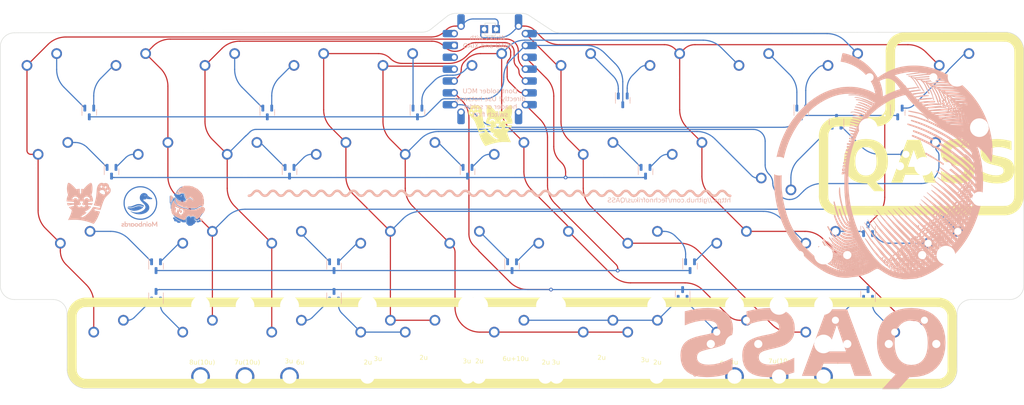
<source format=kicad_pcb>
(kicad_pcb (version 20240108) (generator "pcbnew") (generator_version "8.0")
  (layers (0 "F.Cu" signal) (31 "B.Cu" signal) (34 "B.Paste" user) (35 "F.Paste" user) (36 "B.SilkS" user "B.Silkscreen") (37 "F.SilkS" user "F.Silkscreen") (38 "B.Mask" user) (39 "F.Mask" user) (44 "Edge.Cuts" user))
  (net 0 "")
  (net 1 "Net-(D1-A1)")
  (net 2 "Net-(D1-A2)")
  (net 3 "Net-(D2-A1)")
  (net 4 "Net-(D2-A2)")
  (net 5 "Net-(D3-A1)")
  (net 6 "Net-(D3-A2)")
  (net 7 "Net-(D4-A1)")
  (net 8 "Net-(D4-A2)")
  (net 9 "Net-(D5-A1)")
  (net 10 "Net-(D5-A2)")
  (net 11 "Net-(D6-A1)")
  (net 12 "Net-(D6-A2)")
  (net 13 "Net-(D7-A1)")
  (net 14 "Net-(D7-A2)")
  (net 15 "Net-(D8-A1)")
  (net 16 "Net-(D8-A2)")
  (net 17 "Net-(D9-A1)")
  (net 18 "Net-(D9-A2)")
  (net 19 "Net-(D10-A1)")
  (net 20 "Net-(D10-A2)")
  (net 21 "r0")
  (net 22 "r1")
  (net 23 "r2")
  (net 24 "r3")
  (net 25 "c0")
  (net 26 "c1")
  (net 27 "c2")
  (net 28 "c3")
  (net 29 "c4")
  (net 30 "c5")
  (net 31 "c6")
  (net 32 "c7")
  (net 33 "r4")
  (net 39 "Net-(D11-A1)")
  (net 40 "Net-(D11-A2)")
  (net 41 "Net-(D12-A1)")
  (net 42 "Net-(D12-A2)")
  (net 43 "Net-(D13-A1)")
  (net 44 "Net-(D13-A2)")
  (net 45 "Net-(D14-A1)")
  (net 46 "Net-(D14-A2)")
  (net 47 "Net-(D15-A1)")
  (net 48 "Net-(D15-A2)")
  (net 49 "Net-(D16-A1)")
  (net 50 "Net-(D16-A2)")
  (net 51 "Net-(D17-A1)")
  (net 52 "Net-(D17-A2)")
  (net 53 "Net-(D18-A1)")
  (net 54 "Net-(D18-A2)")
  (net 55 "Net-(D40-A1)")
  (net 56 "Net-(D40-A2)")
  (net 58 "Net-(D19-A2)")
  (footprint "PCM_marbastlib-mx:SW_MX_1u" (layer "F.Cu") (at 85.725 67.865625)
    (property "Reference" "MX24" (hide yes))
    (property "Value" "MX_SW_solder")
  )
  (footprint "PCM_marbastlib-mx:SW_MX_1u" (layer "F.Cu") (at 219.075 86.915625)
    (property "Reference" "MX39" (hide yes))
    (property "Value" "MX_SW_solder")
  )
  (footprint "PCM_marbastlib-mx:SW_MX_1u" (layer "F.Cu") (at 204.7875 29.765625)
    (property "Reference" "MX10" (hide yes))
    (property "Value" "MX_SW_solder")
  )
  (footprint "PCM_marbastlib-mx:SW_MX_1u" (layer "F.Cu") (at 109.5375 29.765625)
    (property "Reference" "MX5" (hide yes))
    (property "Value" "MX_SW_solder")
  )
  (footprint "PCM_marbastlib-mx:SW_MX_1u" (layer "F.Cu") (at 52.3875 29.765625)
    (property "Reference" "MX2" (hide yes))
    (property "Value" "MX_SW_solder")
  )
  (footprint "PCM_marbastlib-mx:SW_MX_1u" (layer "F.Cu") (at 71.4375 29.765625)
    (property "Reference" "MX3" (hide yes))
    (property "Value" "MX_SW_solder")
  )
  (footprint "PCM_marbastlib-mx:SW_MX_1u" (layer "F.Cu") (at 142.875 67.865625)
    (property "Reference" "MX27" (hide yes))
    (property "Value" "MX_SW_solder")
  )
  (footprint "PCM_marbastlib-mx:SW_MX_1u" (layer "F.Cu") (at 104.775 67.865625)
    (property "Reference" "MX25" (hide yes))
    (property "Value" "MX_SW_solder")
  )
  (footprint "PCM_marbastlib-mx:SW_MX_1.75u" (layer "F.Cu") (at 226.21875 67.865625)
    (property "Reference" "MX31" (hide yes))
    (property "Value" "MX_SW_solder")
  )
  (footprint "PCM_marbastlib-mx:SW_MX_1u" (layer "F.Cu") (at 66.675 86.915625)
    (property "Reference" "MX33" (hide yes))
    (property "Value" "MX_SW_solder")
  )
  (footprint "PCM_marbastlib-mx:SW_MX_1u" (layer "F.Cu") (at 166.6875 29.765625)
    (property "Reference" "MX8" (hide yes))
    (property "Value" "MX_SW_solder")
  )
  (footprint "PCM_marbastlib-mx:SW_MX_1u" (layer "F.Cu") (at 221.45625 48.815625)
    (property "Reference" "MX21" (hide yes))
    (property "Value" "MX_SW_solder")
  )
  (footprint "PCM_marbastlib-mx:STAB_MX_2u" (layer "F.Cu") (at 152.4 86.915625 180)
    (property "Reference" "S5" (hide yes))
    (property "Value" "MX_stab")
  )
  (footprint "PCM_marbastlib-mx:SW_MX_1u" (layer "F.Cu") (at 161.925 86.915625)
    (property "Reference" "MX36" (hide yes))
    (property "Value" "MX_SW_solder")
  )
  (footprint "single:Miaoxiao 10mm" (layer "F.Cu") (at 128.5875 40.084375)
    (property "Reference" "Ref**" (hide yes))
    (property "Value" "Val**" (hide yes))
  )
  (footprint "PCM_marbastlib-mx:SW_MX_1u" (layer "F.Cu") (at 76.2 48.815625)
    (property "Reference" "MX14" (hide yes))
    (property "Value" "MX_SW_solder")
  )
  (footprint "PCM_marbastlib-mx:SW_MX_1u" (layer "F.Cu") (at 114.3 48.815625)
    (property "Reference" "MX16" (hide yes))
    (property "Value" "MX_SW_solder")
  )
  (footprint "PCM_marbastlib-mx:SW_MX_1u" (layer "F.Cu") (at 200.025 86.915625)
    (property "Reference" "MX38" (hide yes))
    (property "Value" "MX_SW_solder")
  )
  (footprint "PCM_marbastlib-mx:SW_MX_1u" (layer "F.Cu") (at 57.15 48.815625)
    (property "Reference" "MX13" (hide yes))
    (property "Value" "MX_SW_solder")
  )
  (footprint "PCM_marbastlib-mx:SW_MX_1u" (layer "F.Cu") (at 171.45 48.815625)
    (property "Reference" "MX19" (hide yes))
    (property "Value" "MX_SW_solder")
  )
  (footprint "PCM_marbastlib-mx:SW_MX_1.75u" (layer "F.Cu") (at 40.48125 67.865625)
    (property "Reference" "MX22" (hide yes))
    (property "Value" "MX_SW_solder")
  )
  (footprint "PCM_marbastlib-mx:SW_MX_1u" (layer "F.Cu") (at 133.35 48.815625)
    (property "Reference" "MX17" (hide yes))
    (property "Value" "MX_SW_solder")
  )
  (footprint "PCM_marbastlib-mx:SW_MX_1.5u" (layer "F.Cu") (at 228.6 29.765625)
    (property "Reference" "MX11" (hide yes))
    (property "Value" "MX_SW_solder")
  )
  (footprint "PCM_marbastlib-mx:STAB_MX_2.25u" (layer "F.Cu") (at 221.45625 48.815625 180)
    (property "Reference" "S1" (hide yes))
    (property "Value" "MX_stab")
  )
  (footprint "PCM_marbastlib-mx:SW_MX_1u" (layer "F.Cu") (at 85.725 86.915625)
    (property "Reference" "MX34" (hide yes))
    (property "Value" "MX_SW_solder")
  )
  (footprint "PCM_marbastlib-mx:SW_MX_1u" (layer "F.Cu") (at 185.7375 29.765625)
    (property "Reference" "MX9" (hide yes))
    (property "Value" "MX_SW_solder")
  )
  (footprint "PCM_marbastlib-mx:SW_MX_1u" (layer "F.Cu") (at 133.35 86.915625)
    (property "Reference" "MX41" (hide yes))
    (property "Value" "MX_SW_solder")
  )
  (footprint "PCM_marbastlib-mx:SW_MX_1u" (layer "F.Cu") (at 66.675 67.865625)
    (property "Reference" "MX23" (hide yes))
    (property "Value" "MX_SW_solder")
  )
  (footprint "PCM_marbastlib-mx:SW_MX_1.25u" (layer "F.Cu") (at 35.71875 48.815625)
    (property "Reference" "MX12" (hide yes))
    (property "Value" "MX_SW_solder")
  )
  (footprint "PCM_marbastlib-mx:SW_MX_1u" (layer "F.Cu") (at 128.5875 29.765625)
    (property "Reference" "MX6" (hide yes))
    (property "Value" "MX_SW_solder")
  )
  (footprint "PCM_marbastlib-mx:SW_MX_1u" (layer "F.Cu") (at 90.4875 29.765625)
    (property "Reference" "MX4" (hide yes))
    (property "Value" "MX_SW_solder")
  )
  (footprint "PCM_marbastlib-mx:SW_MX_1u" (layer "F.Cu") (at 200.025 67.865625)
    (property "Reference" "MX30" (hide yes))
    (property "Value" "MX_SW_solder")
  )
  (footprint "PCM_marbastlib-mx:SW_MX_1u" (layer "F.Cu") (at 147.6375 29.765625)
    (property "Reference" "MX7" (hide yes))
    (property "Value" "MX_SW_solder")
  )
  (footprint "PCM_marbastlib-mx:SW_MX_1u" (layer "F.Cu") (at 152.4 48.815625)
    (property "Reference" "MX18" (hide yes))
    (property "Value" "MX_SW_solder")
  )
  (footprint "PCM_marbastlib-mx:STAB_MX_3u" (layer "F.Cu") (at 161.925 86.915625 180)
    (property "Reference" "S2" (hide yes))
    (property "Value" "MX_stab")
  )
  (footprint "PCM_marbastlib-mx:STAB_MX_3u" (layer "F.Cu") (at 104.775 86.915625 180)
    (property "Reference" "S3" (hide yes))
    (property "Value" "MX_stab")
  )
  (footprint "PCM_marbastlib-mx:SW_MX_1u" (layer "F.Cu") (at 161.925 67.865625)
    (property "Reference" "MX28" (hide yes))
    (property "Value" "MX_SW_solder")
  )
  (footprint "PCM_marbastlib-mx:SW_MX_1u" (layer "F.Cu") (at 180.975 67.865625)
    (property "Reference" "MX29" (hide yes))
    (property "Value" "MX_SW_solder")
  )
  (footprint "PCM_marbastlib-mx:SW_MX_1u" (layer "F.Cu") (at 104.775 86.915625)
    (property "Reference" "MX35" (hide yes))
    (property "Value" "MX_SW_solder")
  )
  (footprint "PCM_marbastlib-mx:SW_MX_1u" (layer "F.Cu") (at 152.4 86.915625)
    (property "Reference" "MX42" (hide yes))
    (property "Value" "MX_SW_solder")
  )
  (footprint "PCM_marbastlib-mx:SW_MX_1u" (layer "F.Cu") (at 33.3375 29.765625)
    (property "Reference" "MX1" (hide yes))
    (property "Value" "MX_SW_solder")
  )
  (footprint "PCM_marbastlib-mx:SW_MX_1u" (layer "F.Cu") (at 180.975 86.915625)
    (property "Reference" "MX37" (hide yes))
    (property "Value" "MX_SW_solder")
  )
  (footprint "PCM_marbastlib-mx:SW_MX_1u" (layer "F.Cu") (at 47.625 86.915625)
    (property "Reference" "MX32" (hide yes))
    (property "Value" "MX_SW_solder")
  )
  (footprint "PCM_marbastlib-mx:SW_MX_1u" (layer "F.Cu") (at 95.25 48.815625)
    (property "Reference" "MX15" (hide yes))
    (property "Value" "MX_SW_solder")
  )
  (footprint "PCM_marbastlib-mx:SW_MX_1u" (layer "F.Cu") (at 114.3 86.915625)
    (property "Reference" "MX40" (hide yes))
    (property "Value" "MX_SW_solder")
  )
  (footprint "PCM_marbastlib-mx:STAB_MX_P_10u" (layer "F.Cu") (at 133.35 86.915625 180)
    (property "Reference" "S7" (hide yes))
    (property "Value" "MX_stab")
  )
  (footprint "PCM_marbastlib-mx:SW_MX_1u" (layer "F.Cu") (at 123.825 67.865625)
    (property "Reference" "MX26" (hide yes))
    (property "Value" "MX_SW_solder")
  )
  (footprint "PCM_marbastlib-mx:STAB_MX_2u" (layer "F.Cu") (at 114.3 86.915625 180)
    (property "Reference" "S4" (hide yes))
    (property "Value" "MX_stab")
  )
  (footprint "PCM_marbastlib-mx:STAB_MX_P_6u" (layer "F.Cu") (at 133.35 86.915625 180)
    (property "Reference" "S6" (hide yes))
    (property "Value" "MX_stab")
  )
  (footprint "Package_TO_SOT_SMD:SOT-23" (layer "B.Cu") (at 215.9 37.30625 -90)
    (property "Reference" "D19" (hide yes))
    (property "Value" "BAV70_Small")
  )
  (footprint "Package_TO_SOT_SMD:SOT-23" (layer "B.Cu") (at 95.25 70.246875 -90)
    (property "Reference" "D11" (hide yes))
    (property "Value" "BAV70_Small")
  )
  (footprint "Package_TO_SOT_SMD:SOT-23" (layer "B.Cu") (at 113.109375 37.30625 -90)
    (property "Reference" "D2" (hide yes))
    (property "Value" "BAV70_Small")
  )
  (footprint "Package_TO_SOT_SMD:SOT-23" (layer "B.Cu") (at 57.15 70.246875 -90)
    (property "Reference" "D10" (hide yes))
    (property "Value" "BAV70_Small")
  )
  (footprint "Package_TO_SOT_SMD:SOT-23" (layer "B.Cu") (at 85.725 50.00625 -90)
    (property "Reference" "D6" (hide yes))
    (property "Value" "BAV70_Small")
  )
  (footprint "Package_TO_SOT_SMD:SOT-23" (layer "B.Cu") (at 169.8625 76.2 90)
    (property "Reference" "D17" (hide yes))
    (property "Value" "BAV70_Small")
  )
  (footprint "Package_TO_SOT_SMD:SOT-23" (layer "B.Cu") (at 209.55 62.309375 90)
    (property "Reference" "D14" (hide yes))
    (property "Value" "BAV70_Small")
  )
  (footprint "Package_TO_SOT_SMD:SOT-23" (layer "B.Cu") (at 157.048389 34.712169 -90)
    (property "Reference" "D3" (hide yes))
    (property "Value" "BAV70_Small")
  )
  (footprint "Package_TO_SOT_SMD:SOT-23" (layer "B.Cu") (at 133.35 70.246875 -90)
    (property "Reference" "D12" (hide yes))
    (property "Value" "BAV70_Small")
  )
  (footprint "Package_TO_SOT_SMD:SOT-23" (layer "B.Cu") (at 209.55 76.2 90)
    (property "Reference" "D18" (hide yes))
    (property "Value" "BAV70_Small")
  )
  (footprint "Package_TO_SOT_SMD:SOT-23" (layer "B.Cu") (at 80.9625 37.30625 -90)
    (property "Reference" "D1" (hide yes))
    (property "Value" "BAV70_Small")
  )
  (footprint "single:Miaoxiao 10mm" (layer "B.Cu") (at 42.8625 56.753125 180)
    (property "Reference" "Ref**" (hide yes))
    (property "Value" "Val**" (hide yes))
  )
  (footprint "single:QASS without text wo shadow" (layer "B.Cu") (at 212.530929 48.757255 180)
    (property "Reference" "Ref**" (hide yes))
    (property "Value" "Val**" (hide yes))
  )
  (footprint "Package_TO_SOT_SMD:SOT-23" (layer "B.Cu") (at 42.8625 37.30625 -90)
    (property "Reference" "D40" (hide yes))
    (property "Value" "BAV70_Small")
  )
  (footprint "single:drawing" (layer "B.Cu") (at 53.868371 57.081118 180)
    (property "Reference" "Ref**" (hide yes))
    (property "Value" "Val**" (hide yes))
  )
  (footprint "Package_TO_SOT_SMD:SOT-23" (layer "B.Cu") (at 171.45 70.246875 -90)
    (property "Reference" "D13" (hide yes))
    (property "Value" "BAV70_Small")
  )
  (footprint "Package_TO_SOT_SMD:SOT-23" (layer "B.Cu") (at 95.25 76.596875 90)
    (property "Reference" "D16" (hide yes))
    (property "Value" "BAV70_Small")
  )
  (footprint "Package_TO_SOT_SMD:SOT-23" (layer "B.Cu") (at 123.825 50.00625 -90)
    (property "Reference" "D7" (hide yes))
    (property "Value" "BAV70_Small")
  )
  (footprint "single:Clacktales_9mm_whiteSilk" (layer "B.Cu") (at 63.823975 56.798803 180)
    (property "Reference" "REF**" (hide yes))
    (property "Value" "Clacktales_9mm_whiteSilk")
  )
  (footprint "Package_TO_SOT_SMD:SOT-23" (layer "B.Cu") (at 195.2625 37.30625 -90)
    (property "Reference" "D4" (hide yes))
    (property "Value" "BAV70_Small")
  )
  (footprint "Einzelne Custom:Miao" (layer "B.Cu") (at 128.5875 28.019375 180)
    (property "Reference" "U1" (hide yes))
    (property "Value" "~" (hide yes))
  )
  (footprint "Package_TO_SOT_SMD:SOT-23" (layer "B.Cu") (at 57.15 76.596875 90)
    (property "Reference" "D15" (hide yes))
    (property "Value" "BAV70_Small")
  )
  (footprint "Package_TO_SOT_SMD:SOT-23" (layer "B.Cu") (at 47.625 50.00625 -90)
    (property "Reference" "D5" (hide yes))
    (property "Value" "BAV70_Small")
  )
  (footprint "Connector_PinHeader_2.54mm:PinHeader_1x02_P2.54mm_Vertical" (layer "B.Cu") (at 129.92 19.446875 90)
    (property "Reference" "J1" (hide yes))
    (property "Value" "Conn_01x02_Pin")
  )
  (footprint "Package_TO_SOT_SMD:SOT-23" (layer "B.Cu") (at 161.925 50.00625 -90)
    (property "Reference" "D8" (hide yes))
    (property "Value" "BAV70_Small")
  )
  (footprint "Package_TO_SOT_SMD:SOT-23" (layer "B.Cu") (at 202.803125 39.290625 90)
    (property "Reference" "D9" (hide yes))
    (property "Value" "BAV70_Small")
  )
  (footprint "PCM_marbastlib-mx:SW_MX_1u" (layer "B.Cu") (at 190.5 48.815625)
    (property "Reference" "MX20" (hide yes))
    (property "Value" "MX_SW_solder")
  )
  (gr_poly (pts (xy 118.29065 55.418581) (xy 118.304096 55.41756) (xy 118.317345 55.415877) (xy 118.330381 55.41355) (xy 118.343187 55.410595) (xy 118.355747 55.40703) (xy 118.368044 55.40287) (xy 118.380062 55.398132) (xy 118.391784 55.392833) (xy 118.403193 55.38699) (xy 118.414273 55.380619) (xy 118.425008 55.373736) (xy 118.43538 55.366359) (xy 118.445373 55.358505) (xy 118.454971 55.350188) (xy 118.464158 55.341427) (xy 118.472915 55.332238) (xy 118.481228 55.322638) (xy 118.489079 55.312643) (xy 118.496452 55.302269) (xy 118.50333 55.291534) (xy 118.509698 55.280454) (xy 118.515537 55.269046) (xy 118.520832 55.257326) (xy 118.525566 55.245311) (xy 118.529722 55.233018) (xy 118.533285 55.220463) (xy 118.536237 55.207663) (xy 118.538561 55.194634) (xy 118.540242 55.181393) (xy 118.541263 55.167958) (xy 118.541607 55.154343) (xy 118.541263 55.140729) (xy 118.540242 55.127293) (xy 118.538561 55.114052) (xy 118.536237 55.101023) (xy 118.533285 55.088223) (xy 118.529722 55.075668) (xy 118.525566 55.063375) (xy 118.520832 55.05136) (xy 118.515537 55.03964) (xy 118.509698 55.028231) (xy 118.50333 55.017151) (xy 118.496452 55.006416) (xy 118.489079 54.996043) (xy 118.481228 54.986048) (xy 118.472915 54.976447) (xy 118.464158 54.967258) (xy 118.454971 54.958497) (xy 118.445373 54.950181) (xy 118.43538 54.942326) (xy 118.425008 54.934949) (xy 118.414273 54.928067) (xy 118.403193 54.921695) (xy 118.391784 54.915852) (xy 118.380062 54.910553) (xy 118.368044 54.905816) (xy 118.355747 54.901656) (xy 118.343187 54.89809) (xy 118.330381 54.895135) (xy 118.317345 54.892808) (xy 118.304096 54.891126) (xy 118.29065 54.890104) (xy 118.277024 54.88976) (xy 118.250227 54.889304) (xy 118.224263 54.887941) (xy 118.199089 54.885678) (xy 118.174662 54.882521) (xy 118.15094 54.878477) (xy 118.12788 54.873553) (xy 118.10544 54.867755) (xy 118.083577 54.861089) (xy 118.062248 54.853563) (xy 118.041411 54.845184) (xy 118.021023 54.835957) (xy 118.001042 54.82589) (xy 117.981425 54.814988) (xy 117.962129 54.80326) (xy 117.924333 54.777347) (xy 117.887311 54.748206) (xy 117.850724 54.715888) (xy 117.814231 54.680447) (xy 117.777491 54.641937) (xy 117.740163 54.60041) (xy 117.701908 54.555919) (xy 117.62125 54.458261) (xy 117.533051 54.351134) (xy 117.4862 54.296695) (xy 117.437089 54.242484) (xy 117.385397 54.18911) (xy 117.330807 54.137182) (xy 117.272997 54.08731) (xy 117.21165 54.040102) (xy 117.146445 53.996167) (xy 117.077063 53.956114) (xy 117.003185 53.920552) (xy 116.96446 53.904646) (xy 116.924491 53.890091) (xy 116.883238 53.876963) (xy 116.840661 53.865339) (xy 116.796721 53.855294) (xy 116.751377 53.846904) (xy 116.704589 53.840247) (xy 116.656319 53.835397) (xy 116.606524 53.832432) (xy 116.555166 53.831426) (xy 116.503832 53.832432) (xy 116.454059 53.835397) (xy 116.405809 53.840247) (xy 116.35904 53.846904) (xy 116.313714 53.855293) (xy 116.26979 53.865338) (xy 116.227229 53.876962) (xy 116.18599 53.890089) (xy 116.146034 53.904643) (xy 116.107321 53.920549) (xy 116.069811 53.937729) (xy 116.033463 53.956107) (xy 115.998239 53.975609) (xy 115.964099 53.996156) (xy 115.931001 54.017674) (xy 115.898907 54.040086) (xy 115.837571 54.087287) (xy 115.77977 54.137151) (xy 115.725185 54.189068) (xy 115.673498 54.242429) (xy 115.624388 54.296626) (xy 115.577538 54.351048) (xy 115.48934 54.458132) (xy 115.408682 54.555833) (xy 115.370427 54.600341) (xy 115.3331 54.641882) (xy 115.29636 54.680405) (xy 115.259866 54.715856) (xy 115.223279 54.748183) (xy 115.186258 54.777331) (xy 115.148461 54.803249) (xy 115.129165 54.81498) (xy 115.109548 54.825883) (xy 115.089567 54.835952) (xy 115.069179 54.84518) (xy 115.048342 54.853561) (xy 115.027013 54.861087) (xy 115.00515 54.867753) (xy 114.982709 54.873552) (xy 114.959649 54.878477) (xy 114.935927 54.882521) (xy 114.9115 54.885678) (xy 114.886326 54.887941) (xy 114.860362 54.889304) (xy 114.833565 54.88976) (xy 114.806793 54.889304) (xy 114.780853 54.887941) (xy 114.755703 54.885678) (xy 114.7313 54.882521) (xy 114.707602 54.878477) (xy 114.684567 54.873553) (xy 114.662151 54.867755) (xy 114.640311 54.861089) (xy 114.619007 54.853563) (xy 114.598194 54.845184) (xy 114.57783 54.835957) (xy 114.557873 54.82589) (xy 114.538281 54.814988) (xy 114.519009 54.80326) (xy 114.481261 54.777347) (xy 114.444288 54.748206) (xy 114.407749 54.715888) (xy 114.371305 54.680447) (xy 114.334613 54.641937) (xy 114.297334 54.60041) (xy 114.259127 54.555919) (xy 114.178566 54.458261) (xy 114.090379 54.351134) (xy 114.043542 54.296695) (xy 113.994449 54.242484) (xy 113.942781 54.18911) (xy 113.888218 54.137182) (xy 113.83044 54.08731) (xy 113.769128 54.040102) (xy 113.703961 53.996167) (xy 113.634619 53.956114) (xy 113.560784 53.920552) (xy 113.522081 53.904646) (xy 113.482134 53.890091) (xy 113.440904 53.876963) (xy 113.398351 53.865339) (xy 113.354434 53.855294) (xy 113.309114 53.846904) (xy 113.26235 53.840247) (xy 113.214103 53.835397) (xy 113.164333 53.832432) (xy 113.112999 53.831426) (xy 113.061689 53.832432) (xy 113.011941 53.835399) (xy 112.963714 53.84025) (xy 112.91697 53.84691) (xy 112.871668 53.855302) (xy 112.827769 53.865351) (xy 112.785232 53.876979) (xy 112.744017 53.890111) (xy 112.704085 53.904671) (xy 112.665396 53.920583) (xy 112.62791 53.937769) (xy 112.591587 53.956155) (xy 112.556387 53.975664) (xy 112.522271 53.99622) (xy 112.489198 54.017746) (xy 112.457128 54.040167) (xy 112.39584 54.087387) (xy 112.338087 54.137271) (xy 112.283551 54.18921) (xy 112.231911 54.242593) (xy 112.182851 54.296812) (xy 112.136049 54.351258) (xy 112.047947 54.458391) (xy 111.967473 54.556006) (xy 111.929303 54.600479) (xy 111.892058 54.641991) (xy 111.855399 54.680489) (xy 111.818987 54.715919) (xy 111.782482 54.748229) (xy 111.745544 54.777363) (xy 111.707834 54.80327) (xy 111.688583 54.814997) (xy 111.669012 54.825896) (xy 111.649078 54.835962) (xy 111.628739 54.845188) (xy 111.607952 54.853566) (xy 111.586675 54.861091) (xy 111.564866 54.867756) (xy 111.542482 54.873554) (xy 111.51948 54.878478) (xy 111.495818 54.882521) (xy 111.471454 54.885678) (xy 111.446346 54.887941) (xy 111.42045 54.889304) (xy 111.393725 54.88976) (xy 111.366976 54.889304) (xy 111.341058 54.887941) (xy 111.315929 54.885678) (xy 111.291545 54.882521) (xy 111.267866 54.878478) (xy 111.244847 54.873554) (xy 111.222448 54.867756) (xy 111.200624 54.861091) (xy 111.179334 54.853566) (xy 111.158535 54.845188) (xy 111.138185 54.835962) (xy 111.118241 54.825896) (xy 111.098661 54.814997) (xy 111.079403 54.80327) (xy 111.041679 54.777363) (xy 111.00473 54.748229) (xy 110.968216 54.715919) (xy 110.931798 54.680489) (xy 110.895136 54.641991) (xy 110.857889 54.600479) (xy 110.819718 54.556006) (xy 110.739243 54.458391) (xy 110.651055 54.351258) (xy 110.604218 54.296812) (xy 110.555125 54.242593) (xy 110.503457 54.18921) (xy 110.448894 54.137271) (xy 110.391116 54.087387) (xy 110.329803 54.040167) (xy 110.264636 53.99622) (xy 110.195295 53.956155) (xy 110.121459 53.920583) (xy 110.082756 53.904671) (xy 110.042809 53.890111) (xy 110.001579 53.876979) (xy 109.959026 53.865351) (xy 109.915109 53.855302) (xy 109.869789 53.84691) (xy 109.823025 53.84025) (xy 109.774778 53.835399) (xy 109.725007 53.832432) (xy 109.673674 53.831426) (xy 109.622364 53.832432) (xy 109.572616 53.835397) (xy 109.524389 53.840247) (xy 109.477645 53.846904) (xy 109.432343 53.855294) (xy 109.388444 53.865339) (xy 109.345907 53.876963) (xy 109.304692 53.890091) (xy 109.264761 53.904646) (xy 109.226072 53.920552) (xy 109.188586 53.937734) (xy 109.152263 53.956114) (xy 109.117063 53.975617) (xy 109.082946 53.996167) (xy 109.049873 54.017687) (xy 109.017803 54.040102) (xy 108.956515 54.08731) (xy 108.898763 54.137182) (xy 108.844226 54.18911) (xy 108.792587 54.242484) (xy 108.743526 54.296695) (xy 108.696725 54.351134) (xy 108.608623 54.458261) (xy 108.528148 54.555919) (xy 108.489977 54.60041) (xy 108.45273 54.641937) (xy 108.416067 54.680447) (xy 108.379649 54.715888) (xy 108.343135 54.748206) (xy 108.306187 54.777347) (xy 108.268463 54.80326) (xy 108.249204 54.814988) (xy 108.229624 54.82589) (xy 108.20968 54.835957) (xy 108.18933 54.845184) (xy 108.168531 54.853563) (xy 108.147241 54.861089) (xy 108.125417 54.867755) (xy 108.103018 54.873553) (xy 108.079999 54.878477) (xy 108.05632 54.882521) (xy 108.031937 54.885678) (xy 108.006808 54.887941) (xy 107.98089 54.889304) (xy 107.954141 54.88976) (xy 107.927415 54.889304) (xy 107.90152 54.887943) (xy 107.876411 54.885681) (xy 107.852047 54.882527) (xy 107.828386 54.878486) (xy 107.805384 54.873565) (xy 107.782999 54.86777) (xy 107.76119 54.861109) (xy 107.739913 54.853588) (xy 107.719126 54.845214) (xy 107.698787 54.835992) (xy 107.678853 54.82593) (xy 107.659282 54.815035) (xy 107.640032 54.803312) (xy 107.602321 54.777412) (xy 107.565383 54.748282) (xy 107.528878 54.715976) (xy 107.492465 54.680546) (xy 107.455807 54.642046) (xy 107.418562 54.600527) (xy 107.380392 54.556043) (xy 107.299917 54.458391) (xy 107.211815 54.351258) (xy 107.165012 54.296812) (xy 107.115949 54.242593) (xy 107.064306 54.18921) (xy 107.009764 54.137271) (xy 106.952003 54.087387) (xy 106.890704 54.040167) (xy 106.825548 53.99622) (xy 106.756214 53.956155) (xy 106.682385 53.920583) (xy 106.643684 53.904671) (xy 106.603739 53.890111) (xy 106.56251 53.876979) (xy 106.519958 53.865351) (xy 106.476042 53.855302) (xy 106.430722 53.84691) (xy 106.383958 53.84025) (xy 106.335712 53.835399) (xy 106.285941 53.832432) (xy 106.234608 53.831426) (xy 106.183298 53.832432) (xy 106.133549 53.835397) (xy 106.085323 53.840247) (xy 106.038579 53.846904) (xy 105.993277 53.855294) (xy 105.949377 53.865339) (xy 105.90684 53.876963) (xy 105.865626 53.890091) (xy 105.825694 53.904646) (xy 105.787005 53.920552) (xy 105.749519 53.937734) (xy 105.713196 53.956114) (xy 105.677996 53.975617) (xy 105.64388 53.996167) (xy 105.610806 54.017687) (xy 105.578737 54.040102) (xy 105.517449 54.08731) (xy 105.459696 54.137182) (xy 105.40516 54.18911) (xy 105.353521 54.242484) (xy 105.30446 54.296695) (xy 105.257658 54.351134) (xy 105.169557 54.458261) (xy 105.089082 54.555919) (xy 105.05091 54.60041) (xy 105.013663 54.641937) (xy 104.977001 54.680447) (xy 104.940582 54.715888) (xy 104.904069 54.748206) (xy 104.86712 54.777347) (xy 104.829396 54.80326) (xy 104.810137 54.814988) (xy 104.790557 54.82589) (xy 104.770614 54.835957) (xy 104.750264 54.845184) (xy 104.729465 54.853563) (xy 104.708175 54.861089) (xy 104.686351 54.867755) (xy 104.663952 54.873553) (xy 104.640933 54.878477) (xy 104.617254 54.882521) (xy 104.592871 54.885678) (xy 104.567742 54.887941) (xy 104.541824 54.889304) (xy 104.515075 54.88976) (xy 104.48835 54.889304) (xy 104.462457 54.887941) (xy 104.437351 54.885678) (xy 104.412992 54.882521) (xy 104.389336 54.878478) (xy 104.366341 54.873554) (xy 104.343965 54.867756) (xy 104.322164 54.861091) (xy 104.300897 54.853566) (xy 104.28012 54.845188) (xy 104.259792 54.835962) (xy 104.239869 54.825896) (xy 104.220309 54.814997) (xy 104.20107 54.80327) (xy 104.163384 54.777363) (xy 104.12647 54.748229) (xy 104.089988 54.715919) (xy 104.053597 54.680489) (xy 104.016958 54.641991) (xy 103.97973 54.600479) (xy 103.941573 54.556006) (xy 103.861109 54.458391) (xy 103.773018 54.351258) (xy 103.72623 54.296812) (xy 103.677186 54.242593) (xy 103.625566 54.18921) (xy 103.571052 54.137271) (xy 103.513322 54.087387) (xy 103.452058 54.040167) (xy 103.386939 53.99622) (xy 103.317646 53.956155) (xy 103.243859 53.920583) (xy 103.20518 53.904671) (xy 103.165258 53.890111) (xy 103.124052 53.876979) (xy 103.081523 53.865351) (xy 103.03763 53.855302) (xy 102.992334 53.84691) (xy 102.945595 53.84025) (xy 102.897372 53.835399) (xy 102.847626 53.832432) (xy 102.796316 53.831426) (xy 102.74503 53.832432) (xy 102.695304 53.835399) (xy 102.647098 53.84025) (xy 102.600373 53.84691) (xy 102.55509 53.855303) (xy 102.511208 53.865351) (xy 102.468687 53.87698) (xy 102.427488 53.890113) (xy 102.387571 53.904674) (xy 102.348896 53.920586) (xy 102.311424 53.937775) (xy 102.275114 53.956162) (xy 102.239927 53.975673) (xy 102.205823 53.99623) (xy 102.172762 54.017759) (xy 102.140704 54.040183) (xy 102.07944 54.08741) (xy 102.021713 54.137302) (xy 101.967203 54.189251) (xy 101.915593 54.242647) (xy 101.866564 54.296881) (xy 101.819798 54.351344) (xy 101.731782 54.458519) (xy 101.651405 54.556129) (xy 101.613283 54.600596) (xy 101.576087 54.6421) (xy 101.539476 54.680588) (xy 101.503112 54.716008) (xy 101.466655 54.748305) (xy 101.429766 54.777428) (xy 101.392104 54.803323) (xy 101.372877 54.815043) (xy 101.35333 54.825937) (xy 101.333421 54.835997) (xy 101.313106 54.845218) (xy 101.292343 54.853591) (xy 101.271091 54.861111) (xy 101.249306 54.867772) (xy 101.226945 54.873565) (xy 101.203968 54.878486) (xy 101.18033 54.882527) (xy 101.155991 54.885681) (xy 101.130906 54.887943) (xy 101.105035 54.889304) (xy 101.078334 54.88976) (xy 101.051585 54.889304) (xy 101.025667 54.887941) (xy 101.000538 54.885678) (xy 100.976155 54.882521) (xy 100.952475 54.878477) (xy 100.929457 54.873553) (xy 100.907057 54.867755) (xy 100.885233 54.861089) (xy 100.863943 54.853563) (xy 100.843145 54.845184) (xy 100.822795 54.835957) (xy 100.802851 54.82589) (xy 100.783271 54.814988) (xy 100.764012 54.80326) (xy 100.726288 54.777347) (xy 100.689339 54.748206) (xy 100.652826 54.715888) (xy 100.616407 54.680447) (xy 100.579745 54.641937) (xy 100.542498 54.60041) (xy 100.504327 54.555919) (xy 100.423852 54.458261) (xy 100.33575 54.351134) (xy 100.288948 54.296695) (xy 100.239888 54.242484) (xy 100.188249 54.18911) (xy 100.133712 54.137182) (xy 100.075959 54.08731) (xy 100.014671 54.040102) (xy 99.949528 53.996167) (xy 99.880212 53.956114) (xy 99.806403 53.920552) (xy 99.767714 53.904646) (xy 99.727782 53.890091) (xy 99.686568 53.876963) (xy 99.644031 53.865339) (xy 99.600131 53.855294) (xy 99.554829 53.846904) (xy 99.508085 53.840247) (xy 99.459859 53.835397) (xy 99.41011 53.832432) (xy 99.3588 53.831426) (xy 99.30749 53.832432) (xy 99.257742 53.835399) (xy 99.209515 53.84025) (xy 99.162771 53.84691) (xy 99.117469 53.855302) (xy 99.07357 53.865351) (xy 99.031033 53.876979) (xy 98.989818 53.890111) (xy 98.949887 53.904671) (xy 98.911198 53.920583) (xy 98.873712 53.937769) (xy 98.837389 53.956155) (xy 98.802189 53.975664) (xy 98.768072 53.99622) (xy 98.734999 54.017746) (xy 98.702929 54.040167) (xy 98.641641 54.087387) (xy 98.583888 54.137271) (xy 98.529352 54.18921) (xy 98.477713 54.242593) (xy 98.428652 54.296812) (xy 98.381851 54.351258) (xy 98.293749 54.458391) (xy 98.213275 54.556006) (xy 98.175105 54.600479) (xy 98.13786 54.641991) (xy 98.101201 54.680489) (xy 98.064789 54.715919) (xy 98.028283 54.748229) (xy 97.991345 54.777363) (xy 97.953635 54.80327) (xy 97.934384 54.814997) (xy 97.914813 54.825896) (xy 97.894879 54.835962) (xy 97.87454 54.845188) (xy 97.853753 54.853566) (xy 97.832476 54.861091) (xy 97.810667 54.867756) (xy 97.788283 54.873554) (xy 97.765281 54.878478) (xy 97.741619 54.882521) (xy 97.717255 54.885678) (xy 97.692147 54.887941) (xy 97.666251 54.889304) (xy 97.639526 54.88976) (xy 97.6259 54.890104) (xy 97.612454 54.891126) (xy 97.599205 54.892808) (xy 97.586169 54.895135) (xy 97.573362 54.89809) (xy 97.560802 54.901656) (xy 97.548505 54.905816) (xy 97.536488 54.910553) (xy 97.524766 54.915852) (xy 97.513357 54.921695) (xy 97.502277 54.928067) (xy 97.491542 54.934949) (xy 97.48117 54.942326) (xy 97.471177 54.950181) (xy 97.461579 54.958497) (xy 97.452392 54.967258) (xy 97.443635 54.976447) (xy 97.435322 54.986048) (xy 97.427471 54.996043) (xy 97.420098 55.006416) (xy 97.413219 55.017151) (xy 97.406852 55.028231) (xy 97.401013 55.03964) (xy 97.395718 55.05136) (xy 97.390984 55.063375) (xy 97.386827 55.075668) (xy 97.383265 55.088223) (xy 97.380313 55.101023) (xy 97.377988 55.114052) (xy 97.376307 55.127293) (xy 97.375286 55.140729) (xy 97.374942 55.154343) (xy 97.375286 55.167958) (xy 97.376307 55.181393) (xy 97.377988 55.194634) (xy 97.380313 55.207663) (xy 97.383265 55.220463) (xy 97.386827 55.233018) (xy 97.390984 55.245311) (xy 97.395718 55.257326) (xy 97.401013 55.269046) (xy 97.406852 55.280454) (xy 97.413219 55.291534) (xy 97.420098 55.302269) (xy 97.427471 55.312643) (xy 97.435322 55.322638) (xy 97.443635 55.332238) (xy 97.452392 55.341427) (xy 97.461579 55.350188) (xy 97.471177 55.358505) (xy 97.48117 55.366359) (xy 97.491542 55.373736) (xy 97.502277 55.380619) (xy 97.513357 55.38699) (xy 97.524766 55.392833) (xy 97.536488 55.398132) (xy 97.548505 55.40287) (xy 97.560802 55.40703) (xy 97.573362 55.410595) (xy 97.586169 55.41355) (xy 97.599205 55.415877) (xy 97.612454 55.41756) (xy 97.6259 55.418581) (xy 97.639526 55.418926) (xy 97.690836 55.41792) (xy 97.740584 55.414953) (xy 97.78881 55.410102) (xy 97.835554 55.403442) (xy 97.880856 55.39505) (xy 97.924756 55.385001) (xy 97.967293 55.373373) (xy 98.008507 55.360241) (xy 98.048439 55.345681) (xy 98.087128 55.329769) (xy 98.124614 55.312583) (xy 98.160937 55.294197) (xy 98.196137 55.274688) (xy 98.230254 55.254132) (xy 98.263327 55.232606) (xy 98.295396 55.210185) (xy 98.356684 55.162965) (xy 98.414437 55.113081) (xy 98.468974 55.061143) (xy 98.520613 55.007759) (xy 98.569673 54.95354) (xy 98.616475 54.899095) (xy 98.704577 54.791962) (xy 98.785051 54.694347) (xy 98.823221 54.649874) (xy 98.860466 54.608361) (xy 98.897125 54.569863) (xy 98.933537 54.534433) (xy 98.970043 54.502124) (xy 99.006981 54.472989) (xy 99.044691 54.447082) (xy 99.063942 54.435355) (xy 99.083513 54.424456) (xy 99.103447 54.41439) (xy 99.123786 54.405164) (xy 99.144573 54.396786) (xy 99.165849 54.389261) (xy 99.187659 54.382596) (xy 99.210043 54.376798) (xy 99.233045 54.371874) (xy 99.256706 54.367831) (xy 99.28107 54.364674) (xy 99.306179 54.362411) (xy 99.332075 54.361048) (xy 99.3588 54.360592) (xy 99.385526 54.361048) (xy 99.411421 54.362409) (xy 99.43653 54.364671) (xy 99.460894 54.367825) (xy 99.484556 54.371866) (xy 99.507557 54.376787) (xy 99.529942 54.382582) (xy 99.551751 54.389243) (xy 99.573028 54.396764) (xy 99.593815 54.405138) (xy 99.614154 54.41436) (xy 99.634088 54.424422) (xy 99.653659 54.435317) (xy 99.67291 54.44704) (xy 99.71062 54.47294) (xy 99.747558 54.50207) (xy 99.784064 54.534376) (xy 99.820476 54.569806) (xy 99.857135 54.608307) (xy 99.894379 54.649825) (xy 99.93255 54.694309) (xy 100.013024 54.791962) (xy 100.101126 54.899095) (xy 100.147929 54.95354) (xy 100.196992 55.007759) (xy 100.248635 55.061143) (xy 100.303177 55.113081) (xy 100.360938 55.162965) (xy 100.422237 55.210185) (xy 100.487393 55.254132) (xy 100.556727 55.294197) (xy 100.630557 55.329769) (xy 100.669258 55.345681) (xy 100.709202 55.360241) (xy 100.750431 55.373373) (xy 100.792984 55.385001) (xy 100.8369 55.39505) (xy 100.88222 55.403442) (xy 100.928983 55.410102) (xy 100.97723 55.414953) (xy 101.027 55.41792) (xy 101.078334 55.418926) (xy 101.129619 55.41792) (xy 101.179343 55.414953) (xy 101.227546 55.410102) (xy 101.274265 55.403442) (xy 101.319543 55.39505) (xy 101.363418 55.385001) (xy 101.405931 55.373373) (xy 101.447122 55.360241) (xy 101.487029 55.345681) (xy 101.525694 55.329769) (xy 101.563156 55.312583) (xy 101.599455 55.294197) (xy 101.63463 55.274688) (xy 101.668722 55.254132) (xy 101.701771 55.232606) (xy 101.733817 55.210185) (xy 101.795057 55.162965) (xy 101.852761 55.113081) (xy 101.907249 55.061143) (xy 101.958839 55.007759) (xy 102.007852 54.95354) (xy 102.054605 54.899095) (xy 102.14261 54.791962) (xy 102.222998 54.694347) (xy 102.261133 54.649874) (xy 102.298345 54.608361) (xy 102.334975 54.569863) (xy 102.371361 54.534433) (xy 102.407841 54.502124) (xy 102.444755 54.472989) (xy 102.482441 54.447082) (xy 102.50168 54.435355) (xy 102.521238 54.424456) (xy 102.541159 54.41439) (xy 102.561484 54.405164) (xy 102.582257 54.396786) (xy 102.603519 54.389261) (xy 102.625313 54.382596) (xy 102.647681 54.376798) (xy 102.670665 54.371874) (xy 102.694308 54.367831) (xy 102.718653 54.364674) (xy 102.743741 54.362411) (xy 102.769614 54.361048) (xy 102.796316 54.360592) (xy 102.823041 54.361048) (xy 102.848935 54.362411) (xy 102.87404 54.364674) (xy 102.898399 54.367831) (xy 102.922055 54.371874) (xy 102.94505 54.376798) (xy 102.967426 54.382596) (xy 102.989227 54.389261) (xy 103.010494 54.396786) (xy 103.031271 54.405164) (xy 103.051599 54.41439) (xy 103.071522 54.424456) (xy 103.091082 54.435355) (xy 103.11032 54.447082) (xy 103.148007 54.472989) (xy 103.184921 54.502124) (xy 103.221403 54.534433) (xy 103.257793 54.569863) (xy 103.294433 54.608361) (xy 103.331661 54.649874) (xy 103.369818 54.694347) (xy 103.450281 54.791962) (xy 103.538372 54.899095) (xy 103.585161 54.95354) (xy 103.634205 55.007759) (xy 103.685825 55.061143) (xy 103.740339 55.113081) (xy 103.798069 55.162965) (xy 103.859333 55.210185) (xy 103.924452 55.254132) (xy 103.993745 55.294197) (xy 104.067532 55.329769) (xy 104.106211 55.345681) (xy 104.146133 55.360241) (xy 104.187339 55.373373) (xy 104.229868 55.385001) (xy 104.273761 55.39505) (xy 104.319057 55.403442) (xy 104.365797 55.410102) (xy 104.414019 55.414953) (xy 104.463765 55.41792) (xy 104.515075 55.418926) (xy 104.566408 55.41792) (xy 104.616179 55.414953) (xy 104.664426 55.410102) (xy 104.711189 55.403442) (xy 104.756509 55.39505) (xy 104.800425 55.385001) (xy 104.842977 55.373373) (xy 104.884206 55.360241) (xy 104.924151 55.345681) (xy 104.962852 55.329769) (xy 105.000349 55.312583) (xy 105.036681 55.294197) (xy 105.07189 55.274688) (xy 105.106015 55.254132) (xy 105.139095 55.232606) (xy 105.171171 55.210185) (xy 105.23247 55.162965) (xy 105.290231 55.113081) (xy 105.344773 55.061143) (xy 105.396416 55.007759) (xy 105.445479 54.95354) (xy 105.492282 54.899095) (xy 105.580384 54.791962) (xy 105.660859 54.694309) (xy 105.699029 54.649825) (xy 105.736274 54.608307) (xy 105.772932 54.569806) (xy 105.809345 54.534376) (xy 105.84585 54.50207) (xy 105.882788 54.47294) (xy 105.920499 54.44704) (xy 105.939749 54.435317) (xy 105.95932 54.424422) (xy 105.979254 54.41436) (xy 105.999593 54.405138) (xy 106.02038 54.396764) (xy 106.041657 54.389243) (xy 106.063466 54.382582) (xy 106.085851 54.376787) (xy 106.108853 54.371866) (xy 106.132514 54.367825) (xy 106.156878 54.364671) (xy 106.181987 54.362409) (xy 106.207883 54.361048) (xy 106.234608 54.360592) (xy 106.261357 54.361048) (xy 106.287275 54.362411) (xy 106.312404 54.364674) (xy 106.336787 54.367831) (xy 106.360466 54.371875) (xy 106.383485 54.376799) (xy 106.405885 54.382597) (xy 106.427708 54.389263) (xy 106.448998 54.396789) (xy 106.469797 54.405168) (xy 106.490147 54.414395) (xy 106.510091 54.424463) (xy 106.529671 54.435364) (xy 106.54893 54.447093) (xy 106.586654 54.473005) (xy 106.623602 54.502147) (xy 106.660116 54.534465) (xy 106.696534 54.569905) (xy 106.733197 54.608416) (xy 106.770444 54.649943) (xy 106.808615 54.694433) (xy 106.88909 54.792091) (xy 106.977191 54.899218) (xy 107.023993 54.953657) (xy 107.073054 55.007868) (xy 107.124693 55.061242) (xy 107.179229 55.11317) (xy 107.236982 55.163042) (xy 107.29827 55.21025) (xy 107.363413 55.254185) (xy 107.432729 55.294238) (xy 107.506538 55.329799) (xy 107.545227 55.345706) (xy 107.585159 55.360261) (xy 107.626373 55.373389) (xy 107.66891 55.385013) (xy 107.71281 55.395058) (xy 107.758112 55.403448) (xy 107.804856 55.410105) (xy 107.853082 55.414955) (xy 107.902831 55.41792) (xy 107.954141 55.418926) (xy 108.005475 55.41792) (xy 108.055245 55.414953) (xy 108.103492 55.410102) (xy 108.150255 55.403442) (xy 108.195575 55.39505) (xy 108.239491 55.385001) (xy 108.282044 55.373373) (xy 108.323272 55.360241) (xy 108.363217 55.345681) (xy 108.401918 55.329769) (xy 108.439415 55.312583) (xy 108.475748 55.294197) (xy 108.510957 55.274688) (xy 108.545082 55.254132) (xy 108.578162 55.232606) (xy 108.610238 55.210185) (xy 108.671537 55.162965) (xy 108.729298 55.113081) (xy 108.78384 55.061143) (xy 108.835483 55.007759) (xy 108.884546 54.95354) (xy 108.931348 54.899095) (xy 109.01945 54.791962) (xy 109.099925 54.694309) (xy 109.138095 54.649825) (xy 109.17534 54.608307) (xy 109.211998 54.569806) (xy 109.248411 54.534376) (xy 109.284916 54.50207) (xy 109.321854 54.47294) (xy 109.359565 54.44704) (xy 109.378815 54.435317) (xy 109.398386 54.424422) (xy 109.41832 54.41436) (xy 109.438659 54.405138) (xy 109.459446 54.396764) (xy 109.480723 54.389243) (xy 109.502532 54.382582) (xy 109.524917 54.376787) (xy 109.547919 54.371866) (xy 109.57158 54.367825) (xy 109.595944 54.364671) (xy 109.621053 54.362409) (xy 109.646948 54.361048) (xy 109.673674 54.360592) (xy 109.700446 54.361048) (xy 109.726386 54.362411) (xy 109.751536 54.364674) (xy 109.775938 54.367831) (xy 109.799636 54.371875) (xy 109.822671 54.376799) (xy 109.845086 54.382597) (xy 109.866923 54.389263) (xy 109.888226 54.396789) (xy 109.909037 54.405168) (xy 109.929398 54.414395) (xy 109.949352 54.424463) (xy 109.968941 54.435364) (xy 109.988208 54.447093) (xy 110.025946 54.473005) (xy 110.062905 54.502147) (xy 110.099427 54.534465) (xy 110.13585 54.569905) (xy 110.172517 54.608416) (xy 110.209766 54.649943) (xy 110.247939 54.694433) (xy 110.328414 54.792091) (xy 110.416601 54.899218) (xy 110.463438 54.953657) (xy 110.512528 55.007868) (xy 110.564192 55.061242) (xy 110.618749 55.11317) (xy 110.676519 55.163042) (xy 110.737821 55.21025) (xy 110.802975 55.254185) (xy 110.872299 55.294238) (xy 110.946114 55.329799) (xy 110.984805 55.345706) (xy 111.024739 55.360261) (xy 111.065954 55.373389) (xy 111.108493 55.385013) (xy 111.152393 55.395058) (xy 111.197695 55.403448) (xy 111.24444 55.410105) (xy 111.292666 55.414955) (xy 111.342414 55.41792) (xy 111.393725 55.418926) (xy 111.445035 55.41792) (xy 111.494783 55.414953) (xy 111.543009 55.410102) (xy 111.589753 55.403442) (xy 111.635055 55.39505) (xy 111.678954 55.385001) (xy 111.721491 55.373373) (xy 111.762706 55.360241) (xy 111.802638 55.345681) (xy 111.841327 55.329769) (xy 111.878813 55.312583) (xy 111.915136 55.294197) (xy 111.950335 55.274688) (xy 111.984452 55.254132) (xy 112.017525 55.232606) (xy 112.049595 55.210185) (xy 112.110883 55.162965) (xy 112.168636 55.113081) (xy 112.223172 55.061143) (xy 112.274811 55.007759) (xy 112.323872 54.95354) (xy 112.370673 54.899095) (xy 112.458775 54.791962) (xy 112.539249 54.694347) (xy 112.577419 54.649874) (xy 112.614664 54.608361) (xy 112.651323 54.569863) (xy 112.687735 54.534433) (xy 112.724241 54.502124) (xy 112.761179 54.472989) (xy 112.798889 54.447082) (xy 112.81814 54.435355) (xy 112.837711 54.424456) (xy 112.857645 54.41439) (xy 112.877985 54.405164) (xy 112.898771 54.396786) (xy 112.920048 54.389261) (xy 112.941858 54.382596) (xy 112.964242 54.376798) (xy 112.987244 54.371874) (xy 113.010905 54.367831) (xy 113.035269 54.364674) (xy 113.060378 54.362411) (xy 113.086274 54.361048) (xy 113.112999 54.360592) (xy 113.139749 54.361048) (xy 113.165669 54.362411) (xy 113.190801 54.364674) (xy 113.215189 54.367831) (xy 113.238874 54.371874) (xy 113.261899 54.376798) (xy 113.284307 54.382596) (xy 113.306139 54.389261) (xy 113.327439 54.396786) (xy 113.348247 54.405164) (xy 113.368608 54.41439) (xy 113.388563 54.424456) (xy 113.408155 54.435355) (xy 113.427425 54.447082) (xy 113.465173 54.472989) (xy 113.502146 54.502124) (xy 113.538683 54.534433) (xy 113.575123 54.569863) (xy 113.611805 54.608361) (xy 113.649069 54.649874) (xy 113.687253 54.694347) (xy 113.767739 54.791962) (xy 113.855938 54.899095) (xy 113.902788 54.95354) (xy 113.951897 55.007759) (xy 114.003585 55.061143) (xy 114.058169 55.113081) (xy 114.115971 55.162965) (xy 114.177307 55.210185) (xy 114.242498 55.254132) (xy 114.311863 55.294197) (xy 114.385721 55.329769) (xy 114.424434 55.345681) (xy 114.46439 55.360241) (xy 114.505628 55.373373) (xy 114.54819 55.385001) (xy 114.592113 55.39505) (xy 114.637439 55.403442) (xy 114.684208 55.410102) (xy 114.732458 55.414953) (xy 114.782231 55.41792) (xy 114.833565 55.418926) (xy 114.884923 55.41792) (xy 114.934717 55.414955) (xy 114.982988 55.410105) (xy 115.029776 55.403448) (xy 115.07512 55.395058) (xy 115.119061 55.385013) (xy 115.161637 55.373389) (xy 115.20289 55.360261) (xy 115.24286 55.345706) (xy 115.281585 55.329799) (xy 115.319106 55.312618) (xy 115.355463 55.294238) (xy 115.390696 55.274735) (xy 115.424845 55.254185) (xy 115.45795 55.232665) (xy 115.49005 55.21025) (xy 115.551398 55.163042) (xy 115.609207 55.11317) (xy 115.663798 55.061242) (xy 115.715489 55.007868) (xy 115.764601 54.953657) (xy 115.811452 54.899218) (xy 115.899651 54.792091) (xy 115.980297 54.694433) (xy 116.01854 54.649943) (xy 116.055851 54.608416) (xy 116.092571 54.569905) (xy 116.129042 54.534465) (xy 116.165606 54.502147) (xy 116.202604 54.473005) (xy 116.240376 54.447093) (xy 116.25966 54.435364) (xy 116.279265 54.424463) (xy 116.299235 54.414395) (xy 116.319612 54.405168) (xy 116.340439 54.396789) (xy 116.361759 54.389263) (xy 116.383614 54.382597) (xy 116.406046 54.376799) (xy 116.429099 54.371875) (xy 116.452816 54.367831) (xy 116.477238 54.364674) (xy 116.502409 54.362411) (xy 116.528371 54.361048) (xy 116.555166 54.360592) (xy 116.581963 54.361048) (xy 116.607927 54.362411) (xy 116.633101 54.364674) (xy 116.657528 54.367831) (xy 116.68125 54.371875) (xy 116.70431 54.376799) (xy 116.72675 54.382597) (xy 116.748613 54.389263) (xy 116.769942 54.396789) (xy 116.790779 54.405168) (xy 116.811167 54.414395) (xy 116.831148 54.424463) (xy 116.850765 54.435364) (xy 116.870061 54.447093) (xy 116.907857 54.473005) (xy 116.944879 54.502147) (xy 116.981466 54.534465) (xy 117.017959 54.569905) (xy 117.054699 54.608416) (xy 117.092027 54.649943) (xy 117.130282 54.694433) (xy 117.21094 54.792091) (xy 117.299139 54.899218) (xy 117.34599 54.953657) (xy 117.395101 55.007868) (xy 117.446793 55.061242) (xy 117.501383 55.11317) (xy 117.559192 55.163042) (xy 117.62054 55.21025) (xy 117.685745 55.254185) (xy 117.755127 55.294238) (xy 117.829005 55.329799) (xy 117.86773 55.345706) (xy 117.907699 55.360261) (xy 117.948952 55.373389) (xy 117.991529 55.385013) (xy 118.035469 55.395058) (xy 118.080813 55.403448) (xy 118.1276 55.410105) (xy 118.175871 55.414955) (xy 118.225666 55.41792) (xy 118.277024 55.418926)) (stroke (width -0.000001)) (fill solid) (layer "B.SilkS"))
  (gr_poly (pts (xy 159.46127 55.426303) (xy 159.474716 55.425282) (xy 159.487965 55.423599) (xy 159.501001 55.421272) (xy 159.513807 55.418317) (xy 159.526367 55.414752) (xy 159.538664 55.410592) (xy 159.550682 55.405854) (xy 159.562404 55.400555) (xy 159.573813 55.394712) (xy 159.584893 55.388341) (xy 159.595628 55.381458) (xy 159.606 55.374081) (xy 159.615993 55.366227) (xy 159.625591 55.35791) (xy 159.634778 55.349149) (xy 159.643535 55.33996) (xy 159.651848 55.33036) (xy 159.659699 55.320365) (xy 159.667072 55.309991) (xy 159.67395 55.299256) (xy 159.680318 55.288176) (xy 159.686157 55.276768) (xy 159.691452 55.265048) (xy 159.696186 55.253033) (xy 159.700342 55.24074) (xy 159.703905 55.228185) (xy 159.706857 55.215385) (xy 159.709181 55.202356) (xy 159.710862 55.189115) (xy 159.711883 55.17568) (xy 159.712227 55.162065) (xy 159.711883 55.148451) (xy 159.710862 55.135015) (xy 159.709181 55.121774) (xy 159.706857 55.108745) (xy 159.703905 55.095945) (xy 159.700342 55.08339) (xy 159.696186 55.071097) (xy 159.691452 55.059082) (xy 159.686157 55.047362) (xy 159.680318 55.035953) (xy 159.67395 55.024873) (xy 159.667072 55.014138) (xy 159.659699 55.003765) (xy 159.651848 54.99377) (xy 159.643535 54.984169) (xy 159.634778 54.97498) (xy 159.625591 54.966219) (xy 159.615993 54.957903) (xy 159.606 54.950048) (xy 159.595628 54.942671) (xy 159.584893 54.935789) (xy 159.573813 54.929417) (xy 159.562404 54.923574) (xy 159.550682 54.918275) (xy 159.538664 54.913538) (xy 159.526367 54.909378) (xy 159.513807 54.905812) (xy 159.501001 54.902857) (xy 159.487965 54.90053) (xy 159.474716 54.898848) (xy 159.46127 54.897826) (xy 159.447644 54.897482) (xy 159.420847 54.897026) (xy 159.394883 54.895663) (xy 159.369709 54.8934) (xy 159.345282 54.890243) (xy 159.32156 54.886199) (xy 159.2985 54.881275) (xy 159.27606 54.875477) (xy 159.254197 54.868811) (xy 159.232868 54.861285) (xy 159.212031 54.852906) (xy 159.191643 54.843679) (xy 159.171662 54.833612) (xy 159.152045 54.82271) (xy 159.132749 54.810982) (xy 159.094953 54.785069) (xy 159.057931 54.755928) (xy 159.021344 54.72361) (xy 158.984851 54.688169) (xy 158.948111 54.649659) (xy 158.910783 54.608132) (xy 158.872528 54.563641) (xy 158.79187 54.465983) (xy 158.703671 54.358856) (xy 158.65682 54.304417) (xy 158.607709 54.250206) (xy 158.556017 54.196832) (xy 158.501427 54.144904) (xy 158.443617 54.095032) (xy 158.38227 54.047824) (xy 158.317065 54.003889) (xy 158.247683 53.963836) (xy 158.173805 53.928274) (xy 158.13508 53.912368) (xy 158.095111 53.897813) (xy 158.053858 53.884685) (xy 158.011281 53.873061) (xy 157.967341 53.863016) (xy 157.921997 53.854626) (xy 157.875209 53.847969) (xy 157.826939 53.843119) (xy 157.777144 53.840154) (xy 157.725786 53.839148) (xy 157.674452 53.840154) (xy 157.624679 53.843119) (xy 157.576429 53.847969) (xy 157.52966 53.854626) (xy 157.484334 53.863015) (xy 157.44041 53.87306) (xy 157.397849 53.884684) (xy 157.35661 53.897811) (xy 157.316654 53.912365) (xy 157.277941 53.928271) (xy 157.240431 53.945451) (xy 157.204083 53.963829) (xy 157.168859 53.983331) (xy 157.134719 54.003878) (xy 157.101621 54.025396) (xy 157.069527 54.047808) (xy 157.008191 54.095009) (xy 156.95039 54.144873) (xy 156.895805 54.19679) (xy 156.844118 54.250151) (xy 156.795008 54.304348) (xy 156.748158 54.35877) (xy 156.65996 54.465854) (xy 156.579302 54.563555) (xy 156.541047 54.608063) (xy 156.50372 54.649604) (xy 156.46698 54.688127) (xy 156.430486 54.723578) (xy 156.393899 54.755905) (xy 156.356878 54.785053) (xy 156.319081 54.810971) (xy 156.299785 54.822702) (xy 156.280168 54.833605) (xy 156.260187 54.843674) (xy 156.239799 54.852902) (xy 156.218962 54.861283) (xy 156.197633 54.868809) (xy 156.17577 54.875475) (xy 156.153329 54.881274) (xy 156.130269 54.886199) (xy 156.106547 54.890243) (xy 156.08212 54.8934) (xy 156.056946 54.895663) (xy 156.030982 54.897026) (xy 156.004185 54.897482) (xy 155.977413 54.897026) (xy 155.951473 54.895663) (xy 155.926323 54.8934) (xy 155.90192 54.890243) (xy 155.878222 54.886199) (xy 155.855187 54.881275) (xy 155.832771 54.875477) (xy 155.810931 54.868811) (xy 155.789627 54.861285) (xy 155.768814 54.852906) (xy 155.74845 54.843679) (xy 155.728493 54.833612) (xy 155.708901 54.82271) (xy 155.689629 54.810982) (xy 155.651881 54.785069) (xy 155.614908 54.755928) (xy 155.578369 54.72361) (xy 155.541925 54.688169) (xy 155.505233 54.649659) (xy 155.467954 54.608132) (xy 155.429747 54.563641) (xy 155.349186 54.465983) (xy 155.260999 54.358856) (xy 155.214162 54.304417) (xy 155.165069 54.250206) (xy 155.113401 54.196832) (xy 155.058838 54.144904) (xy 155.00106 54.095032) (xy 154.939748 54.047824) (xy 154.874581 54.003889) (xy 154.805239 53.963836) (xy 154.731404 53.928274) (xy 154.692701 53.912368) (xy 154.652754 53.897813) (xy 154.611524 53.884685) (xy 154.568971 53.873061) (xy 154.525054 53.863016) (xy 154.479734 53.854626) (xy 154.43297 53.847969) (xy 154.384723 53.843119) (xy 154.334953 53.840154) (xy 154.283619 53.839148) (xy 154.232309 53.840154) (xy 154.182561 53.843121) (xy 154.134334 53.847972) (xy 154.08759 53.854632) (xy 154.042288 53.863024) (xy 153.998389 53.873073) (xy 153.955852 53.884701) (xy 153.914637 53.897833) (xy 153.874705 53.912393) (xy 153.836016 53.928305) (xy 153.79853 53.945491) (xy 153.762207 53.963877) (xy 153.727007 53.983386) (xy 153.692891 54.003942) (xy 153.659818 54.025468) (xy 153.627748 54.047889) (xy 153.56646 54.095109) (xy 153.508707 54.144993) (xy 153.454171 54.196932) (xy 153.402531 54.250315) (xy 153.353471 54.304534) (xy 153.306669 54.35898) (xy 153.218567 54.466113) (xy 153.138093 54.563728) (xy 153.099923 54.608201) (xy 153.062678 54.649713) (xy 153.026019 54.688211) (xy 152.989607 54.723641) (xy 152.953102 54.755951) (xy 152.916164 54.785085) (xy 152.878454 54.810992) (xy 152.859203 54.822719) (xy 152.839632 54.833618) (xy 152.819698 54.843684) (xy 152.799359 54.85291) (xy 152.778572 54.861288) (xy 152.757295 54.868813) (xy 152.735486 54.875478) (xy 152.713102 54.881276) (xy 152.6901 54.8862) (xy 152.666438 54.890243) (xy 152.642074 54.8934) (xy 152.616966 54.895663) (xy 152.59107 54.897026) (xy 152.564345 54.897482) (xy 152.537596 54.897026) (xy 152.511678 54.895663) (xy 152.486549 54.8934) (xy 152.462165 54.890243) (xy 152.438486 54.8862) (xy 152.415467 54.881276) (xy 152.393068 54.875478) (xy 152.371244 54.868813) (xy 152.349954 54.861288) (xy 152.329155 54.85291) (xy 152.308805 54.843684) (xy 152.288861 54.833618) (xy 152.269281 54.822719) (xy 152.250023 54.810992) (xy 152.212299 54.785085) (xy 152.17535 54.755951) (xy 152.138836 54.723641) (xy 152.102418 54.688211) (xy 152.065756 54.649713) (xy 152.028509 54.608201) (xy 151.990338 54.563728) (xy 151.909863 54.466113) (xy 151.821675 54.35898) (xy 151.774838 54.304534) (xy 151.725745 54.250315) (xy 151.674077 54.196932) (xy 151.619514 54.144993) (xy 151.561736 54.095109) (xy 151.500423 54.047889) (xy 151.435256 54.003942) (xy 151.365915 53.963877) (xy 151.292079 53.928305) (xy 151.253376 53.912393) (xy 151.213429 53.897833) (xy 151.172199 53.884701) (xy 151.129646 53.873073) (xy 151.085729 53.863024) (xy 151.040409 53.854632) (xy 150.993645 53.847972) (xy 150.945398 53.843121) (xy 150.895627 53.840154) (xy 150.844294 53.839148) (xy 150.792984 53.840154) (xy 150.743236 53.843119) (xy 150.695009 53.847969) (xy 150.648265 53.854626) (xy 150.602963 53.863016) (xy 150.559064 53.873061) (xy 150.516527 53.884685) (xy 150.475312 53.897813) (xy 150.435381 53.912368) (xy 150.396692 53.928274) (xy 150.359206 53.945456) (xy 150.322883 53.963836) (xy 150.287683 53.983339) (xy 150.253566 54.003889) (xy 150.220493 54.025409) (xy 150.188423 54.047824) (xy 150.127135 54.095032) (xy 150.069383 54.144904) (xy 150.014846 54.196832) (xy 149.963207 54.250206) (xy 149.914146 54.304417) (xy 149.867345 54.358856) (xy 149.779243 54.465983) (xy 149.698768 54.563641) (xy 149.660597 54.608132) (xy 149.62335 54.649659) (xy 149.586687 54.688169) (xy 149.550269 54.72361) (xy 149.513755 54.755928) (xy 149.476807 54.785069) (xy 149.439083 54.810982) (xy 149.419824 54.82271) (xy 149.400244 54.833612) (xy 149.3803 54.843679) (xy 149.35995 54.852906) (xy 149.339151 54.861285) (xy 149.317861 54.868811) (xy 149.296037 54.875477) (xy 149.273638 54.881275) (xy 149.250619 54.886199) (xy 149.22694 54.890243) (xy 149.202557 54.8934) (xy 149.177428 54.895663) (xy 149.15151 54.897026) (xy 149.124761 54.897482) (xy 149.098035 54.897026) (xy 149.07214 54.895665) (xy 149.047031 54.893403) (xy 149.022667 54.890249) (xy 148.999006 54.886208) (xy 148.976004 54.881287) (xy 148.953619 54.875492) (xy 148.93181 54.868831) (xy 148.910533 54.86131) (xy 148.889746 54.852936) (xy 148.869407 54.843714) (xy 148.849473 54.833652) (xy 148.829902 54.822757) (xy 148.810652 54.811034) (xy 148.772941 54.785134) (xy 148.736003 54.756004) (xy 148.699498 54.723698) (xy 148.663085 54.688268) (xy 148.626427 54.649768) (xy 148.589182 54.608249) (xy 148.551012 54.563765) (xy 148.470537 54.466113) (xy 148.382435 54.35898) (xy 148.335632 54.304534) (xy 148.286569 54.250315) (xy 148.234926 54.196932) (xy 148.180384 54.144993) (xy 148.122623 54.095109) (xy 148.061324 54.047889) (xy 147.996168 54.003942) (xy 147.926834 53.963877) (xy 147.853005 53.928305) (xy 147.814304 53.912393) (xy 147.774359 53.897833) (xy 147.73313 53.884701) (xy 147.690578 53.873073) (xy 147.646662 53.863024) (xy 147.601342 53.854632) (xy 147.554578 53.847972) (xy 147.506332 53.843121) (xy 147.456561 53.840154) (xy 147.405228 53.839148) (xy 147.353918 53.840154) (xy 147.304169 53.843119) (xy 147.255943 53.847969) (xy 147.209199 53.854626) (xy 147.163897 53.863016) (xy 147.119997 53.873061) (xy 147.07746 53.884685) (xy 147.036246 53.897813) (xy 146.996314 53.912368) (xy 146.957625 53.928274) (xy 146.920139 53.945456) (xy 146.883816 53.963836) (xy 146.848616 53.983339) (xy 146.8145 54.003889) (xy 146.781426 54.025409) (xy 146.749357 54.047824) (xy 146.688069 54.095032) (xy 146.630316 54.144904) (xy 146.57578 54.196832) (xy 146.524141 54.250206) (xy 146.47508 54.304417) (xy 146.428278 54.358856) (xy 146.340177 54.465983) (xy 146.259702 54.563641) (xy 146.22153 54.608132) (xy 146.184283 54.649659) (xy 146.147621 54.688169) (xy 146.111202 54.72361) (xy 146.074689 54.755928) (xy 146.03774 54.785069) (xy 146.000016 54.810982) (xy 145.980757 54.82271) (xy 145.961177 54.833612) (xy 145.941234 54.843679) (xy 145.920884 54.852906) (xy 145.900085 54.861285) (xy 145.878795 54.868811) (xy 145.856971 54.875477) (xy 145.834572 54.881275) (xy 145.811553 54.886199) (xy 145.787874 54.890243) (xy 145.763491 54.8934) (xy 145.738362 54.895663) (xy 145.712444 54.897026) (xy 145.685695 54.897482) (xy 145.65897 54.897026) (xy 145.633077 54.895663) (xy 145.607971 54.8934) (xy 145.583612 54.890243) (xy 145.559956 54.8862) (xy 145.536961 54.881276) (xy 145.514585 54.875478) (xy 145.492784 54.868813) (xy 145.471517 54.861288) (xy 145.45074 54.85291) (xy 145.430412 54.843684) (xy 145.410489 54.833618) (xy 145.390929 54.822719) (xy 145.37169 54.810992) (xy 145.334004 54.785085) (xy 145.29709 54.755951) (xy 145.260608 54.723641) (xy 145.224217 54.688211) (xy 145.187578 54.649713) (xy 145.15035 54.608201) (xy 145.112193 54.563728) (xy 145.031729 54.466113) (xy 144.943638 54.35898) (xy 144.89685 54.304534) (xy 144.847806 54.250315) (xy 144.796186 54.196932) (xy 144.741672 54.144993) (xy 144.683942 54.095109) (xy 144.622678 54.047889) (xy 144.557559 54.003942) (xy 144.488266 53.963877) (xy 144.414479 53.928305) (xy 144.3758 53.912393) (xy 144.335878 53.897833) (xy 144.294672 53.884701) (xy 144.252143 53.873073) (xy 144.20825 53.863024) (xy 144.162954 53.854632) (xy 144.116215 53.847972) (xy 144.067992 53.843121) (xy 144.018246 53.840154) (xy 143.966936 53.839148) (xy 143.91565 53.840154) (xy 143.865924 53.843121) (xy 143.817718 53.847972) (xy 143.770993 53.854632) (xy 143.72571 53.863025) (xy 143.681828 53.873073) (xy 143.639307 53.884702) (xy 143.598108 53.897835) (xy 143.558191 53.912396) (xy 143.519516 53.928308) (xy 143.482044 53.945497) (xy 143.445734 53.963884) (xy 143.410547 53.983395) (xy 143.376443 54.003952) (xy 143.343382 54.025481) (xy 143.311324 54.047905) (xy 143.25006 54.095132) (xy 143.192333 54.145024) (xy 143.137823 54.196973) (xy 143.086213 54.250369) (xy 143.037184 54.304603) (xy 142.990418 54.359066) (xy 142.902402 54.466241) (xy 142.822025 54.563851) (xy 142.783903 54.608318) (xy 142.746707 54.649822) (xy 142.710096 54.68831) (xy 142.673732 54.72373) (xy 142.637275 54.756027) (xy 142.600386 54.78515) (xy 142.562724 54.811045) (xy 142.543497 54.822765) (xy 142.52395 54.833659) (xy 142.504041 54.843719) (xy 142.483726 54.85294) (xy 142.462963 54.861313) (xy 142.441711 54.868833) (xy 142.419926 54.875494) (xy 142.397565 54.881287) (xy 142.374588 54.886208) (xy 142.35095 54.890249) (xy 142.326611 54.893403) (xy 142.301526 54.895665) (xy 142.275655 54.897026) (xy 142.248954 54.897482) (xy 142.222205 54.897026) (xy 142.196287 54.895663) (xy 142.171158 54.8934) (xy 142.146775 54.890243) (xy 142.123095 54.886199) (xy 142.100077 54.881275) (xy 142.077677 54.875477) (xy 142.055853 54.868811) (xy 142.034563 54.861285) (xy 142.013765 54.852906) (xy 141.993415 54.843679) (xy 141.973471 54.833612) (xy 141.953891 54.82271) (xy 141.934632 54.810982) (xy 141.896908 54.785069) (xy 141.859959 54.755928) (xy 141.823446 54.72361) (xy 141.787027 54.688169) (xy 141.750365 54.649659) (xy 141.713118 54.608132) (xy 141.674947 54.563641) (xy 141.594472 54.465983) (xy 141.50637 54.358856) (xy 141.459568 54.304417) (xy 141.410508 54.250206) (xy 141.358869 54.196832) (xy 141.304332 54.144904) (xy 141.246579 54.095032) (xy 141.185291 54.047824) (xy 141.120148 54.003889) (xy 141.050832 53.963836) (xy 140.977023 53.928274) (xy 140.938334 53.912368) (xy 140.898402 53.897813) (xy 140.857188 53.884685) (xy 140.814651 53.873061) (xy 140.770751 53.863016) (xy 140.725449 53.854626) (xy 140.678705 53.847969) (xy 140.630479 53.843119) (xy 140.58073 53.840154) (xy 140.52942 53.839148) (xy 140.47811 53.840154) (xy 140.428362 53.843121) (xy 140.380135 53.847972) (xy 140.333391 53.854632) (xy 140.288089 53.863024) (xy 140.24419 53.873073) (xy 140.201653 53.884701) (xy 140.160438 53.897833) (xy 140.120507 53.912393) (xy 140.081818 53.928305) (xy 140.044332 53.945491) (xy 140.008009 53.963877) (xy 139.972809 53.983386) (xy 139.938692 54.003942) (xy 139.905619 54.025468) (xy 139.873549 54.047889) (xy 139.812261 54.095109) (xy 139.754508 54.144993) (xy 139.699972 54.196932) (xy 139.648333 54.250315) (xy 139.599272 54.304534) (xy 139.552471 54.35898) (xy 139.464369 54.466113) (xy 139.383895 54.563728) (xy 139.345725 54.608201) (xy 139.30848 54.649713) (xy 139.271821 54.688211) (xy 139.235409 54.723641) (xy 139.198903 54.755951) (xy 139.161965 54.785085) (xy 139.124255 54.810992) (xy 139.105004 54.822719) (xy 139.085433 54.833618) (xy 139.065499 54.843684) (xy 139.04516 54.85291) (xy 139.024373 54.861288) (xy 139.003096 54.868813) (xy 138.981287 54.875478) (xy 138.958903 54.881276) (xy 138.935901 54.8862) (xy 138.912239 54.890243) (xy 138.887875 54.8934) (xy 138.862767 54.895663) (xy 138.836871 54.897026) (xy 138.810146 54.897482) (xy 138.79652 54.897826) (xy 138.783074 54.898848) (xy 138.769825 54.90053) (xy 138.756789 54.902857) (xy 138.743982 54.905812) (xy 138.731422 54.909378) (xy 138.719125 54.913538) (xy 138.707108 54.918275) (xy 138.695386 54.923574) (xy 138.683977 54.929417) (xy 138.672897 54.935789) (xy 138.662162 54.942671) (xy 138.65179 54.950048) (xy 138.641797 54.957903) (xy 138.632199 54.966219) (xy 138.623012 54.97498) (xy 138.614255 54.984169) (xy 138.605942 54.99377) (xy 138.598091 55.003765) (xy 138.590718 55.014138) (xy 138.583839 55.024873) (xy 138.577472 55.035953) (xy 138.571633 55.047362) (xy 138.566338 55.059082) (xy 138.561604 55.071097) (xy 138.557447 55.08339) (xy 138.553885 55.095945) (xy 138.550933 55.108745) (xy 138.548608 55.121774) (xy 138.546927 55.135015) (xy 138.545906 55.148451) (xy 138.545562 55.162065) (xy 138.545906 55.17568) (xy 138.546927 55.189115) (xy 138.548608 55.202356) (xy 138.550933 55.215385) (xy 138.553885 55.228185) (xy 138.557447 55.24074) (xy 138.561604 55.253033) (xy 138.566338 55.265048) (xy 138.571633 55.276768) (xy 138.577472 55.288176) (xy 138.583839 55.299256) (xy 138.590718 55.309991) (xy 138.598091 55.320365) (xy 138.605942 55.33036) (xy 138.614255 55.33996) (xy 138.623012 55.349149) (xy 138.632199 55.35791) (xy 138.641797 55.366227) (xy 138.65179 55.374081) (xy 138.662162 55.381458) (xy 138.672897 55.388341) (xy 138.683977 55.394712) (xy 138.695386 55.400555) (xy 138.707108 55.405854) (xy 138.719125 55.410592) (xy 138.731422 55.414752) (xy 138.743982 55.418317) (xy 138.756789 55.421272) (xy 138.769825 55.423599) (xy 138.783074 55.425282) (xy 138.79652 55.426303) (xy 138.810146 55.426648) (xy 138.861456 55.425642) (xy 138.911204 55.422675) (xy 138.95943 55.417824) (xy 139.006174 55.411164) (xy 139.051476 55.402772) (xy 139.095376 55.392723) (xy 139.137913 55.381095) (xy 139.179127 55.367963) (xy 139.219059 55.353403) (xy 139.257748 55.337491) (xy 139.295234 55.320305) (xy 139.331557 55.301919) (xy 139.366757 55.28241) (xy 139.400874 55.261854) (xy 139.433947 55.240328) (xy 139.466016 55.217907) (xy 139.527304 55.170687) (xy 139.585057 55.120803) (xy 139.639594 55.068865) (xy 139.691233 55.015481) (xy 139.740293 54.961262) (xy 139.787095 54.906817) (xy 139.875197 54.799684) (xy 139.955671 54.702069) (xy 139.993841 54.657596) (xy 140.031086 54.616083) (xy 140.067745 54.577585) (xy 140.104157 54.542155) (xy 140.140663 54.509846) (xy 140.177601 54.480711) (xy 140.215311 54.454804) (xy 140.234562 54.443077) (xy 140.254133 54.432178) (xy 140.274067 54.422112) (xy 140.294406 54.412886) (xy 140.315193 54.404508) (xy 140.336469 54.396983) (xy 140.358279 54.390318) (xy 140.380663 54.38452) (xy 140.403665 54.379596) (xy 140.427326 54.375553) (xy 140.45169 54.372396) (xy 140.476799 54.370133) (xy 140.502695 54.36877) (xy 140.52942 54.368314) (xy 140.556146 54.36877) (xy 140.582041 54.370131) (xy 140.60715 54.372393) (xy 140.631514 54.375547) (xy 140.655176 54.379588) (xy 140.678177 54.384509) (xy 140.700562 54.390304) (xy 140.722371 54.396965) (xy 140.743648 54.404486) (xy 140.764435 54.41286) (xy 140.784774 54.422082) (xy 140.804708 54.432144) (xy 140.824279 54.443039) (xy 140.84353 54.454762) (xy 140.88124 54.480662) (xy 140.918178 54.509792) (xy 140.954684 54.542098) (xy 140.991096 54.577528) (xy 141.027755 54.616029) (xy 141.064999 54.657547) (xy 141.10317 54.702031) (xy 141.183644 54.799684) (xy 141.271746 54.906817) (xy 141.318549 54.961262) (xy 141.367612 55.015481) (xy 141.419255 55.068865) (xy 141.473797 55.120803) (xy 141.531558 55.170687) (xy 141.592857 55.217907) (xy 141.658013 55.261854) (xy 141.727347 55.301919) (xy 141.801177 55.337491) (xy 141.839878 55.353403) (xy 141.879822 55.367963) (xy 141.921051 55.381095) (xy 141.963604 55.392723) (xy 142.00752 55.402772) (xy 142.05284 55.411164) (xy 142.099603 55.417824) (xy 142.14785 55.422675) (xy 142.19762 55.425642) (xy 142.248954 55.426648) (xy 142.300239 55.425642) (xy 142.349963 55.422675) (xy 142.398166 55.417824) (xy 142.444885 55.411164) (xy 142.490163 55.402772) (xy 142.534038 55.392723) (xy 142.576551 55.381095) (xy 142.617742 55.367963) (xy 142.657649 55.353403) (xy 142.696314 55.337491) (xy 142.733776 55.320305) (xy 142.770075 55.301919) (xy 142.80525 55.28241) (xy 142.839342 55.261854) (xy 142.872391 55.240328) (xy 142.904437 55.217907) (xy 142.965677 55.170687) (xy 143.023381 55.120803) (xy 143.077869 55.068865) (xy 143.129459 55.015481) (xy 143.178472 54.961262) (xy 143.225225 54.906817) (xy 143.31323 54.799684) (xy 143.393618 54.702069) (xy 143.431753 54.657596) (xy 143.468965 54.616083) (xy 143.505595 54.577585) (xy 143.541981 54.542155) (xy 143.578461 54.509846) (xy 143.615375 54.480711) (xy 143.653061 54.454804) (xy 143.6723 54.443077) (xy 143.691858 54.432178) (xy 143.711779 54.422112) (xy 143.732104 54.412886) (xy 143.752877 54.404508) (xy 143.774139 54.396983) (xy 143.795933 54.390318) (xy 143.818301 54.38452) (xy 143.841285 54.379596) (xy 143.864928 54.375553) (xy 143.889273 54.372396) (xy 143.914361 54.370133) (xy 143.940234 54.36877) (xy 143.966936 54.368314) (xy 143.993661 54.36877) (xy 144.019555 54.370133) (xy 144.04466 54.372396) (xy 144.069019 54.375553) (xy 144.092675 54.379596) (xy 144.11567 54.38452) (xy 144.138046 54.390318) (xy 144.159847 54.396983) (xy 144.181114 54.404508) (xy 144.201891 54.412886) (xy 144.222219 54.422112) (xy 144.242142 54.432178) (xy 144.261702 54.443077) (xy 144.28094 54.454804) (xy 144.318627 54.480711) (xy 144.355541 54.509846) (xy 144.392023 54.542155) (xy 144.428413 54.577585) (xy 144.465053 54.616083) (xy 144.502281 54.657596) (xy 144.540438 54.702069) (xy 144.620901 54.799684) (xy 144.708992 54.906817) (xy 144.755781 54.961262) (xy 144.804825 55.015481) (xy 144.856445 55.068865) (xy 144.910959 55.120803) (xy 144.968689 55.170687) (xy 145.029953 55.217907) (xy 145.095072 55.261854) (xy 145.164365 55.301919) (xy 145.238152 55.337491) (xy 145.276831 55.353403) (xy 145.316753 55.367963) (xy 145.357959 55.381095) (xy 145.400488 55.392723) (xy 145.444381 55.402772) (xy 145.489677 55.411164) (xy 145.536417 55.417824) (xy 145.584639 55.422675) (xy 145.634385 55.425642) (xy 145.685695 55.426648) (xy 145.737028 55.425642) (xy 145.786799 55.422675) (xy 145.835046 55.417824) (xy 145.881809 55.411164) (xy 145.927129 55.402772) (xy 145.971045 55.392723) (xy 146.013597 55.381095) (xy 146.054826 55.367963) (xy 146.094771 55.353403) (xy 146.133472 55.337491) (xy 146.170969 55.320305) (xy 146.207301 55.301919) (xy 146.24251 55.28241) (xy 146.276635 55.261854) (xy 146.309715 55.240328) (xy 146.341791 55.217907) (xy 146.40309 55.170687) (xy 146.460851 55.120803) (xy 146.515393 55.068865) (xy 146.567036 55.015481) (xy 146.616099 54.961262) (xy 146.662902 54.906817) (xy 146.751004 54.799684) (xy 146.831479 54.702031) (xy 146.869649 54.657547) (xy 146.906894 54.616029) (xy 146.943552 54.577528) (xy 146.979965 54.542098) (xy 147.01647 54.509792) (xy 147.053408 54.480662) (xy 147.091119 54.454762) (xy 147.110369 54.443039) (xy 147.12994 54.432144) (xy 147.149874 54.422082) (xy 147.170213 54.41286) (xy 147.191 54.404486) (xy 147.212277 54.396965) (xy 147.234086 54.390304) (xy 147.256471 54.384509) (xy 147.279473 54.379588) (xy 147.303134 54.375547) (xy 147.327498 54.372393) (xy 147.352607 54.370131) (xy 147.378503 54.36877) (xy 147.405228 54.368314) (xy 147.431977 54.36877) (xy 147.457895 54.370133) (xy 147.483024 54.372396) (xy 147.507407 54.375553) (xy 147.531086 54.379597) (xy 147.554105 54.384521) (xy 147.576505 54.390319) (xy 147.598328 54.396985) (xy 147.619618 54.404511) (xy 147.640417 54.41289) (xy 147.660767 54.422117) (xy 147.680711 54.432185) (xy 147.700291 54.443086) (xy 147.71955 54.454815) (xy 147.757274 54.480727) (xy 147.794222 54.509869) (xy 147.830736 54.542187) (xy 147.867154 54.577627) (xy 147.903817 54.616138) (xy 147.941064 54.657665) (xy 147.979235 54.702155) (xy 148.05971 54.799813) (xy 148.147811 54.90694) (xy 148.194613 54.961379) (xy 148.243674 55.01559) (xy 148.295313 55.068964) (xy 148.349849 55.120892) (xy 148.407602 55.170764) (xy 148.46889 55.217972) (xy 148.534033 55.261907) (xy 148.603349 55.30196) (xy 148.677158 55.337521) (xy 148.715847 55.353428) (xy 148.755779 55.367983) (xy 148.796993 55.381111) (xy 148.83953 55.392735) (xy 148.88343 55.40278) (xy 148.928732 55.41117) (xy 148.975476 55.417827) (xy 149.023702 55.422677) (xy 149.073451 55.425642) (xy 149.124761 55.426648) (xy 149.176095 55.425642) (xy 149.225865 55.422675) (xy 149.274112 55.417824) (xy 149.320875 55.411164) (xy 149.366195 55.402772) (xy 149.410111 55.392723) (xy 149.452664 55.381095) (xy 149.493892 55.367963) (xy 149.533837 55.353403) (xy 149.572538 55.337491) (xy 149.610035 55.320305) (xy 149.646368 55.301919) (xy 149.681577 55.28241) (xy 149.715702 55.261854) (xy 149.748782 55.240328) (xy 149.780858 55.217907) (xy 149.842157 55.170687) (xy 149.899918 55.120803) (xy 149.95446 55.068865) (xy 150.006103 55.015481) (xy 150.055166 54.961262) (xy 150.101968 54.906817) (xy 150.19007 54.799684) (xy 150.270545 54.702031) (xy 150.308715 54.657547) (xy 150.34596 54.616029) (xy 150.382618 54.577528) (xy 150.419031 54.542098) (xy 150.455536 54.509792) (xy 150.492474 54.480662) (xy 150.530185 54.454762) (xy 150.549435 54.443039) (xy 150.569006 54.432144) (xy 150.58894 54.422082) (xy 150.609279 54.41286) (xy 150.630066 54.404486) (xy 150.651343 54.396965) (xy 150.673152 54.390304) (xy 150.695537 54.384509) (xy 150.718539 54.379588) (xy 150.7422 54.375547) (xy 150.766564 54.372393) (xy 150.791673 54.370131) (xy 150.817568 54.36877) (xy 150.844294 54.368314) (xy 150.871066 54.36877) (xy 150.897006 54.370133) (xy 150.922156 54.372396) (xy 150.946558 54.375553) (xy 150.970256 54.379597) (xy 150.993291 54.384521) (xy 151.015706 54.390319) (xy 151.037543 54.396985) (xy 151.058846 54.404511) (xy 151.079657 54.41289) (xy 151.100018 54.422117) (xy 151.119972 54.432185) (xy 151.139561 54.443086) (xy 151.158828 54.454815) (xy 151.196566 54.480727) (xy 151.233525 54.509869) (xy 151.270047 54.542187) (xy 151.30647 54.577627) (xy 151.343137 54.616138) (xy 151.380386 54.657665) (xy 151.418559 54.702155) (xy 151.499034 54.799813) (xy 151.587221 54.90694) (xy 151.634058 54.961379) (xy 151.683148 55.01559) (xy 151.734812 55.068964) (xy 151.789369 55.120892) (xy 151.847139 55.170764) (xy 151.908441 55.217972) (xy 151.973595 55.261907) (xy 152.042919 55.30196) (xy 152.116734 55.337521) (xy 152.155425 55.353428) (xy 152.195359 55.367983) (xy 152.236574 55.381111) (xy 152.279113 55.392735) (xy 152.323013 55.40278) (xy 152.368315 55.41117) (xy 152.41506 55.417827) (xy 152.463286 55.422677) (xy 152.513034 55.425642) (xy 152.564345 55.426648) (xy 152.615655 55.425642) (xy 152.665403 55.422675) (xy 152.713629 55.417824) (xy 152.760373 55.411164) (xy 152.805675 55.402772) (xy 152.849574 55.392723) (xy 152.892111 55.381095) (xy 152.933326 55.367963) (xy 152.973258 55.353403) (xy 153.011947 55.337491) (xy 153.049433 55.320305) (xy 153.085756 55.301919) (xy 153.120955 55.28241) (xy 153.155072 55.261854) (xy 153.188145 55.240328) (xy 153.220215 55.217907) (xy 153.281503 55.170687) (xy 153.339256 55.120803) (xy 153.393792 55.068865) (xy 153.445431 55.015481) (xy 153.494492 54.961262) (xy 153.541293 54.906817) (xy 153.629395 54.799684) (xy 153.709869 54.702069) (xy 153.748039 54.657596) (xy 153.785284 54.616083) (xy 153.821943 54.577585) (xy 153.858355 54.542155) (xy 153.894861 54.509846) (xy 153.931799 54.480711) (xy 153.969509 54.454804) (xy 153.98876 54.443077) (xy 154.008331 54.432178) (xy 154.028265 54.422112) (xy 154.048605 54.412886) (xy 154.069391 54.404508) (xy 154.090668 54.396983) (xy 154.112478 54.390318) (xy 154.134862 54.38452) (xy 154.157864 54.379596) (xy 154.181525 54.375553) (xy 154.205889 54.372396) (xy 154.230998 54.370133) (xy 154.256894 54.36877) (xy 154.283619 54.368314) (xy 154.310369 54.36877) (xy 154.336289 54.370133) (xy 154.361421 54.372396) (xy 154.385809 54.375553) (xy 154.409494 54.379596) (xy 154.432519 54.38452) (xy 154.454927 54.390318) (xy 154.476759 54.396983) (xy 154.498059 54.404508) (xy 154.518867 54.412886) (xy 154.539228 54.422112) (xy 154.559183 54.432178) (xy 154.578775 54.443077) (xy 154.598045 54.454804) (xy 154.635793 54.480711) (xy 154.672766 54.509846) (xy 154.709303 54.542155) (xy 154.745743 54.577585) (xy 154.782425 54.616083) (xy 154.819689 54.657596) (xy 154.857873 54.702069) (xy 154.938359 54.799684) (xy 155.026558 54.906817) (xy 155.073408 54.961262) (xy 155.122517 55.015481) (xy 155.174205 55.068865) (xy 155.228789 55.120803) (xy 155.286591 55.170687) (xy 155.347927 55.217907) (xy 155.413118 55.261854) (xy 155.482483 55.301919) (xy 155.556341 55.337491) (xy 155.595054 55.353403) (xy 155.63501 55.367963) (xy 155.676248 55.381095) (xy 155.71881 55.392723) (xy 155.762733 55.402772) (xy 155.808059 55.411164) (xy 155.854828 55.417824) (xy 155.903078 55.422675) (xy 155.952851 55.425642) (xy 156.004185 55.426648) (xy 156.055543 55.425642) (xy 156.105337 55.422677) (xy 156.153608 55.417827) (xy 156.200396 55.41117) (xy 156.24574 55.40278) (xy 156.289681 55.392735) (xy 156.332257 55.381111) (xy 156.37351 55.367983) (xy 156.41348 55.353428) (xy 156.452205 55.337521) (xy 156.489726 55.32034) (xy 156.526083 55.30196) (xy 156.561316 55.282457) (xy 156.595465 55.261907) (xy 156.62857 55.240387) (xy 156.66067 55.217972) (xy 156.722018 55.170764) (xy 156.779827 55.120892) (xy 156.834418 55.068964) (xy 156.886109 55.01559) (xy 156.935221 54.961379) (xy 156.982072 54.90694) (xy 157.070271 54.799813) (xy 157.150917 54.702155) (xy 157.18916 54.657665) (xy 157.226471 54.616138) (xy 157.263191 54.577627) (xy 157.299662 54.542187) (xy 157.336226 54.509869) (xy 157.373224 54.480727) (xy 157.410996 54.454815) (xy 157.43028 54.443086) (xy 157.449885 54.432185) (xy 157.469855 54.422117) (xy 157.490232 54.41289) (xy 157.511059 54.404511) (xy 157.532379 54.396985) (xy 157.554234 54.390319) (xy 157.576666 54.384521) (xy 157.599719 54.379597) (xy 157.623436 54.375553) (xy 157.647858 54.372396) (xy 157.673029 54.370133) (xy 157.698991 54.36877) (xy 157.725786 54.368314) (xy 157.752583 54.36877) (xy 157.778547 54.370133) (xy 157.803721 54.372396) (xy 157.828148 54.375553) (xy 157.85187 54.379597) (xy 157.87493 54.384521) (xy 157.89737 54.390319) (xy 157.919233 54.396985) (xy 157.940562 54.404511) (xy 157.961399 54.41289) (xy 157.981787 54.422117) (xy 158.001768 54.432185) (xy 158.021385 54.443086) (xy 158.040681 54.454815) (xy 158.078477 54.480727) (xy 158.115499 54.509869) (xy 158.152086 54.542187) (xy 158.188579 54.577627) (xy 158.225319 54.616138) (xy 158.262647 54.657665) (xy 158.300902 54.702155) (xy 158.38156 54.799813) (xy 158.469759 54.90694) (xy 158.51661 54.961379) (xy 158.565721 55.01559) (xy 158.617413 55.068964) (xy 158.672003 55.120892) (xy 158.729812 55.170764) (xy 158.79116 55.217972) (xy 158.856365 55.261907) (xy 158.925747 55.30196) (xy 158.999625 55.337521) (xy 159.03835 55.353428) (xy 159.078319 55.367983) (xy 159.119572 55.381111) (xy 159.162149 55.392735) (xy 159.206089 55.40278) (xy 159.251433 55.41117) (xy 159.29822 55.417827) (xy 159.346491 55.422677) (xy 159.396286 55.425642) (xy 159.447644 55.426648)) (stroke (width -0.000001)) (fill solid) (layer "B.SilkS"))
  (gr_poly (pts (xy 180.057496 55.42922) (xy 180.070942 55.428199) (xy 180.084191 55.426516) (xy 180.097227 55.424189) (xy 180.110033 55.421234) (xy 180.122593 55.417669) (xy 180.13489 55.413509) (xy 180.146908 55.408771) (xy 180.15863 55.403472) (xy 180.170039 55.397629) (xy 180.181119 55.391258) (xy 180.191854 55.384375) (xy 180.202226 55.376998) (xy 180.212219 55.369144) (xy 180.221817 55.360827) (xy 180.231004 55.352066) (xy 180.239761 55.342877) (xy 180.248074 55.333277) (xy 180.255925 55.323282) (xy 180.263298 55.312908) (xy 180.270176 55.302173) (xy 180.276544 55.291093) (xy 180.282383 55.279685) (xy 180.287678 55.267965) (xy 180.292412 55.25595) (xy 180.296568 55.243657) (xy 180.300131 55.231102) (xy 180.303083 55.218302) (xy 180.305407 55.205273) (xy 180.307088 55.192032) (xy 180.308109 55.178597) (xy 180.308453 55.164982) (xy 180.308109 55.151368) (xy 180.307088 55.137932) (xy 180.305407 55.124691) (xy 180.303083 55.111662) (xy 180.300131 55.098862) (xy 180.296568 55.086307) (xy 180.292412 55.074014) (xy 180.287678 55.061999) (xy 180.282383 55.050279) (xy 180.276544 55.03887) (xy 180.270176 55.02779) (xy 180.263298 55.017055) (xy 180.255925 55.006682) (xy 180.248074 54.996687) (xy 180.239761 54.987086) (xy 180.231004 54.977897) (xy 180.221817 54.969136) (xy 180.212219 54.96082) (xy 180.202226 54.952965) (xy 180.191854 54.945588) (xy 180.181119 54.938706) (xy 180.170039 54.932334) (xy 180.15863 54.926491) (xy 180.146908 54.921192) (xy 180.13489 54.916455) (xy 180.122593 54.912295) (xy 180.110033 54.908729) (xy 180.097227 54.905774) (xy 180.084191 54.903447) (xy 180.070942 54.901765) (xy 180.057496 54.900743) (xy 180.04387 54.900399) (xy 180.017073 54.899943) (xy 179.991109 54.89858) (xy 179.965935 54.896317) (xy 179.941508 54.89316) (xy 179.917786 54.889116) (xy 179.894726 54.884192) (xy 179.872286 54.878394) (xy 179.850423 54.871728) (xy 179.829094 54.864202) (xy 179.808257 54.855823) (xy 179.787869 54.846596) (xy 179.767888 54.836529) (xy 179.748271 54.825627) (xy 179.728975 54.813899) (xy 179.691179 54.787986) (xy 179.654157 54.758845) (xy 179.61757 54.726527) (xy 179.581077 54.691086) (xy 179.544337 54.652576) (xy 179.507009 54.611049) (xy 179.468754 54.566558) (xy 179.388096 54.4689) (xy 179.299897 54.361773) (xy 179.253046 54.307334) (xy 179.203935 54.253123) (xy 179.152243 54.199749) (xy 179.097653 54.147821) (xy 179.039843 54.097949) (xy 178.978496 54.050741) (xy 178.913291 54.006806) (xy 178.843909 53.966753) (xy 178.770031 53.931191) (xy 178.731306 53.915285) (xy 178.691337 53.90073) (xy 178.650084 53.887602) (xy 178.607507 53.875978) (xy 178.563567 53.865933) (xy 178.518223 53.857543) (xy 178.471435 53.850886) (xy 178.423165 53.846036) (xy 178.37337 53.843071) (xy 178.322012 53.842065) (xy 178.270678 53.843071) (xy 178.220905 53.846036) (xy 178.172655 53.850886) (xy 178.125886 53.857543) (xy 178.08056 53.865932) (xy 178.036636 53.875977) (xy 177.994075 53.887601) (xy 177.952836 53.900728) (xy 177.91288 53.915282) (xy 177.874167 53.931188) (xy 177.836657 53.948368) (xy 177.800309 53.966746) (xy 177.765085 53.986248) (xy 177.730945 54.006795) (xy 177.697847 54.028313) (xy 177.665753 54.050725) (xy 177.604417 54.097926) (xy 177.546616 54.14779) (xy 177.492031 54.199707) (xy 177.440344 54.253068) (xy 177.391234 54.307265) (xy 177.344384 54.361687) (xy 177.256186 54.468771) (xy 177.175528 54.566472) (xy 177.137273 54.61098) (xy 177.099946 54.652521) (xy 177.063206 54.691044) (xy 177.026712 54.726495) (xy 176.990125 54.758822) (xy 176.953104 54.78797) (xy 176.915307 54.813888) (xy 176.896011 54.825619) (xy 176.876394 54.836522) (xy 176.856413 54.846591) (xy 176.836025 54.855819) (xy 176.815188 54.8642) (xy 176.793859 54.871726) (xy 176.771996 54.878392) (xy 176.749555 54.884191) (xy 176.726495 54.889116) (xy 176.702773 54.89316) (xy 176.678346 54.896317) (xy 176.653172 54.89858) (xy 176.627208 54.899943) (xy 176.600411 54.900399) (xy 176.573639 54.899943) (xy 176.547699 54.89858) (xy 176.522549 54.896317) (xy 176.498146 54.89316) (xy 176.474448 54.889116) (xy 176.451413 54.884192) (xy 176.428997 54.878394) (xy 176.407157 54.871728) (xy 176.385853 54.864202) (xy 176.36504 54.855823) (xy 176.344676 54.846596) (xy 176.324719 54.836529) (xy 176.305127 54.825627) (xy 176.285855 54.813899) (xy 176.248107 54.787986) (xy 176.211134 54.758845) (xy 176.174595 54.726527) (xy 176.138151 54.691086) (xy 176.101459 54.652576) (xy 176.06418 54.611049) (xy 176.025973 54.566558) (xy 175.945412 54.4689) (xy 175.857225 54.361773) (xy 175.810388 54.307334) (xy 175.761295 54.253123) (xy 175.709627 54.199749) (xy 175.655064 54.147821) (xy 175.597286 54.097949) (xy 175.535974 54.050741) (xy 175.470807 54.006806) (xy 175.401465 53.966753) (xy 175.32763 53.931191) (xy 175.288927 53.915285) (xy 175.24898 53.90073) (xy 175.20775 53.887602) (xy 175.165197 53.875978) (xy 175.12128 53.865933) (xy 175.07596 53.857543) (xy 175.029196 53.850886) (xy 174.980949 53.846036) (xy 174.931179 53.843071) (xy 174.879845 53.842065) (xy 174.828535 53.843071) (xy 174.778787 53.846038) (xy 174.73056 53.850889) (xy 174.683816 53.857549) (xy 174.638514 53.865941) (xy 174.594615 53.87599) (xy 174.552078 53.887618) (xy 174.510863 53.90075) (xy 174.470931 53.91531) (xy 174.432242 53.931222) (xy 174.394756 53.948408) (xy 174.358433 53.966794) (xy 174.323233 53.986303) (xy 174.289117 54.006859) (xy 174.256044 54.028385) (xy 174.223974 54.050806) (xy 174.162686 54.098026) (xy 174.104933 54.14791) (xy 174.050397 54.199849) (xy 173.998757 54.253232) (xy 173.949697 54.307451) (xy 173.902895 54.361897) (xy 173.814793 54.46903) (xy 173.734319 54.566645) (xy 173.696149 54.611118) (xy 173.658904 54.65263) (xy 173.622245 54.691128) (xy 173.585833 54.726558) (xy 173.549328 54.758868) (xy 173.51239 54.788002) (xy 173.47468 54.813909) (xy 173.455429 54.825636) (xy 173.435858 54.836535) (xy 173.415924 54.846601) (xy 173.395585 54.855827) (xy 173.374798 54.864205) (xy 173.353521 54.87173) (xy 173.331712 54.878395) (xy 173.309328 54.884193) (xy 173.286326 54.889117) (xy 173.262664 54.89316) (xy 173.2383 54.896317) (xy 173.213192 54.89858) (xy 173.187296 54.899943) (xy 173.160571 54.900399) (xy 173.133822 54.899943) (xy 173.107904 54.89858) (xy 173.082775 54.896317) (xy 173.058391 54.89316) (xy 173.034712 54.889117) (xy 173.011693 54.884193) (xy 172.989294 54.878395) (xy 172.96747 54.87173) (xy 172.94618 54.864205) (xy 172.925381 54.855827) (xy 172.905031 54.846601) (xy 172.885087 54.836535) (xy 172.865507 54.825636) (xy 172.846249 54.813909) (xy 172.808525 54.788002) (xy 172.771576 54.758868) (xy 172.735062 54.726558) (xy 172.698644 54.691128) (xy 172.661982 54.65263) (xy 172.624735 54.611118) (xy 172.586564 54.566645) (xy 172.506089 54.46903) (xy 172.417901 54.361897) (xy 172.371064 54.307451) (xy 172.321971 54.253232) (xy 172.270303 54.199849) (xy 172.21574 54.14791) (xy 172.157962 54.098026) (xy 172.096649 54.050806) (xy 172.031482 54.006859) (xy 171.962141 53.966794) (xy 171.888305 53.931222) (xy 171.849602 53.91531) (xy 171.809655 53.90075) (xy 171.768425 53.887618) (xy 171.725872 53.87599) (xy 171.681955 53.865941) (xy 171.636635 53.857549) (xy 171.589871 53.850889) (xy 171.541624 53.846038) (xy 171.491853 53.843071) (xy 171.44052 53.842065) (xy 171.38921 53.843071) (xy 171.339462 53.846036) (xy 171.291235 53.850886) (xy 171.244491 53.857543) (xy 171.199189 53.865933) (xy 171.15529 53.875978) (xy 171.112753 53.887602) (xy 171.071538 53.90073) (xy 171.031607 53.915285) (xy 170.992918 53.931191) (xy 170.955432 53.948373) (xy 170.919109 53.966753) (xy 170.883909 53.986256) (xy 170.849792 54.006806) (xy 170.816719 54.028326) (xy 170.784649 54.050741) (xy 170.723361 54.097949) (xy 170.665609 54.147821) (xy 170.611072 54.199749) (xy 170.559433 54.253123) (xy 170.510372 54.307334) (xy 170.463571 54.361773) (xy 170.375469 54.4689) (xy 170.294994 54.566558) (xy 170.256823 54.611049) (xy 170.219576 54.652576) (xy 170.182913 54.691086) (xy 170.146495 54.726527) (xy 170.109981 54.758845) (xy 170.073033 54.787986) (xy 170.035309 54.813899) (xy 170.01605 54.825627) (xy 169.99647 54.836529) (xy 169.976526 54.846596) (xy 169.956176 54.855823) (xy 169.935377 54.864202) (xy 169.914087 54.871728) (xy 169.892263 54.878394) (xy 169.869864 54.884192) (xy 169.846845 54.889116) (xy 169.823166 54.89316) (xy 169.798783 54.896317) (xy 169.773654 54.89858) (xy 169.747736 54.899943) (xy 169.720987 54.900399) (xy 169.694261 54.899943) (xy 169.668366 54.898582) (xy 169.643257 54.89632) (xy 169.618893 54.893166) (xy 169.595232 54.889125) (xy 169.57223 54.884204) (xy 169.549845 54.878409) (xy 169.528036 54.871748) (xy 169.506759 54.864227) (xy 169.485972 54.855853) (xy 169.465633 54.846631) (xy 169.445699 54.836569) (xy 169.426128 54.825674) (xy 169.406878 54.813951) (xy 169.369167 54.788051) (xy 169.332229 54.758921) (xy 169.295724 54.726615) (xy 169.259311 54.691185) (xy 169.222653 54.652685) (xy 169.185408 54.611166) (xy 169.147238 54.566682) (xy 169.066763 54.46903) (xy 168.978661 54.361897) (xy 168.931858 54.307451) (xy 168.882795 54.253232) (xy 168.831152 54.199849) (xy 168.77661 54.14791) (xy 168.718849 54.098026) (xy 168.65755 54.050806) (xy 168.592394 54.006859) (xy 168.52306 53.966794) (xy 168.449231 53.931222) (xy 168.41053 53.91531) (xy 168.370585 53.90075) (xy 168.329356 53.887618) (xy 168.286804 53.87599) (xy 168.242888 53.865941) (xy 168.197568 53.857549) (xy 168.150804 53.850889) (xy 168.102558 53.846038) (xy 168.052787 53.843071) (xy 168.001454 53.842065) (xy 167.950144 53.843071) (xy 167.900395 53.846036) (xy 167.852169 53.850886) (xy 167.805425 53.857543) (xy 167.760123 53.865933) (xy 167.716223 53.875978) (xy 167.673686 53.887602) (xy 167.632472 53.90073) (xy 167.59254 53.915285) (xy 167.553851 53.931191) (xy 167.516365 53.948373) (xy 167.480042 53.966753) (xy 167.444842 53.986256) (xy 167.410726 54.006806) (xy 167.377652 54.028326) (xy 167.345583 54.050741) (xy 167.284295 54.097949) (xy 167.226542 54.147821) (xy 167.172006 54.199749) (xy 167.120367 54.253123) (xy 167.071306 54.307334) (xy 167.024504 54.361773) (xy 166.936403 54.4689) (xy 166.855928 54.566558) (xy 166.817756 54.611049) (xy 166.780509 54.652576) (xy 166.743847 54.691086) (xy 166.707428 54.726527) (xy 166.670915 54.758845) (xy 166.633966 54.787986) (xy 166.596242 54.813899) (xy 166.576983 54.825627) (xy 166.557403 54.836529) (xy 166.53746 54.846596) (xy 166.51711 54.855823) (xy 166.496311 54.864202) (xy 166.475021 54.871728) (xy 166.453197 54.878394) (xy 166.430798 54.884192) (xy 166.407779 54.889116) (xy 166.3841 54.89316) (xy 166.359717 54.896317) (xy 166.334588 54.89858) (xy 166.30867 54.899943) (xy 166.281921 54.900399) (xy 166.255196 54.899943) (xy 166.229303 54.89858) (xy 166.204197 54.896317) (xy 166.179838 54.89316) (xy 166.156182 54.889117) (xy 166.133187 54.884193) (xy 166.110811 54.878395) (xy 166.08901 54.87173) (xy 166.067743 54.864205) (xy 166.046966 54.855827) (xy 166.026638 54.846601) (xy 166.006715 54.836535) (xy 165.987155 54.825636) (xy 165.967916 54.813909) (xy 165.93023 54.788002) (xy 165.893316 54.758868) (xy 165.856834 54.726558) (xy 165.820443 54.691128) (xy 165.783804 54.65263) (xy 165.746576 54.611118) (xy 165.708419 54.566645) (xy 165.627955 54.46903) (xy 165.539864 54.361897) (xy 165.493076 54.307451) (xy 165.444032 54.253232) (xy 165.392412 54.199849) (xy 165.337898 54.14791) (xy 165.280168 54.098026) (xy 165.218904 54.050806) (xy 165.153785 54.006859) (xy 165.084492 53.966794) (xy 165.010705 53.931222) (xy 164.972026 53.91531) (xy 164.932104 53.90075) (xy 164.890898 53.887618) (xy 164.848369 53.87599) (xy 164.804476 53.865941) (xy 164.75918 53.857549) (xy 164.712441 53.850889) (xy 164.664218 53.846038) (xy 164.614472 53.843071) (xy 164.563162 53.842065) (xy 164.511876 53.843071) (xy 164.46215 53.846038) (xy 164.413944 53.850889) (xy 164.367219 53.857549) (xy 164.321936 53.865942) (xy 164.278054 53.87599) (xy 164.235533 53.887619) (xy 164.194334 53.900752) (xy 164.154417 53.915313) (xy 164.115742 53.931225) (xy 164.07827 53.948414) (xy 164.04196 53.966801) (xy 164.006773 53.986312) (xy 163.972669 54.006869) (xy 163.939608 54.028398) (xy 163.90755 54.050822) (xy 163.846286 54.098049) (xy 163.788559 54.147941) (xy 163.734049 54.19989) (xy 163.682439 54.253286) (xy 163.63341 54.30752) (xy 163.586644 54.361983) (xy 163.498628 54.469158) (xy 163.418251 54.566768) (xy 163.380129 54.611235) (xy 163.342933 54.652739) (xy 163.306322 54.691227) (xy 163.269958 54.726647) (xy 163.233501 54.758944) (xy 163.196612 54.788067) (xy 163.15895 54.813962) (xy 163.139723 54.825682) (xy 163.120176 54.836576) (xy 163.100267 54.846636) (xy 163.079952 54.855857) (xy 163.059189 54.86423) (xy 163.037937 54.87175) (xy 163.016152 54.878411) (xy 162.993791 54.884204) (xy 162.970814 54.889125) (xy 162.947176 54.893166) (xy 162.922837 54.89632) (xy 162.897752 54.898582) (xy 162.871881 54.899943) (xy 162.84518 54.900399) (xy 162.818431 54.899943) (xy 162.792513 54.89858) (xy 162.767384 54.896317) (xy 162.743001 54.89316) (xy 162.719321 54.889116) (xy 162.696303 54.884192) (xy 162.673903 54.878394) (xy 162.652079 54.871728) (xy 162.630789 54.864202) (xy 162.609991 54.855823) (xy 162.589641 54.846596) (xy 162.569697 54.836529) (xy 162.550117 54.825627) (xy 162.530858 54.813899) (xy 162.493134 54.787986) (xy 162.456185 54.758845) (xy 162.419672 54.726527) (xy 162.383253 54.691086) (xy 162.346591 54.652576) (xy 162.309344 54.611049) (xy 162.271173 54.566558) (xy 162.190698 54.4689) (xy 162.102596 54.361773) (xy 162.055794 54.307334) (xy 162.006734 54.253123) (xy 161.955095 54.199749) (xy 161.900558 54.147821) (xy 161.842805 54.097949) (xy 161.781517 54.050741) (xy 161.716374 54.006806) (xy 161.647058 53.966753) (xy 161.573249 53.931191) (xy 161.53456 53.915285) (xy 161.494628 53.90073) (xy 161.453414 53.887602) (xy 161.410877 53.875978) (xy 161.366977 53.865933) (xy 161.321675 53.857543) (xy 161.274931 53.850886) (xy 161.226705 53.846036) (xy 161.176956 53.843071) (xy 161.125646 53.842065) (xy 161.074336 53.843071) (xy 161.024588 53.846038) (xy 160.976361 53.850889) (xy 160.929617 53.857549) (xy 160.884315 53.865941) (xy 160.840416 53.87599) (xy 160.797879 53.887618) (xy 160.756664 53.90075) (xy 160.716733 53.91531) (xy 160.678044 53.931222) (xy 160.640558 53.948408) (xy 160.604235 53.966794) (xy 160.569035 53.986303) (xy 160.534918 54.006859) (xy 160.501845 54.028385) (xy 160.469775 54.050806) (xy 160.408487 54.098026) (xy 160.350734 54.14791) (xy 160.296198 54.199849) (xy 160.244559 54.253232) (xy 160.195498 54.307451) (xy 160.148697 54.361897) (xy 160.060595 54.46903) (xy 159.980121 54.566645) (xy 159.941951 54.611118) (xy 159.904706 54.65263) (xy 159.868047 54.691128) (xy 159.831635 54.726558) (xy 159.795129 54.758868) (xy 159.758191 54.788002) (xy 159.720481 54.813909) (xy 159.70123 54.825636) (xy 159.681659 54.836535) (xy 159.661725 54.846601) (xy 159.641386 54.855827) (xy 159.620599 54.864205) (xy 159.599322 54.87173) (xy 159.577513 54.878395) (xy 159.555129 54.884193) (xy 159.532127 54.889117) (xy 159.508465 54.89316) (xy 159.484101 54.896317) (xy 159.458993 54.89858) (xy 159.433097 54.899943) (xy 159.406372 54.900399) (xy 159.392746 54.900743) (xy 159.3793 54.901765) (xy 159.366051 54.903447) (xy 159.353015 54.905774) (xy 159.340208 54.908729) (xy 159.327648 54.912295) (xy 159.315351 54.916455) (xy 159.303334 54.921192) (xy 159.291612 54.926491) (xy 159.280203 54.932334) (xy 159.269123 54.938706) (xy 159.258388 54.945588) (xy 159.248016 54.952965) (xy 159.238023 54.96082) (xy 159.228425 54.969136) (xy 159.219238 54.977897) (xy 159.210481 54.987086) (xy 159.202168 54.996687) (xy 159.194317 55.006682) (xy 159.186944 55.017055) (xy 159.180065 55.02779) (xy 159.173698 55.03887) (xy 159.167859 55.050279) (xy 159.162564 55.061999) (xy 159.15783 55.074014) (xy 159.153673 55.086307) (xy 159.150111 55.098862) (xy 159.147159 55.111662) (xy 159.144834 55.124691) (xy 159.143153 55.137932) (xy 159.142132 55.151368) (xy 159.141788 55.164982) (xy 159.142132 55.178597) (xy 159.143153 55.192032) (xy 159.144834 55.205273) (xy 159.147159 55.218302) (xy 159.150111 55.231102) (xy 159.153673 55.243657) (xy 159.15783 55.25595) (xy 159.162564 55.267965) (xy 159.167859 55.279685) (xy 159.173698 55.291093) (xy 159.180065 55.302173) (xy 159.186944 55.312908) (xy 159.194317 55.323282) (xy 159.202168 55.333277) (xy 159.210481 55.342877) (xy 159.219238 55.352066) (xy 159.228425 55.360827) (xy 159.238023 55.369144) (xy 159.248016 55.376998) (xy 159.258388 55.384375) (xy 159.269123 55.391258) (xy 159.280203 55.397629) (xy 159.291612 55.403472) (xy 159.303334 55.408771) (xy 159.315351 55.413509) (xy 159.327648 55.417669) (xy 159.340208 55.421234) (xy 159.353015 55.424189) (xy 159.366051 55.426516) (xy 159.3793 55.428199) (xy 159.392746 55.42922) (xy 159.406372 55.429565) (xy 159.457682 55.428559) (xy 159.50743 55.425592) (xy 159.555656 55.420741) (xy 159.6024 55.414081) (xy 159.647702 55.405689) (xy 159.691602 55.39564) (xy 159.734139 55.384012) (xy 159.775353 55.37088) (xy 159.815285 55.35632) (xy 159.853974 55.340408) (xy 159.89146 55.323222) (xy 159.927783 55.304836) (xy 159.962983 55.285327) (xy 159.9971 55.264771) (xy 160.030173 55.243245) (xy 160.062242 55.220824) (xy 160.12353 55.173604) (xy 160.181283 55.12372) (xy 160.23582 55.071782) (xy 160.287459 55.018398) (xy 160.336519 54.964179) (xy 160.383321 54.909734) (xy 160.471423 54.802601) (xy 160.551897 54.704986) (xy 160.590067 54.660513) (xy 160.627312 54.619) (xy 160.663971 54.580502) (xy 160.700383 54.545072) (xy 160.736889 54.512763) (xy 160.773827 54.483628) (xy 160.811537 54.457721) (xy 160.830788 54.445994) (xy 160.850359 54.435095) (xy 160.870293 54.425029) (xy 160.890632 54.415803) (xy 160.911419 54.407425) (xy 160.932695 54.3999) (xy 160.954505 54.393235) (xy 160.976889 54.387437) (xy 160.999891 54.382513) (xy 161.023552 54.37847) (xy 161.047916 54.375313) (xy 161.073025 54.37305) (xy 161.098921 54.371687) (xy 161.125646 54.371231) (xy 161.152372 54.371687) (xy 161.178267 54.373048) (xy 161.203376 54.37531) (xy 161.22774 54.378464) (xy 161.251402 54.382505) (xy 161.274403 54.387426) (xy 161.296788 54.393221) (xy 161.318597 54.399882) (xy 161.339874 54.407403) (xy 161.360661 54.415777) (xy 161.381 54.424999) (xy 161.400934 54.435061) (xy 161.420505 54.445956) (xy 161.439756 54.457679) (xy 161.477466 54.483579) (xy 161.514404 54.512709) (xy 161.55091 54.545015) (xy 161.587322 54.580445) (xy 161.623981 54.618946) (xy 161.661225 54.660464) (xy 161.699396 54.704948) (xy 161.77987 54.802601) (xy 161.867972 54.909734) (xy 161.914775 54.964179) (xy 161.963838 55.018398) (xy 162.015481 55.071782) (xy 162.070023 55.12372) (xy 162.127784 55.173604) (xy 162.189083 55.220824) (xy 162.254239 55.264771) (xy 162.323573 55.304836) (xy 162.397403 55.340408) (xy 162.436104 55.35632) (xy 162.476048 55.37088) (xy 162.517277 55.384012) (xy 162.55983 55.39564) (xy 162.603746 55.405689) (xy 162.649066 55.414081) (xy 162.695829 55.420741) (xy 162.744076 55.425592) (xy 162.793846 55.428559) (xy 162.84518 55.429565) (xy 162.896465 55.428559) (xy 162.946189 55.425592) (xy 162.994392 55.420741) (xy 163.041111 55.414081) (xy 163.086389 55.405689) (xy 163.130264 55.39564) (xy 163.172777 55.384012) (xy 163.213968 55.37088) (xy 163.253875 55.35632) (xy 163.29254 55.340408) (xy 163.330002 55.323222) (xy 163.366301 55.304836) (xy 163.401476 55.285327) (xy 163.435568 55.264771) (xy 163.468617 55.243245) (xy 163.500663 55.220824) (xy 163.561903 55.173604) (xy 163.619607 55.12372) (xy 163.674095 55.071782) (xy 163.725685 55.018398) (xy 163.774698 54.964179) (xy 163.821451 54.909734) (xy 163.909456 54.802601) (xy 163.989844 54.704986) (xy 164.027979 54.660513) (xy 164.065191 54.619) (xy 164.101821 54.580502) (xy 164.138207 54.545072) (xy 164.174687 54.512763) (xy 164.211601 54.483628) (xy 164.249287 54.457721) (xy 164.268526 54.445994) (xy 164.288084 54.435095) (xy 164.308005 54.425029) (xy 164.32833 54.415803) (xy 164.349103 54.407425) (xy 164.370365 54.3999) (xy 164.392159 54.393235) (xy 164.414527 54.387437) (xy 164.437511 54.382513) (xy 164.461154 54.37847) (xy 164.485499 54.375313) (xy 164.510587 54.37305) (xy 164.53646 54.371687) (xy 164.563162 54.371231) (xy 164.589887 54.371687) (xy 164.615781 54.37305) (xy 164.640886 54.375313) (xy 164.665245 54.37847) (xy 164.688901 54.382513) (xy 164.711896 54.387437) (xy 164.734272 54.393235) (xy 164.756073 54.3999) (xy 164.77734 54.407425) (xy 164.798117 54.415803) (xy 164.818445 54.425029) (xy 164.838368 54.435095) (xy 164.857928 54.445994) (xy 164.877166 54.457721) (xy 164.914853 54.483628) (xy 164.951767 54.512763) (xy 164.988249 54.545072) (xy 165.024639 54.580502) (xy 165.061279 54.619) (xy 165.098507 54.660513) (xy 165.136664 54.704986) (xy 165.217127 54.802601) (xy 165.305218 54.909734) (xy 165.352007 54.964179) (xy 165.401051 55.018398) (xy 165.452671 55.071782) (xy 165.507185 55.12372) (xy 165.564915 55.173604) (xy 165.626179 55.220824) (xy 165.691298 55.264771) (xy 165.760591 55.304836) (xy 165.834378 55.340408) (xy 165.873057 55.35632) (xy 165.912979 55.37088) (xy 165.954185 55.384012) (xy 165.996714 55.39564) (xy 166.040607 55.405689) (xy 166.085903 55.414081) (xy 166.132643 55.420741) (xy 166.180865 55.425592) (xy 166.230611 55.428559) (xy 166.281921 55.429565) (xy 166.333254 55.428559) (xy 166.383025 55.425592) (xy 166.431272 55.420741) (xy 166.478035 55.414081) (xy 166.523355 55.405689) (xy 166.567271 55.39564) (xy 166.609823 55.384012) (xy 166.651052 55.37088) (xy 166.690997 55.35632) (xy 166.729698 55.340408) (xy 166.767195 55.323222) (xy 166.803527 55.304836) (xy 166.838736 55.285327) (xy 166.872861 55.264771) (xy 166.905941 55.243245) (xy 166.938017 55.220824) (xy 166.999316 55.173604) (xy 167.057077 55.12372) (xy 167.111619 55.071782) (xy 167.163262 55.018398) (xy 167.212325 54.964179) (xy 167.259128 54.909734) (xy 167.34723 54.802601) (xy 167.427705 54.704948) (xy 167.465875 54.660464) (xy 167.50312 54.618946) (xy 167.539778 54.580445) (xy 167.576191 54.545015) (xy 167.612696 54.512709) (xy 167.649634 54.483579) (xy 167.687345 54.457679) (xy 167.706595 54.445956) (xy 167.726166 54.435061) (xy 167.7461 54.424999) (xy 167.766439 54.415777) (xy 167.787226 54.407403) (xy 167.808503 54.399882) (xy 167.830312 54.393221) (xy 167.852697 54.387426) (xy 167.875699 54.382505) (xy 167.89936 54.378464) (xy 167.923724 54.37531) (xy 167.948833 54.373048) (xy 167.974729 54.371687) (xy 168.001454 54.371231) (xy 168.028203 54.371687) (xy 168.054121 54.37305) (xy 168.07925 54.375313) (xy 168.103633 54.37847) (xy 168.127312 54.382514) (xy 168.150331 54.387438) (xy 168.172731 54.393236) (xy 168.194554 54.399902) (xy 168.215844 54.407428) (xy 168.236643 54.415807) (xy 168.256993 54.425034) (xy 168.276937 54.435102) (xy 168.296517 54.446003) (xy 168.315776 54.457732) (xy 168.3535 54.483644) (xy 168.390448 54.512786) (xy 168.426962 54.545104) (xy 168.46338 54.580544) (xy 168.500043 54.619055) (xy 168.53729 54.660582) (xy 168.575461 54.705072) (xy 168.655936 54.80273) (xy 168.744037 54.909857) (xy 168.790839 54.964296) (xy 168.8399 55.018507) (xy 168.891539 55.071881) (xy 168.946075 55.123809) (xy 169.003828 55.173681) (xy 169.065116 55.220889) (xy 169.130259 55.264824) (xy 169.199575 55.304877) (xy 169.273384 55.340438) (xy 169.312073 55.356345) (xy 169.352005 55.3709) (xy 169.393219 55.384028) (xy 169.435756 55.395652) (xy 169.479656 55.405697) (xy 169.524958 55.414087) (xy 169.571702 55.420744) (xy 169.619928 55.425594) (xy 169.669677 55.428559) (xy 169.720987 55.429565) (xy 169.772321 55.428559) (xy 169.822091 55.425592) (xy 169.870338 55.420741) (xy 169.917101 55.414081) (xy 169.962421 55.405689) (xy 170.006337 55.39564) (xy 170.04889 55.384012) (xy 170.090118 55.37088) (xy 170.130063 55.35632) (xy 170.168764 55.340408) (xy 170.206261 55.323222) (xy 170.242594 55.304836) (xy 170.277803 55.285327) (xy 170.311928 55.264771) (xy 170.345008 55.243245) (xy 170.377084 55.220824) (xy 170.438383 55.173604) (xy 170.496144 55.12372) (xy 170.550686 55.071782) (xy 170.602329 55.018398) (xy 170.651392 54.964179) (xy 170.698194 54.909734) (xy 170.786296 54.802601) (xy 170.866771 54.704948) (xy 170.904941 54.660464) (xy 170.942186 54.618946) (xy 170.978844 54.580445) (xy 171.015257 54.545015) (xy 171.051762 54.512709) (xy 171.0887 54.483579) (xy 171.126411 54.457679) (xy 171.145661 54.445956) (xy 171.165232 54.435061) (xy 171.185166 54.424999) (xy 171.205505 54.415777) (xy 171.226292 54.407403) (xy 171.247569 54.399882) (xy 171.269378 54.393221) (xy 171.291763 54.387426) (xy 171.314765 54.382505) (xy 171.338426 54.378464) (xy 171.36279 54.37531) (xy 171.387899 54.373048) (xy 171.413794 54.371687) (xy 171.44052 54.371231) (xy 171.467292 54.371687) (xy 171.493232 54.37305) (xy 171.518382 54.375313) (xy 171.542784 54.37847) (xy 171.566482 54.382514) (xy 171.589517 54.387438) (xy 171.611932 54.393236) (xy 171.633769 54.399902) (xy 171.655072 54.407428) (xy 171.675883 54.415807) (xy 171.696244 54.425034) (xy 171.716198 54.435102) (xy 171.735787 54.446003) (xy 171.755054 54.457732) (xy 171.792792 54.483644) (xy 171.829751 54.512786) (xy 171.866273 54.545104) (xy 171.902696 54.580544) (xy 171.939363 54.619055) (xy 171.976612 54.660582) (xy 172.014785 54.705072) (xy 172.09526 54.80273) (xy 172.183447 54.909857) (xy 172.230284 54.964296) (xy 172.279374 55.018507) (xy 172.331038 55.071881) (xy 172.385595 55.123809) (xy 172.443365 55.173681) (xy 172.504667 55.220889) (xy 172.569821 55.264824) (xy 172.639145 55.304877) (xy 172.71296 55.340438) (xy 172.751651 55.356345) (xy 172.791585 55.3709) (xy 172.8328 55.384028) (xy 172.875339 55.395652) (xy 172.919239 55.405697) (xy 172.964541 55.414087) (xy 173.011286 55.420744) (xy 173.059512 55.425594) (xy 173.10926 55.428559) (xy 173.160571 55.429565) (xy 173.211881 55.428559) (xy 173.261629 55.425592) (xy 173.309855 55.420741) (xy 173.356599 55.414081) (xy 173.401901 55.405689) (xy 173.4458 55.39564) (xy 173.488337 55.384012) (xy 173.529552 55.37088) (xy 173.569484 55.35632) (xy 173.608173 55.340408) (xy 173.645659 55.323222) (xy 173.681982 55.304836) (xy 173.717181 55.285327) (xy 173.751298 55.264771) (xy 173.784371 55.243245) (xy 173.816441 55.220824) (xy 173.877729 55.173604) (xy 173.935482 55.12372) (xy 173.990018 55.071782) (xy 174.041657 55.018398) (xy 174.090718 54.964179) (xy 174.137519 54.909734) (xy 174.225621 54.802601) (xy 174.306095 54.704986) (xy 174.344265 54.660513) (xy 174.38151 54.619) (xy 174.418169 54.580502) (xy 174.454581 54.545072) (xy 174.491087 54.512763) (xy 174.528025 54.483628) (xy 174.565735 54.457721) (xy 174.584986 54.445994) (xy 174.604557 54.435095) (xy 174.624491 54.425029) (xy 174.644831 54.415803) (xy 174.665617 54.407425) (xy 174.686894 54.3999) (xy 174.708704 54.393235) (xy 174.731088 54.387437) (xy 174.75409 54.382513) (xy 174.777751 54.37847) (xy 174.802115 54.375313) (xy 174.827224 54.37305) (xy 174.85312 54.371687) (xy 174.879845 54.371231) (xy 174.906595 54.371687) (xy 174.932515 54.37305) (xy 174.957647 54.375313) (xy 174.982035 54.37847) (xy 175.00572 54.382513) (xy 175.028745 54.387437) (xy 175.051153 54.393235) (xy 175.072985 54.3999) (xy 175.094285 54.407425) (xy 175.115093 54.415803) (xy 175.135454 54.425029) (xy 175.155409 54.435095) (xy 175.175001 54.445994) (xy 175.194271 54.457721) (xy 175.232019 54.483628) (xy 175.268992 54.512763) (xy 175.305529 54.545072) (xy 175.341969 54.580502) (xy 175.378651 54.619) (xy 175.415915 54.660513) (xy 175.454099 54.704986) (xy 175.534585 54.802601) (xy 175.622784 54.909734) (xy 175.669634 54.964179) (xy 175.718743 55.018398) (xy 175.770431 55.071782) (xy 175.825015 55.12372) (xy 175.882817 55.173604) (xy 175.944153 55.220824) (xy 176.009344 55.264771) (xy 176.078709 55.304836) (xy 176.152567 55.340408) (xy 176.19128 55.35632) (xy 176.231236 55.37088) (xy 176.272474 55.384012) (xy 176.315036 55.39564) (xy 176.358959 55.405689) (xy 176.404285 55.414081) (xy 176.451054 55.420741) (xy 176.499304 55.425592) (xy 176.549077 55.428559) (xy 176.600411 55.429565) (xy 176.651769 55.428559) (xy 176.701563 55.425594) (xy 176.749834 55.420744) (xy 176.796622 55.414087) (xy 176.841966 55.405697) (xy 176.885907 55.395652) (xy 176.928483 55.384028) (xy 176.969736 55.3709) (xy 177.009706 55.356345) (xy 177.048431 55.340438) (xy 177.085952 55.323257) (xy 177.122309 55.304877) (xy 177.157542 55.285374) (xy 177.191691 55.264824) (xy 177.224796 55.243304) (xy 177.256896 55.220889) (xy 177.318244 55.173681) (xy 177.376053 55.123809) (xy 177.430644 55.071881) (xy 177.482335 55.018507) (xy 177.531447 54.964296) (xy 177.578298 54.909857) (xy 177.666497 54.80273) (xy 177.747143 54.705072) (xy 177.785386 54.660582) (xy 177.822697 54.619055) (xy 177.859417 54.580544) (xy 177.895888 54.545104) (xy 177.932452 54.512786) (xy 177.96945 54.483644) (xy 178.007222 54.457732) (xy 178.026506 54.446003) (xy 178.046111 54.435102) (xy 178.066081 54.425034) (xy 178.086458 54.415807) (xy 178.107285 54.407428) (xy 178.128605 54.399902) (xy 178.15046 54.393236) (xy 178.172892 54.387438) (xy 178.195945 54.382514) (xy 178.219662 54.37847) (xy 178.244084 54.375313) (xy 178.269255 54.37305) (xy 178.295217 54.371687) (xy 178.322012 54.371231) (xy 178.348809 54.371687) (xy 178.374773 54.37305) (xy 178.399947 54.375313) (xy 178.424374 54.37847) (xy 178.448096 54.382514) (xy 178.471156 54.387438) (xy 178.493596 54.393236) (xy 178.515459 54.399902) (xy 178.536788 54.407428) (xy 178.557625 54.415807) (xy 178.578013 54.425034) (xy 178.597994 54.435102) (xy 178.617611 54.446003) (xy 178.636907 54.457732) (xy 178.674703 54.483644) (xy 178.711725 54.512786) (xy 178.748312 54.545104) (xy 178.784805 54.580544) (xy 178.821545 54.619055) (xy 178.858873 54.660582) (xy 178.897128 54.705072) (xy 178.977786 54.80273) (xy 179.065985 54.909857) (xy 179.112836 54.964296) (xy 179.161947 55.018507) (xy 179.213639 55.071881) (xy 179.268229 55.123809) (xy 179.326038 55.173681) (xy 179.387386 55.220889) (xy 179.452591 55.264824) (xy 179.521973 55.304877) (xy 179.595851 55.340438) (xy 179.634576 55.356345) (xy 179.674545 55.3709) (xy 179.715798 55.384028) (xy 179.758375 55.395652) (xy 179.802315 55.405697) (xy 179.847659 55.414087) (xy 179.894446 55.420744) (xy 179.942717 55.425594) (xy 179.992512 55.428559) (xy 180.04387 55.429565)) (stroke (width -0.000001)) (fill solid) (layer "B.SilkS"))
  (gr_poly (pts (xy 138.886876 55.421498) (xy 138.900322 55.420477) (xy 138.913571 55.418794) (xy 138.926607 55.416467) (xy 138.939413 55.413512) (xy 138.951973 55.409947) (xy 138.96427 55.405787) (xy 138.976288 55.401049) (xy 138.98801 55.39575) (xy 138.999419 55.389907) (xy 139.010499 55.383536) (xy 139.021234 55.376653) (xy 139.031606 55.369276) (xy 139.041599 55.361422) (xy 139.051197 55.353105) (xy 139.060384 55.344344) (xy 139.069141 55.335155) (xy 139.077454 55.325555) (xy 139.085305 55.31556) (xy 139.092678 55.305186) (xy 139.099556 55.294451) (xy 139.105924 55.283371) (xy 139.111763 55.271963) (xy 139.117058 55.260243) (xy 139.121792 55.248228) (xy 139.125948 55.235935) (xy 139.129511 55.22338) (xy 139.132463 55.21058) (xy 139.134787 55.197551) (xy 139.136468 55.18431) (xy 139.137489 55.170875) (xy 139.137833 55.15726) (xy 139.137489 55.143646) (xy 139.136468 55.13021) (xy 139.134787 55.116969) (xy 139.132463 55.10394) (xy 139.129511 55.09114) (xy 139.125948 55.078585) (xy 139.121792 55.066292) (xy 139.117058 55.054277) (xy 139.111763 55.042557) (xy 139.105924 55.031148) (xy 139.099556 55.020068) (xy 139.092678 55.009333) (xy 139.085305 54.99896) (xy 139.077454 54.988965) (xy 139.069141 54.979364) (xy 139.060384 54.970175) (xy 139.051197 54.961414) (xy 139.041599 54.953098) (xy 139.031606 54.945243) (xy 139.021234 54.937866) (xy 139.010499 54.930984) (xy 138.999419 54.924612) (xy 138.98801 54.918769) (xy 138.976288 54.91347) (xy 138.96427 54.908733) (xy 138.951973 54.904573) (xy 138.939413 54.901007) (xy 138.926607 54.898052) (xy 138.913571 54.895725) (xy 138.900322 54.894043) (xy 138.886876 54.893021) (xy 138.87325 54.892677) (xy 138.846453 54.892221) (xy 138.820489 54.890858) (xy 138.795315 54.888595) (xy 138.770888 54.885438) (xy 138.747166 54.881394) (xy 138.724106 54.87647) (xy 138.701666 54.870672) (xy 138.679803 54.864006) (xy 138.658474 54.85648) (xy 138.637637 54.848101) (xy 138.617249 54.838874) (xy 138.597268 54.828807) (xy 138.577651 54.817905) (xy 138.558355 54.806177) (xy 138.520559 54.780264) (xy 138.483537 54.751123) (xy 138.44695 54.718805) (xy 138.410457 54.683364) (xy 138.373717 54.644854) (xy 138.336389 54.603327) (xy 138.298134 54.558836) (xy 138.217476 54.461178) (xy 138.129277 54.354051) (xy 138.082426 54.299612) (xy 138.033315 54.245401) (xy 137.981623 54.192027) (xy 137.927033 54.140099) (xy 137.869223 54.090227) (xy 137.807876 54.043019) (xy 137.742671 53.999084) (xy 137.673289 53.959031) (xy 137.599411 53.923469) (xy 137.560686 53.907563) (xy 137.520717 53.893008) (xy 137.479464 53.87988) (xy 137.436887 53.868256) (xy 137.392947 53.858211) (xy 137.347603 53.849821) (xy 137.300815 53.843164) (xy 137.252545 53.838314) (xy 137.20275 53.835349) (xy 137.151392 53.834343) (xy 137.100058 53.835349) (xy 137.050285 53.838314) (xy 137.002035 53.843164) (xy 136.955266 53.849821) (xy 136.90994 53.85821) (xy 136.866016 53.868255) (xy 136.823455 53.879879) (xy 136.782216 53.893006) (xy 136.74226 53.90756) (xy 136.703547 53.923466) (xy 136.666037 53.940646) (xy 136.629689 53.959024) (xy 136.594465 53.978526) (xy 136.560325 53.999073) (xy 136.527227 54.020591) (xy 136.495133 54.043003) (xy 136.433797 54.090204) (xy 136.375996 54.140068) (xy 136.321411 54.191985) (xy 136.269724 54.245346) (xy 136.220614 54.299543) (xy 136.173764 54.353965) (xy 136.085566 54.461049) (xy 136.004908 54.55875) (xy 135.966653 54.603258) (xy 135.929326 54.644799) (xy 135.892586 54.683322) (xy 135.856092 54.718773) (xy 135.819505 54.7511) (xy 135.782484 54.780248) (xy 135.744687 54.806166) (xy 135.725391 54.817897) (xy 135.705774 54.8288) (xy 135.685793 54.838869) (xy 135.665405 54.848097) (xy 135.644568 54.856478) (xy 135.623239 54.864004) (xy 135.601376 54.87067) (xy 135.578935 54.876469) (xy 135.555875 54.881394) (xy 135.532153 54.885438) (xy 135.507726 54.888595) (xy 135.482552 54.890858) (xy 135.456588 54.892221) (xy 135.429791 54.892677) (xy 135.403019 54.892221) (xy 135.377079 54.890858) (xy 135.351929 54.888595) (xy 135.327526 54.885438) (xy 135.303828 54.881394) (xy 135.280793 54.87647) (xy 135.258377 54.870672) (xy 135.236537 54.864006) (xy 135.215233 54.85648) (xy 135.19442 54.848101) (xy 135.174056 54.838874) (xy 135.154099 54.828807) (xy 135.134507 54.817905) (xy 135.115235 54.806177) (xy 135.077487 54.780264) (xy 135.040514 54.751123) (xy 135.003975 54.718805) (xy 134.967531 54.683364) (xy 134.930839 54.644854) (xy 134.89356 54.603327) (xy 134.855353 54.558836) (xy 134.774792 54.461178) (xy 134.686605 54.354051) (xy 134.639768 54.299612) (xy 134.590675 54.245401) (xy 134.539007 54.192027) (xy 134.484444 54.140099) (xy 134.426666 54.090227) (xy 134.365354 54.043019) (xy 134.300187 53.999084) (xy 134.230845 53.959031) (xy 134.15701 53.923469) (xy 134.118307 53.907563) (xy 134.07836 53.893008) (xy 134.03713 53.87988) (xy 133.994577 53.868256) (xy 133.95066 53.858211) (xy 133.90534 53.849821) (xy 133.858576 53.843164) (xy 133.810329 53.838314) (xy 133.760559 53.835349) (xy 133.709225 53.834343) (xy 133.657915 53.835349) (xy 133.608167 53.838316) (xy 133.55994 53.843167) (xy 133.513196 53.849827) (xy 133.467894 53.858219) (xy 133.423995 53.868268) (xy 133.381458 53.879896) (xy 133.340243 53.893028) (xy 133.300311 53.907588) (xy 133.261622 53.9235) (xy 133.224136 53.940686) (xy 133.187813 53.959072) (xy 133.152613 53.978581) (xy 133.118497 53.999137) (xy 133.085424 54.020663) (xy 133.053354 54.043084) (xy 132.992066 54.090304) (xy 132.934313 54.140188) (xy 132.879777 54.192127) (xy 132.828137 54.24551) (xy 132.779077 54.299729) (xy 132.732275 54.354175) (xy 132.644173 54.461308) (xy 132.563699 54.558923) (xy 132.525529 54.603396) (xy 132.488284 54.644908) (xy 132.451625 54.683406) (xy 132.415213 54.718836) (xy 132.378708 54.751146) (xy 132.34177 54.78028) (xy 132.30406 54.806187) (xy 132.284809 54.817914) (xy 132.265238 54.828813) (xy 132.245304 54.838879) (xy 132.224965 54.848105) (xy 132.204178 54.856483) (xy 132.182901 54.864008) (xy 132.161092 54.870673) (xy 132.138708 54.876471) (xy 132.115706 54.881395) (xy 132.092044 54.885438) (xy 132.06768 54.888595) (xy 132.042572 54.890858) (xy 132.016676 54.892221) (xy 131.989951 54.892677) (xy 131.963202 54.892221) (xy 131.937284 54.890858) (xy 131.912155 54.888595) (xy 131.887771 54.885438) (xy 131.864092 54.881395) (xy 131.841073 54.876471) (xy 131.818674 54.870673) (xy 131.79685 54.864008) (xy 131.77556 54.856483) (xy 131.754761 54.848105) (xy 131.734411 54.838879) (xy 131.714467 54.828813) (xy 131.694887 54.817914) (xy 131.675629 54.806187) (xy 131.637905 54.78028) (xy 131.600956 54.751146) (xy 131.564442 54.718836) (xy 131.528024 54.683406) (xy 131.491362 54.644908) (xy 131.454115 54.603396) (xy 131.415944 54.558923) (xy 131.335469 54.461308) (xy 131.247281 54.354175) (xy 131.200444 54.299729) (xy 131.151351 54.24551) (xy 131.099683 54.192127) (xy 131.04512 54.140188) (xy 130.987342 54.090304) (xy 130.926029 54.043084) (xy 130.860862 53.999137) (xy 130.791521 53.959072) (xy 130.717685 53.9235) (xy 130.678982 53.907588) (xy 130.639035 53.893028) (xy 130.597805 53.879896) (xy 130.555252 53.868268) (xy 130.511335 53.858219) (xy 130.466015 53.849827) (xy 130.419251 53.843167) (xy 130.371004 53.838316) (xy 130.321233 53.835349) (xy 130.2699 53.834343) (xy 130.21859 53.835349) (xy 130.168842 53.838314) (xy 130.120615 53.843164) (xy 130.073871 53.849821) (xy 130.028569 53.858211) (xy 129.98467 53.868256) (xy 129.942133 53.87988) (xy 129.900918 53.893008) (xy 129.860987 53.907563) (xy 129.822298 53.923469) (xy 129.784812 53.940651) (xy 129.748489 53.959031) (xy 129.713289 53.978534) (xy 129.679172 53.999084) (xy 129.646099 54.020604) (xy 129.614029 54.043019) (xy 129.552741 54.090227) (xy 129.494989 54.140099) (xy 129.440452 54.192027) (xy 129.388813 54.245401) (xy 129.339752 54.299612) (xy 129.292951 54.354051) (xy 129.204849 54.461178) (xy 129.124374 54.558836) (xy 129.086203 54.603327) (xy 129.048956 54.644854) (xy 129.012293 54.683364) (xy 128.975875 54.718805) (xy 128.939361 54.751123) (xy 128.902413 54.780264) (xy 128.864689 54.806177) (xy 128.84543 54.817905) (xy 128.82585 54.828807) (xy 128.805906 54.838874) (xy 128.785556 54.848101) (xy 128.764757 54.85648) (xy 128.743467 54.864006) (xy 128.721643 54.870672) (xy 128.699244 54.87647) (xy 128.676225 54.881394) (xy 128.652546 54.885438) (xy 128.628163 54.888595) (xy 128.603034 54.890858) (xy 128.577116 54.892221) (xy 128.550367 54.892677) (xy 128.523641 54.892221) (xy 128.497746 54.89086) (xy 128.472637 54.888598) (xy 128.448273 54.885444) (xy 128.424612 54.881403) (xy 128.40161 54.876482) (xy 128.379225 54.870687) (xy 128.357416 54.864026) (xy 128.336139 54.856505) (xy 128.315352 54.848131) (xy 128.295013 54.838909) (xy 128.275079 54.828847) (xy 128.255508 54.817952) (xy 128.236258 54.806229) (xy 128.198547 54.780329) (xy 128.161609 54.751199) (xy 128.125104 54.718893) (xy 128.088691 54.683463) (xy 128.052033 54.644963) (xy 128.014788 54.603444) (xy 127.976618 54.55896) (xy 127.896143 54.461308) (xy 127.808041 54.354175) (xy 127.761238 54.299729) (xy 127.712175 54.24551) (xy 127.660532 54.192127) (xy 127.60599 54.140188) (xy 127.548229 54.090304) (xy 127.48693 54.043084) (xy 127.421774 53.999137) (xy 127.35244 53.959072) (xy 127.278611 53.9235) (xy 127.23991 53.907588) (xy 127.199965 53.893028) (xy 127.158736 53.879896) (xy 127.116184 53.868268) (xy 127.072268 53.858219) (xy 127.026948 53.849827) (xy 126.980184 53.843167) (xy 126.931938 53.838316) (xy 126.882167 53.835349) (xy 126.830834 53.834343) (xy 126.779524 53.835349) (xy 126.729775 53.838314) (xy 126.681549 53.843164) (xy 126.634805 53.849821) (xy 126.589503 53.858211) (xy 126.545603 53.868256) (xy 126.503066 53.87988) (xy 126.461852 53.893008) (xy 126.42192 53.907563) (xy 126.383231 53.923469) (xy 126.345745 53.940651) (xy 126.309422 53.959031) (xy 126.274222 53.978534) (xy 126.240106 53.999084) (xy 126.207032 54.020604) (xy 126.174963 54.043019) (xy 126.113675 54.090227) (xy 126.055922 54.140099) (xy 126.001386 54.192027) (xy 125.949747 54.245401) (xy 125.900686 54.299612) (xy 125.853884 54.354051) (xy 125.765783 54.461178) (xy 125.685308 54.558836) (xy 125.647136 54.603327) (xy 125.609889 54.644854) (xy 125.573227 54.683364) (xy 125.536808 54.718805) (xy 125.500295 54.751123) (xy 125.463346 54.780264) (xy 125.425622 54.806177) (xy 125.406363 54.817905) (xy 125.386783 54.828807) (xy 125.36684 54.838874) (xy 125.34649 54.848101) (xy 125.325691 54.85648) (xy 125.304401 54.864006) (xy 125.282577 54.870672) (xy 125.260178 54.87647) (xy 125.237159 54.881394) (xy 125.21348 54.885438) (xy 125.189097 54.888595) (xy 125.163968 54.890858) (xy 125.13805 54.892221) (xy 125.111301 54.892677) (xy 125.084576 54.892221) (xy 125.058683 54.890858) (xy 125.033577 54.888595) (xy 125.009218 54.885438) (xy 124.985562 54.881395) (xy 124.962567 54.876471) (xy 124.940191 54.870673) (xy 124.91839 54.864008) (xy 124.897123 54.856483) (xy 124.876346 54.848105) (xy 124.856018 54.838879) (xy 124.836095 54.828813) (xy 124.816535 54.817914) (xy 124.797296 54.806187) (xy 124.75961 54.78028) (xy 124.722696 54.751146) (xy 124.686214 54.718836) (xy 124.649823 54.683406) (xy 124.613184 54.644908) (xy 124.575956 54.603396) (xy 124.537799 54.558923) (xy 124.457335 54.461308) (xy 124.369244 54.354175) (xy 124.322456 54.299729) (xy 124.273412 54.24551) (xy 124.221792 54.192127) (xy 124.167278 54.140188) (xy 124.109548 54.090304) (xy 124.048284 54.043084) (xy 123.983165 53.999137) (xy 123.913872 53.959072) (xy 123.840085 53.9235) (xy 123.801406 53.907588) (xy 123.761484 53.893028) (xy 123.720278 53.879896) (xy 123.677749 53.868268) (xy 123.633856 53.858219) (xy 123.58856 53.849827) (xy 123.541821 53.843167) (xy 123.493598 53.838316) (xy 123.443852 53.835349) (xy 123.392542 53.834343) (xy 123.341256 53.835349) (xy 123.29153 53.838316) (xy 123.243324 53.843167) (xy 123.196599 53.849827) (xy 123.151316 53.85822) (xy 123.107434 53.868268) (xy 123.064913 53.879897) (xy 123.023714 53.89303) (xy 122.983797 53.907591) (xy 122.945122 53.923503) (xy 122.90765 53.940692) (xy 122.87134 53.959079) (xy 122.836153 53.97859) (xy 122.802049 53.999147) (xy 122.768988 54.020676) (xy 122.73693 54.0431) (xy 122.675666 54.090327) (xy 122.617939 54.140219) (xy 122.563429 54.192168) (xy 122.511819 54.245564) (xy 122.46279 54.299798) (xy 122.416024 54.354261) (xy 122.328008 54.461436) (xy 122.247631 54.559046) (xy 122.209509 54.603513) (xy 122.172313 54.645017) (xy 122.135702 54.683505) (xy 122.099338 54.718925) (xy 122.062881 54.751222) (xy 122.025992 54.780345) (xy 121.98833 54.80624) (xy 121.969103 54.81796) (xy 121.949556 54.828854) (xy 121.929647 54.838914) (xy 121.909332 54.848135) (xy 121.888569 54.856508) (xy 121.867317 54.864028) (xy 121.845532 54.870689) (xy 121.823171 54.876482) (xy 121.800194 54.881403) (xy 121.776556 54.885444) (xy 121.752217 54.888598) (xy 121.727132 54.89086) (xy 121.701261 54.892221) (xy 121.67456 54.892677) (xy 121.647811 54.892221) (xy 121.621893 54.890858) (xy 121.596764 54.888595) (xy 121.572381 54.885438) (xy 121.548701 54.881394) (xy 121.525683 54.87647) (xy 121.503283 54.870672) (xy 121.481459 54.864006) (xy 121.460169 54.85648) (xy 121.439371 54.848101) (xy 121.419021 54.838874) (xy 121.399077 54.828807) (xy 121.379497 54.817905) (xy 121.360238 54.806177) (xy 121.322514 54.780264) (xy 121.285565 54.751123) (xy 121.249052 54.718805) (xy 121.212633 54.683364) (xy 121.175971 54.644854) (xy 121.138724 54.603327) (xy 121.100553 54.558836) (xy 121.020078 54.461178) (xy 120.931976 54.354051) (xy 120.885174 54.299612) (xy 120.836114 54.245401) (xy 120.784475 54.192027) (xy 120.729938 54.140099) (xy 120.672185 54.090227) (xy 120.610897 54.043019) (xy 120.545754 53.999084) (xy 120.476438 53.959031) (xy 120.402629 53.923469) (xy 120.36394 53.907563) (xy 120.324008 53.893008) (xy 120.282794 53.87988) (xy 120.240257 53.868256) (xy 120.196357 53.858211) (xy 120.151055 53.849821) (xy 120.104311 53.843164) (xy 120.056085 53.838314) (xy 120.006336 53.835349) (xy 119.955026 53.834343) (xy 119.903716 53.835349) (xy 119.853968 53.838316) (xy 119.805741 53.843167) (xy 119.758997 53.849827) (xy 119.713695 53.858219) (xy 119.669796 53.868268) (xy 119.627259 53.879896) (xy 119.586044 53.893028) (xy 119.546113 53.907588) (xy 119.507424 53.9235) (xy 119.469938 53.940686) (xy 119.433615 53.959072) (xy 119.398415 53.978581) (xy 119.364298 53.999137) (xy 119.331225 54.020663) (xy 119.299155 54.043084) (xy 119.237867 54.090304) (xy 119.180114 54.140188) (xy 119.125578 54.192127) (xy 119.073939 54.24551) (xy 119.024878 54.299729) (xy 118.978077 54.354175) (xy 118.889975 54.461308) (xy 118.809501 54.558923) (xy 118.771331 54.603396) (xy 118.734086 54.644908) (xy 118.697427 54.683406) (xy 118.661015 54.718836) (xy 118.624509 54.751146) (xy 118.587571 54.78028) (xy 118.549861 54.806187) (xy 118.53061 54.817914) (xy 118.511039 54.828813) (xy 118.491105 54.838879) (xy 118.470766 54.848105) (xy 118.449979 54.856483) (xy 118.428702 54.864008) (xy 118.406893 54.870673) (xy 118.384509 54.876471) (xy 118.361507 54.881395) (xy 118.337845 54.885438) (xy 118.313481 54.888595) (xy 118.288373 54.890858) (xy 118.262477 54.892221) (xy 118.235752 54.892677) (xy 118.222126 54.893021) (xy 118.20868 54.894043) (xy 118.195431 54.895725) (xy 118.182395 54.898052) (xy 118.169588 54.901007) (xy 118.157028 54.904573) (xy 118.144731 54.908733) (xy 118.132714 54.91347) (xy 118.120992 54.918769) (xy 118.109583 54.924612) (xy 118.098503 54.930984) (xy 118.087768 54.937866) (xy 118.077396 54.945243) (xy 118.067403 54.953098) (xy 118.057805 54.961414) (xy 118.048618 54.970175) (xy 118.039861 54.979364) (xy 118.031548 54.988965) (xy 118.023697 54.99896) (xy 118.016324 55.009333) (xy 118.009445 55.020068) (xy 118.003078 55.031148) (xy 117.997239 55.042557) (xy 117.991944 55.054277) (xy 117.98721 55.066292) (xy 117.983053 55.078585) (xy 117.979491 55.09114) (xy 117.976539 55.10394) (xy 117.974214 55.116969) (xy 117.972533 55.13021) (xy 117.971512 55.143646) (xy 117.971168 55.15726) (xy 117.971512 55.170875) (xy 117.972533 55.18431) (xy 117.974214 55.197551) (xy 117.976539 55.21058) (xy 117.979491 55.22338) (xy 117.983053 55.235935) (xy 117.98721 55.248228) (xy 117.991944 55.260243) (xy 117.997239 55.271963) (xy 118.003078 55.283371) (xy 118.009445 55.294451) (xy 118.016324 55.305186) (xy 118.023697 55.31556) (xy 118.031548 55.325555) (xy 118.039861 55.335155) (xy 118.048618 55.344344) (xy 118.057805 55.353105) (xy 118.067403 55.361422) (xy 118.077396 55.369276) (xy 118.087768 55.376653) (xy 118.098503 55.383536) (xy 118.109583 55.389907) (xy 118.120992 55.39575) (xy 118.132714 55.401049) (xy 118.144731 55.405787) (xy 118.157028 55.409947) (xy 118.169588 55.413512) (xy 118.182395 55.416467) (xy 118.195431 55.418794) (xy 118.20868 55.420477) (xy 118.222126 55.421498) (xy 118.235752 55.421843) (xy 118.287062 55.420837) (xy 118.33681 55.41787) (xy 118.385036 55.413019) (xy 118.43178 55.406359) (xy 118.477082 55.397967) (xy 118.520982 55.387918) (xy 118.563519 55.37629) (xy 118.604733 55.363158) (xy 118.644665 55.348598) (xy 118.683354 55.332686) (xy 118.72084 55.3155) (xy 118.757163 55.297114) (xy 118.792363 55.277605) (xy 118.82648 55.257049) (xy 118.859553 55.235523) (xy 118.891622 55.213102) (xy 118.95291 55.165882) (xy 119.010663 55.115998) (xy 119.0652 55.06406) (xy 119.116839 55.010676) (xy 119.165899 54.956457) (xy 119.212701 54.902012) (xy 119.300803 54.794879) (xy 119.381277 54.697264) (xy 119.419447 54.652791) (xy 119.456692 54.611278) (xy 119.493351 54.57278) (xy 119.529763 54.53735) (xy 119.566269 54.505041) (xy 119.603207 54.475906) (xy 119.640917 54.449999) (xy 119.660168 54.438272) (xy 119.679739 54.427373) (xy 119.699673 54.417307) (xy 119.720012 54.408081) (xy 119.740799 54.399703) (xy 119.762075 54.392178) (xy 119.783885 54.385513) (xy 119.806269 54.379715) (xy 119.829271 54.374791) (xy 119.852932 54.370748) (xy 119.877296 54.367591) (xy 119.902405 54.365328) (xy 119.928301 54.363965) (xy 119.955026 54.363509) (xy 119.981752 54.363965) (xy 120.007647 54.365326) (xy 120.032756 54.367588) (xy 120.05712 54.370742) (xy 120.080782 54.374783) (xy 120.103783 54.379704) (xy 120.126168 54.385499) (xy 120.147977 54.39216) (xy 120.169254 54.399681) (xy 120.190041 54.408055) (xy 120.21038 54.417277) (xy 120.230314 54.427339) (xy 120.249885 54.438234) (xy 120.269136 54.449957) (xy 120.306846 54.475857) (xy 120.343784 54.504987) (xy 120.38029 54.537293) (xy 120.416702 54.572723) (xy 120.453361 54.611224) (xy 120.490605 54.652742) (xy 120.528776 54.697226) (xy 120.60925 54.794879) (xy 120.697352 54.902012) (xy 120.744155 54.956457) (xy 120.793218 55.010676) (xy 120.844861 55.06406) (xy 120.899403 55.115998) (xy 120.957164 55.165882) (xy 121.018463 55.213102) (xy 121.083619 55.257049) (xy 121.152953 55.297114) (xy 121.226783 55.332686) (xy 121.265484 55.348598) (xy 121.305428 55.363158) (xy 121.346657 55.37629) (xy 121.38921 55.387918) (xy 121.433126 55.397967) (xy 121.478446 55.406359) (xy 121.525209 55.413019) (xy 121.573456 55.41787) (xy 121.623226 55.420837) (xy 121.67456 55.421843) (xy 121.725845 55.420837) (xy 121.775569 55.41787) (xy 121.823772 55.413019) (xy 121.870491 55.406359) (xy 121.915769 55.397967) (xy 121.959644 55.387918) (xy 122.002157 55.37629) (xy 122.043348 55.363158) (xy 122.083255 55.348598) (xy 122.12192 55.332686) (xy 122.159382 55.3155) (xy 122.195681 55.297114) (xy 122.230856 55.277605) (xy 122.264948 55.257049) (xy 122.297997 55.235523) (xy 122.330043 55.213102) (xy 122.391283 55.165882) (xy 122.448987 55.115998) (xy 122.503475 55.06406) (xy 122.555065 55.010676) (xy 122.604078 54.956457) (xy 122.650831 54.902012) (xy 122.738836 54.794879) (xy 122.819224 54.697264) (xy 122.857359 54.652791) (xy 122.894571 54.611278) (xy 122.931201 54.57278) (xy 122.967587 54.53735) (xy 123.004067 54.505041) (xy 123.040981 54.475906) (xy 123.078667 54.449999) (xy 123.097906 54.438272) (xy 123.117464 54.427373) (xy 123.137385 54.417307) (xy 123.15771 54.408081) (xy 123.178483 54.399703) (xy 123.199745 54.392178) (xy 123.221539 54.385513) (xy 123.243907 54.379715) (xy 123.266891 54.374791) (xy 123.290534 54.370748) (xy 123.314879 54.367591) (xy 123.339967 54.365328) (xy 123.36584 54.363965) (xy 123.392542 54.363509) (xy 123.419267 54.363965) (xy 123.445161 54.365328) (xy 123.470266 54.367591) (xy 123.494625 54.370748) (xy 123.518281 54.374791) (xy 123.541276 54.379715) (xy 123.563652 54.385513) (xy 123.585453 54.392178) (xy 123.60672 54.399703) (xy 123.627497 54.408081) (xy 123.647825 54.417307) (xy 123.667748 54.427373) (xy 123.687308 54.438272) (xy 123.706546 54.449999) (xy 123.744233 54.475906) (xy 123.781147 54.505041) (xy 123.817629 54.53735) (xy 123.854019 54.57278) (xy 123.890659 54.611278) (xy 123.927887 54.652791) (xy 123.966044 54.697264) (xy 124.046507 54.794879) (xy 124.134598 54.902012) (xy 124.181387 54.956457) (xy 124.230431 55.010676) (xy 124.282051 55.06406) (xy 124.336565 55.115998) (xy 124.394295 55.165882) (xy 124.455559 55.213102) (xy 124.520678 55.257049) (xy 124.589971 55.297114) (xy 124.663758 55.332686) (xy 124.702437 55.348598) (xy 124.742359 55.363158) (xy 124.783565 55.37629) (xy 124.826094 55.387918) (xy 124.869987 55.397967) (xy 124.915283 55.406359) (xy 124.962023 55.413019) (xy 125.010245 55.41787) (xy 125.059991 55.420837) (xy 125.111301 55.421843) (xy 125.162634 55.420837) (xy 125.212405 55.41787) (xy 125.260652 55.413019) (xy 125.307415 55.406359) (xy 125.352735 55.397967) (xy 125.396651 55.387918) (xy 125.439203 55.37629) (xy 125.480432 55.363158) (xy 125.520377 55.348598) (xy 125.559078 55.332686) (xy 125.596575 55.3155) (xy 125.632907 55.297114) (xy 125.668116 55.277605) (xy 125.702241 55.257049) (xy 125.735321 55.235523) (xy 125.767397 55.213102) (xy 125.828696 55.165882) (xy 125.886457 55.115998) (xy 125.940999 55.06406) (xy 125.992642 55.010676) (xy 126.041705 54.956457) (xy 126.088508 54.902012) (xy 126.17661 54.794879) (xy 126.257085 54.697226) (xy 126.295255 54.652742) (xy 126.3325 54.611224) (xy 126.369158 54.572723) (xy 126.405571 54.537293) (xy 126.442076 54.504987) (xy 126.479014 54.475857) (xy 126.516725 54.449957) (xy 126.535975 54.438234) (xy 126.555546 54.427339) (xy 126.57548 54.417277) (xy 126.595819 54.408055) (xy 126.616606 54.399681) (xy 126.637883 54.39216) (xy 126.659692 54.385499) (xy 126.682077 54.379704) (xy 126.705079 54.374783) (xy 126.72874 54.370742) (xy 126.753104 54.367588) (xy 126.778213 54.365326) (xy 126.804109 54.363965) (xy 126.830834 54.363509) (xy 126.857583 54.363965) (xy 126.883501 54.365328) (xy 126.90863 54.367591) (xy 126.933013 54.370748) (xy 126.956692 54.374792) (xy 126.979711 54.379716) (xy 127.002111 54.385514) (xy 127.023934 54.39218) (xy 127.045224 54.399706) (xy 127.066023 54.408085) (xy 127.086373 54.417312) (xy 127.106317 54.42738) (xy 127.125897 54.438281) (xy 127.145156 54.45001) (xy 127.18288 54.475922) (xy 127.219828 54.505064) (xy 127.256342 54.537382) (xy 127.29276 54.572822) (xy 127.329423 54.611333) (xy 127.36667 54.65286) (xy 127.404841 54.69735) (xy 127.485316 54.795008) (xy 127.573417 54.902135) (xy 127.620219 54.956574) (xy 127.66928 55.010785) (xy 127.720919 55.064159) (xy 127.775455 55.116087) (xy 127.833208 55.165959) (xy 127.894496 55.213167) (xy 127.959639 55.257102) (xy 128.028955 55.297155) (xy 128.102764 55.332716) (xy 128.141453 55.348623) (xy 128.181385 55.363178) (xy 128.222599 55.376306) (xy 128.265136 55.38793) (xy 128.309036 55.397975) (xy 128.354338 55.406365) (xy 128.401082 55.413022) (xy 128.449308 55.417872) (xy 128.499057 55.420837) (xy 128.550367 55.421843) (xy 128.601701 55.420837) (xy 128.651471 55.41787) (xy 128.699718 55.413019) (xy 128.746481 55.406359) (xy 128.791801 55.397967) (xy 128.835717 55.387918) (xy 128.87827 55.37629) (xy 128.919498 55.363158) (xy 128.959443 55.348598) (xy 128.998144 55.332686) (xy 129.035641 55.3155) (xy 129.071974 55.297114) (xy 129.107183 55.277605) (xy 129.141308 55.257049) (xy 129.174388 55.235523) (xy 129.206464 55.213102) (xy 129.267763 55.165882) (xy 129.325524 55.115998) (xy 129.380066 55.06406) (xy 129.431709 55.010676) (xy 129.480772 54.956457) (xy 129.527574 54.902012) (xy 129.615676 54.794879) (xy 129.696151 54.697226) (xy 129.734321 54.652742) (xy 129.771566 54.611224) (xy 129.808224 54.572723) (xy 129.844637 54.537293) (xy 129.881142 54.504987) (xy 129.91808 54.475857) (xy 129.955791 54.449957) (xy 129.975041 54.438234) (xy 129.994612 54.427339) (xy 130.014546 54.417277) (xy 130.034885 54.408055) (xy 130.055672 54.399681) (xy 130.076949 54.39216) (xy 130.098758 54.385499) (xy 130.121143 54.379704) (xy 130.144145 54.374783) (xy 130.167806 54.370742) (xy 130.19217 54.367588) (xy 130.217279 54.365326) (xy 130.243174 54.363965) (xy 130.2699 54.363509) (xy 130.296672 54.363965) (xy 130.322612 54.365328) (xy 130.347762 54.367591) (xy 130.372164 54.370748) (xy 130.395862 54.374792) (xy 130.418897 54.379716) (xy 130.441312 54.385514) (xy 130.463149 54.39218) (xy 130.484452 54.399706) (xy 130.505263 54.408085) (xy 130.525624 54.417312) (xy 130.545578 54.42738) (xy 130.565167 54.438281) (xy 130.584434 54.45001) (xy 130.622172 54.475922) (xy 130.659131 54.505064) (xy 130.695653 54.537382) (xy 130.732076 54.572822) (xy 130.768743 54.611333) (xy 130.805992 54.65286) (xy 130.844165 54.69735) (xy 130.92464 54.795008) (xy 131.012827 54.902135) (xy 131.059664 54.956574) (xy 131.108754 55.010785) (xy 131.160418 55.064159) (xy 131.214975 55.116087) (xy 131.272745 55.165959) (xy 131.334047 55.213167) (xy 131.399201 55.257102) (xy 131.468525 55.297155) (xy 131.54234 55.332716) (xy 131.581031 55.348623) (xy 131.620965 55.363178) (xy 131.66218 55.376306) (xy 131.704719 55.38793) (xy 131.748619 55.397975) (xy 131.793921 55.406365) (xy 131.840666 55.413022) (xy 131.888892 55.417872) (xy 131.93864 55.420837) (xy 131.989951 55.421843) (xy 132.041261 55.420837) (xy 132.091009 55.41787) (xy 132.139235 55.413019) (xy 132.185979 55.406359) (xy 132.231281 55.397967) (xy 132.27518 55.387918) (xy 132.317717 55.37629) (xy 132.358932 55.363158) (xy 132.398864 55.348598) (xy 132.437553 55.332686) (xy 132.475039 55.3155) (xy 132.511362 55.297114) (xy 132.546561 55.277605) (xy 132.580678 55.257049) (xy 132.613751 55.235523) (xy 132.645821 55.213102) (xy 132.707109 55.165882) (xy 132.764862 55.115998) (xy 132.819398 55.06406) (xy 132.871037 55.010676) (xy 132.920098 54.956457) (xy 132.966899 54.902012) (xy 133.055001 54.794879) (xy 133.135475 54.697264) (xy 133.173645 54.652791) (xy 133.21089 54.611278) (xy 133.247549 54.57278) (xy 133.283961 54.53735) (xy 133.320467 54.505041) (xy 133.357405 54.475906) (xy 133.395115 54.449999) (xy 133.414366 54.438272) (xy 133.433937 54.427373) (xy 133.453871 54.417307) (xy 133.474211 54.408081) (xy 133.494997 54.399703) (xy 133.516274 54.392178) (xy 133.538084 54.385513) (xy 133.560468 54.379715) (xy 133.58347 54.374791) (xy 133.607131 54.370748) (xy 133.631495 54.367591) (xy 133.656604 54.365328) (xy 133.6825 54.363965) (xy 133.709225 54.363509) (xy 133.735975 54.363965) (xy 133.761895 54.365328) (xy 133.787027 54.367591) (xy 133.811415 54.370748) (xy 133.8351 54.374791) (xy 133.858125 54.379715) (xy 133.880533 54.385513) (xy 133.902365 54.392178) (xy 133.923665 54.399703) (xy 133.944473 54.408081) (xy 133.964834 54.417307) (xy 133.984789 54.427373) (xy 134.004381 54.438272) (xy 134.023651 54.449999) (xy 134.061399 54.475906) (xy 134.098372 54.505041) (xy 134.134909 54.53735) (xy 134.171349 54.57278) (xy 134.208031 54.611278) (xy 134.245295 54.652791) (xy 134.283479 54.697264) (xy 134.363965 54.794879) (xy 134.452164 54.902012) (xy 134.499014 54.956457) (xy 134.548123 55.010676) (xy 134.599811 55.06406) (xy 134.654395 55.115998) (xy 134.712197 55.165882) (xy 134.773533 55.213102) (xy 134.838724 55.257049) (xy 134.908089 55.297114) (xy 134.981947 55.332686) (xy 135.02066 55.348598) (xy 135.060616 55.363158) (xy 135.101854 55.37629) (xy 135.144416 55.387918) (xy 135.188339 55.397967) (xy 135.233665 55.406359) (xy 135.280434 55.413019) (xy 135.328684 55.41787) (xy 135.378457 55.420837) (xy 135.429791 55.421843) (xy 135.481149 55.420837) (xy 135.530943 55.417872) (xy 135.579214 55.413022) (xy 135.626002 55.406365) (xy 135.671346 55.397975) (xy 135.715287 55.38793) (xy 135.757863 55.376306) (xy 135.799116 55.363178) (xy 135.839086 55.348623) (xy 135.877811 55.332716) (xy 135.915332 55.315535) (xy 135.951689 55.297155) (xy 135.986922 55.277652) (xy 136.021071 55.257102) (xy 136.054176 55.235582) (xy 136.086276 55.213167) (xy 136.147624 55.165959) (xy 136.205433 55.116087) (xy 136.260024 55.064159) (xy 136.311715 55.010785) (xy 136.360827 54.956574) (xy 136.407678 54.902135) (xy 136.495877 54.795008) (xy 136.576523 54.69735) (xy 136.614766 54.65286) (xy 136.652077 54.611333) (xy 136.688797 54.572822) (xy 136.725268 54.537382) (xy 136.761832 54.505064) (xy 136.79883 54.475922) (xy 136.836602 54.45001) (xy 136.855886 54.438281) (xy 136.875491 54.42738) (xy 136.895461 54.417312) (xy 136.915838 54.408085) (xy 136.936665 54.399706) (xy 136.957985 54.39218) (xy 136.97984 54.385514) (xy 137.002272 54.379716) (xy 137.025325 54.374792) (xy 137.049042 54.370748) (xy 137.073464 54.367591) (xy 137.098635 54.365328) (xy 137.124597 54.363965) (xy 137.151392 54.363509) (xy 137.178189 54.363965) (xy 137.204153 54.365328) (xy 137.229327 54.367591) (xy 137.253754 54.370748) (xy 137.277476 54.374792) (xy 137.300536 54.379716) (xy 137.322976 54.385514) (xy 137.344839 54.39218) (xy 137.366168 54.399706) (xy 137.387005 54.408085) (xy 137.407393 54.417312) (xy 137.427374 54.42738) (xy 137.446991 54.438281) (xy 137.466287 54.45001) (xy 137.504083 54.475922) (xy 137.541105 54.505064) (xy 137.577692 54.537382) (xy 137.614185 54.572822) (xy 137.650925 54.611333) (xy 137.688253 54.65286) (xy 137.726508 54.69735) (xy 137.807166 54.795008) (xy 137.895365 54.902135) (xy 137.942216 54.956574) (xy 137.991327 55.010785) (xy 138.043019 55.064159) (xy 138.097609 55.116087) (xy 138.155418 55.165959) (xy 138.216766 55.213167) (xy 138.281971 55.257102) (xy 138.351353 55.297155) (xy 138.425231 55.332716) (xy 138.463956 55.348623) (xy 138.503925 55.363178) (xy 138.545178 55.376306) (xy 138.587755 55.38793) (xy 138.631695 55.397975) (xy 138.677039 55.406365) (xy 138.723826 55.413022) (xy 138.772097 55.417872) (xy 138.821892 55.420837) (xy 138.87325 55.421843)) (stroke (width -0.000001)) (fill solid) (layer "B.SilkS"))
  (gr_poly (pts (xy 97.675345 55.412724) (xy 97.688791 55.411703) (xy 97.70204 55.41002) (xy 97.715076 55.407693) (xy 97.727882 55.404738) (xy 97.740442 55.401173) (xy 97.752739 55.397013) (xy 97.764757 55.392275) (xy 97.776479 55.386976) (xy 97.787888 55.381133) (xy 97.798968 55.374762) (xy 97.809703 55.367879) (xy 97.820075 55.360502) (xy 97.830068 55.352648) (xy 97.839666 55.344331) (xy 97.848853 55.33557) (xy 97.85761 55.326381) (xy 97.865923 55.316781) (xy 97.873774 55.306786) (xy 97.881147 55.296412) (xy 97.888025 55.285677) (xy 97.894393 55.274597) (xy 97.900232 55.263189) (xy 97.905527 55.251469) (xy 97.910261 55.239454) (xy 97.914417 55.227161) (xy 97.91798 55.214606) (xy 97.920932 55.201806) (xy 97.923256 55.188777) (xy 97.924937 55.175536) (xy 97.925958 55.162101) (xy 97.926302 55.148486) (xy 97.925958 55.134872) (xy 97.924937 55.121436) (xy 97.923256 55.108195) (xy 97.920932 55.095166) (xy 97.91798 55.082366) (xy 97.914417 55.069811) (xy 97.910261 55.057518) (xy 97.905527 55.045503) (xy 97.900232 55.033783) (xy 97.894393 55.022374) (xy 97.888025 55.011294) (xy 97.881147 55.000559) (xy 97.873774 54.990186) (xy 97.865923 54.980191) (xy 97.85761 54.97059) (xy 97.848853 54.961401) (xy 97.839666 54.95264) (xy 97.830068 54.944324) (xy 97.820075 54.936469) (xy 97.809703 54.929092) (xy 97.798968 54.92221) (xy 97.787888 54.915838) (xy 97.776479 54.909995) (xy 97.764757 54.904696) (xy 97.752739 54.899959) (xy 97.740442 54.895799) (xy 97.727882 54.892233) (xy 97.715076 54.889278) (xy 97.70204 54.886951) (xy 97.688791 54.885269) (xy 97.675345 54.884247) (xy 97.661719 54.883903) (xy 97.634922 54.883447) (xy 97.608958 54.882084) (xy 97.583784 54.879821) (xy 97.559357 54.876664) (xy 97.535635 54.87262) (xy 97.512575 54.867696) (xy 97.490135 54.861898) (xy 97.468272 54.855232) (xy 97.446943 54.847706) (xy 97.426106 54.839327) (xy 97.405718 54.8301) (xy 97.385737 54.820033) (xy 97.36612 54.809131) (xy 97.346824 54.797403) (xy 97.309028 54.77149) (xy 97.272006 54.742349) (xy 97.235419 54.710031) (xy 97.198926 54.67459) (xy 97.162186 54.63608) (xy 97.124858 54.594553) (xy 97.086603 54.550062) (xy 97.005945 54.452404) (xy 96.917746 54.345277) (xy 96.870895 54.290838) (xy 96.821784 54.236627) (xy 96.770092 54.183253) (xy 96.715502 54.131325) (xy 96.657692 54.081453) (xy 96.596345 54.034245) (xy 96.53114 53.99031) (xy 96.461758 53.950257) (xy 96.38788 53.914695) (xy 96.349155 53.898789) (xy 96.309186 53.884234) (xy 96.267933 53.871106) (xy 96.225356 53.859482) (xy 96.181416 53.849437) (xy 96.136072 53.841047) (xy 96.089284 53.83439) (xy 96.041014 53.82954) (xy 95.991219 53.826575) (xy 95.939861 53.825569) (xy 95.888527 53.826575) (xy 95.838754 53.82954) (xy 95.790504 53.83439) (xy 95.743735 53.841047) (xy 95.698409 53.849436) (xy 95.654485 53.859481) (xy 95.611924 53.871105) (xy 95.570685 53.884232) (xy 95.530729 53.898786) (xy 95.492016 53.914692) (xy 95.454506 53.931872) (xy 95.418158 53.95025) (xy 95.382934 53.969752) (xy 95.348794 53.990299) (xy 95.315696 54.011817) (xy 95.283602 54.034229) (xy 95.222266 54.08143) (xy 95.164465 54.131294) (xy 95.10988 54.183211) (xy 95.058193 54.236572) (xy 95.009083 54.290769) (xy 94.962233 54.345191) (xy 94.874035 54.452275) (xy 94.793377 54.549976) (xy 94.755122 54.594484) (xy 94.717795 54.636025) (xy 94.681055 54.674548) (xy 94.644561 54.709999) (xy 94.607974 54.742326) (xy 94.570953 54.771474) (xy 94.533156 54.797392) (xy 94.51386 54.809123) (xy 94.494243 54.820026) (xy 94.474262 54.830095) (xy 94.453874 54.839323) (xy 94.433037 54.847704) (xy 94.411708 54.85523) (xy 94.389845 54.861896) (xy 94.367404 54.867695) (xy 94.344344 54.87262) (xy 94.320622 54.876664) (xy 94.296195 54.879821) (xy 94.271021 54.882084) (xy 94.245057 54.883447) (xy 94.21826 54.883903) (xy 94.191488 54.883447) (xy 94.165548 54.882084) (xy 94.140398 54.879821) (xy 94.115995 54.876664) (xy 94.092297 54.87262) (xy 94.069262 54.867696) (xy 94.046846 54.861898) (xy 94.025006 54.855232) (xy 94.003702 54.847706) (xy 93.982889 54.839327) (xy 93.962525 54.8301) (xy 93.942568 54.820033) (xy 93.922976 54.809131) (xy 93.903704 54.797403) (xy 93.865956 54.77149) (xy 93.828983 54.742349) (xy 93.792444 54.710031) (xy 93.756 54.67459) (xy 93.719308 54.63608) (xy 93.682029 54.594553) (xy 93.643822 54.550062) (xy 93.563261 54.452404) (xy 93.475074 54.345277) (xy 93.428237 54.290838) (xy 93.379144 54.236627) (xy 93.327476 54.183253) (xy 93.272913 54.131325) (xy 93.215135 54.081453) (xy 93.153823 54.034245) (xy 93.088656 53.99031) (xy 93.019314 53.950257) (xy 92.945479 53.914695) (xy 92.906776 53.898789) (xy 92.866829 53.884234) (xy 92.825599 53.871106) (xy 92.783046 53.859482) (xy 92.739129 53.849437) (xy 92.693809 53.841047) (xy 92.647045 53.83439) (xy 92.598798 53.82954) (xy 92.549028 53.826575) (xy 92.497694 53.825569) (xy 92.446384 53.826575) (xy 92.396636 53.829542) (xy 92.348409 53.834393) (xy 92.301665 53.841053) (xy 92.256363 53.849445) (xy 92.212464 53.859494) (xy 92.169927 53.871122) (xy 92.128712 53.884254) (xy 92.08878 53.898814) (xy 92.050091 53.914726) (xy 92.012605 53.931912) (xy 91.976282 53.950298) (xy 91.941082 53.969807) (xy 91.906966 53.990363) (xy 91.873893 54.011889) (xy 91.841823 54.03431) (xy 91.780535 54.08153) (xy 91.722782 54.131414) (xy 91.668246 54.183353) (xy 91.616606 54.236736) (xy 91.567546 54.290955) (xy 91.520744 54.345401) (xy 91.432642 54.452534) (xy 91.352168 54.550149) (xy 91.313998 54.594622) (xy 91.276753 54.636134) (xy 91.240094 54.674632) (xy 91.203682 54.710062) (xy 91.167177 54.742372) (xy 91.130239 54.771506) (xy 91.092529 54.797413) (xy 91.073278 54.80914) (xy 91.053707 54.820039) (xy 91.033773 54.830105) (xy 91.013434 54.839331) (xy 90.992647 54.847709) (xy 90.97137 54.855234) (xy 90.949561 54.861899) (xy 90.927177 54.867697) (xy 90.904175 54.872621) (xy 90.880513 54.876664) (xy 90.856149 54.879821) (xy 90.831041 54.882084) (xy 90.805145 54.883447) (xy 90.77842 54.883903) (xy 90.751671 54.883447) (xy 90.725753 54.882084) (xy 90.700624 54.879821) (xy 90.67624 54.876664) (xy 90.652561 54.872621) (xy 90.629542 54.867697) (xy 90.607143 54.861899) (xy 90.585319 54.855234) (xy 90.564029 54.847709) (xy 90.54323 54.839331) (xy 90.52288 54.830105) (xy 90.502936 54.820039) (xy 90.483356 54.80914) (xy 90.464098 54.797413) (xy 90.426374 54.771506) (xy 90.389425 54.742372) (xy 90.352911 54.710062) (xy 90.316493 54.674632) (xy 90.279831 54.636134) (xy 90.242584 54.594622) (xy 90.204413 54.550149) (xy 90.123938 54.452534) (xy 90.03575 54.345401) (xy 89.988913 54.290955) (xy 89.93982 54.236736) (xy 89.888152 54.183353) (xy 89.833589 54.131414) (xy 89.775811 54.08153) (xy 89.714498 54.03431) (xy 89.649331 53.990363) (xy 89.57999 53.950298) (xy 89.506154 53.914726) (xy 89.467451 53.898814) (xy 89.427504 53.884254) (xy 89.386274 53.871122) (xy 89.343721 53.859494) (xy 89.299804 53.849445) (xy 89.254484 53.841053) (xy 89.20772 53.834393) (xy 89.159473 53.829542) (xy 89.109702 53.826575) (xy 89.058369 53.825569) (xy 89.007059 53.826575) (xy 88.957311 53.82954) (xy 88.909084 53.83439) (xy 88.86234 53.841047) (xy 88.817038 53.849437) (xy 88.773139 53.859482) (xy 88.730602 53.871106) (xy 88.689387 53.884234) (xy 88.649456 53.898789) (xy 88.610767 53.914695) (xy 88.573281 53.931877) (xy 88.536958 53.950257) (xy 88.501758 53.96976) (xy 88.467641 53.99031) (xy 88.434568 54.01183) (xy 88.402498 54.034245) (xy 88.34121 54.081453) (xy 88.283458 54.131325) (xy 88.228921 54.183253) (xy 88.177282 54.236627) (xy 88.128221 54.290838) (xy 88.08142 54.345277) (xy 87.993318 54.452404) (xy 87.912843 54.550062) (xy 87.874672 54.594553) (xy 87.837425 54.63608) (xy 87.800762 54.67459) (xy 87.764344 54.710031) (xy 87.72783 54.742349) (xy 87.690882 54.77149) (xy 87.653158 54.797403) (xy 87.633899 54.809131) (xy 87.614319 54.820033) (xy 87.594375 54.8301) (xy 87.574025 54.839327) (xy 87.553226 54.847706) (xy 87.531936 54.855232) (xy 87.510112 54.861898) (xy 87.487713 54.867696) (xy 87.464694 54.87262) (xy 87.441015 54.876664) (xy 87.416632 54.879821) (xy 87.391503 54.882084) (xy 87.365585 54.883447) (xy 87.338836 54.883903) (xy 87.31211 54.883447) (xy 87.286215 54.882086) (xy 87.261106 54.879824) (xy 87.236742 54.87667) (xy 87.213081 54.872629) (xy 87.190079 54.867708) (xy 87.167694 54.861913) (xy 87.145885 54.855252) (xy 87.124608 54.847731) (xy 87.103821 54.839357) (xy 87.083482 54.830135) (xy 87.063548 54.820073) (xy 87.043977 54.809178) (xy 87.024727 54.797455) (xy 86.987016 54.771555) (xy 86.950078 54.742425) (xy 86.913573 54.710119) (xy 86.87716 54.674689) (xy 86.840502 54.636189) (xy 86.803257 54.59467) (xy 86.765087 54.550186) (xy 86.684612 54.452534) (xy 86.59651 54.345401) (xy 86.549707 54.290955) (xy 86.500644 54.236736) (xy 86.449001 54.183353) (xy 86.394459 54.131414) (xy 86.336698 54.08153) (xy 86.275399 54.03431) (xy 86.210243 53.990363) (xy 86.140909 53.950298) (xy 86.06708 53.914726) (xy 86.028379 53.898814) (xy 85.988434 53.884254) (xy 85.947205 53.871122) (xy 85.904653 53.859494) (xy 85.860737 53.849445) (xy 85.815417 53.841053) (xy 85.768653 53.834393) (xy 85.720407 53.829542) (xy 85.670636 53.826575) (xy 85.619303 53.825569) (xy 85.567993 53.826575) (xy 85.518244 53.82954) (xy 85.470018 53.83439) (xy 85.423274 53.841047) (xy 85.377972 53.849437) (xy 85.334072 53.859482) (xy 85.291535 53.871106) (xy 85.250321 53.884234) (xy 85.210389 53.898789) (xy 85.1717 53.914695) (xy 85.134214 53.931877) (xy 85.097891 53.950257) (xy 85.062691 53.96976) (xy 85.028575 53.99031) (xy 84.995501 54.01183) (xy 84.963432 54.034245) (xy 84.902144 54.081453) (xy 84.844391 54.131325) (xy 84.789855 54.183253) (xy 84.738216 54.236627) (xy 84.689155 54.290838) (xy 84.642353 54.345277) (xy 84.554252 54.452404) (xy 84.473777 54.550062) (xy 84.435605 54.594553) (xy 84.398358 54.63608) (xy 84.361696 54.67459) (xy 84.325277 54.710031) (xy 84.288764 54.742349) (xy 84.251815 54.77149) (xy 84.214091 54.797403) (xy 84.194832 54.809131) (xy 84.175252 54.820033) (xy 84.155309 54.8301) (xy 84.134959 54.839327) (xy 84.11416 54.847706) (xy 84.09287 54.855232) (xy 84.071046 54.861898) (xy 84.048647 54.867696) (xy 84.025628 54.87262) (xy 84.001949 54.876664) (xy 83.977566 54.879821) (xy 83.952437 54.882084) (xy 83.926519 54.883447) (xy 83.89977 54.883903) (xy 83.873045 54.883447) (xy 83.847152 54.882084) (xy 83.822046 54.879821) (xy 83.797687 54.876664) (xy 83.774031 54.872621) (xy 83.751036 54.867697) (xy 83.72866 54.861899) (xy 83.706859 54.855234) (xy 83.685592 54.847709) (xy 83.664815 54.839331) (xy 83.644487 54.830105) (xy 83.624564 54.820039) (xy 83.605004 54.80914) (xy 83.585765 54.797413) (xy 83.548079 54.771506) (xy 83.511165 54.742372) (xy 83.474683 54.710062) (xy 83.438292 54.674632) (xy 83.401653 54.636134) (xy 83.364425 54.594622) (xy 83.326268 54.550149) (xy 83.245804 54.452534) (xy 83.157713 54.345401) (xy 83.110925 54.290955) (xy 83.061881 54.236736) (xy 83.010261 54.183353) (xy 82.955747 54.131414) (xy 82.898017 54.08153) (xy 82.836753 54.03431) (xy 82.771634 53.990363) (xy 82.702341 53.950298) (xy 82.628554 53.914726) (xy 82.589875 53.898814) (xy 82.549953 53.884254) (xy 82.508747 53.871122) (xy 82.466218 53.859494) (xy 82.422325 53.849445) (xy 82.377029 53.841053) (xy 82.33029 53.834393) (xy 82.282067 53.829542) (xy 82.232321 53.826575) (xy 82.181011 53.825569) (xy 82.129725 53.826575) (xy 82.079999 53.829542) (xy 82.031793 53.834393) (xy 81.985068 53.841053) (xy 81.939785 53.849446) (xy 81.895903 53.859494) (xy 81.853382 53.871123) (xy 81.812183 53.884256) (xy 81.772266 53.898817) (xy 81.733591 53.914729) (xy 81.696119 53.931918) (xy 81.659809 53.950305) (xy 81.624622 53.969816) (xy 81.590518 53.990373) (xy 81.557457 54.011902) (xy 81.525399 54.034326) (xy 81.464135 54.081553) (xy 81.406408 54.131445) (xy 81.351898 54.183394) (xy 81.300288 54.23679) (xy 81.251259 54.291024) (xy 81.204493 54.345487) (xy 81.116477 54.452662) (xy 81.0361 54.550272) (xy 80.997978 54.594739) (xy 80.960782 54.636243) (xy 80.924171 54.674731) (xy 80.887807 54.710151) (xy 80.85135 54.742448) (xy 80.814461 54.771571) (xy 80.776799 54.797466) (xy 80.757572 54.809186) (xy 80.738025 54.82008) (xy 80.718116 54.83014) (xy 80.697801 54.839361) (xy 80.677038 54.847734) (xy 80.655786 54.855254) (xy 80.634001 54.861915) (xy 80.61164 54.867708) (xy 80.588663 54.872629) (xy 80.565025 54.87667) (xy 80.540686 54.879824) (xy 80.515601 54.882086) (xy 80.48973 54.883447) (xy 80.463029 54.883903) (xy 80.43628 54.883447) (xy 80.410362 54.882084) (xy 80.385233 54.879821) (xy 80.36085 54.876664) (xy 80.33717 54.87262) (xy 80.314152 54.867696) (xy 80.291752 54.861898) (xy 80.269928 54.855232) (xy 80.248638 54.847706) (xy 80.22784 54.839327) (xy 80.20749 54.8301) (xy 80.187546 54.820033) (xy 80.167966 54.809131) (xy 80.148707 54.797403) (xy 80.110983 54.77149) (xy 80.074034 54.742349) (xy 80.037521 54.710031) (xy 80.001102 54.67459) (xy 79.96444 54.63608) (xy 79.927193 54.594553) (xy 79.889022 54.550062) (xy 79.808547 54.452404) (xy 79.720445 54.345277) (xy 79.673643 54.290838) (xy 79.624583 54.236627) (xy 79.572944 54.183253) (xy 79.518407 54.131325) (xy 79.460654 54.081453) (xy 79.399366 54.034245) (xy 79.334223 53.99031) (xy 79.264907 53.950257) (xy 79.191098 53.914695) (xy 79.152409 53.898789) (xy 79.112477 53.884234) (xy 79.071263 53.871106) (xy 79.028726 53.859482) (xy 78.984826 53.849437) (xy 78.939524 53.841047) (xy 78.89278 53.83439) (xy 78.844554 53.82954) (xy 78.794805 53.826575) (xy 78.743495 53.825569) (xy 78.692185 53.826575) (xy 78.642437 53.829542) (xy 78.59421 53.834393) (xy 78.547466 53.841053) (xy 78.502164 53.849445) (xy 78.458265 53.859494) (xy 78.415728 53.871122) (xy 78.374513 53.884254) (xy 78.334582 53.898814) (xy 78.295893 53.914726) (xy 78.258407 53.931912) (xy 78.222084 53.950298) (xy 78.186884 53.969807) (xy 78.152767 53.990363) (xy 78.119694 54.011889) (xy 78.087624 54.03431) (xy 78.026336 54.08153) (xy 77.968583 54.131414) (xy 77.914047 54.183353) (xy 77.862408 54.236736) (xy 77.813347 54.290955) (xy 77.766546 54.345401) (xy 77.678444 54.452534) (xy 77.59797 54.550149) (xy 77.5598 54.594622) (xy 77.522555 54.636134) (xy 77.485896 54.674632) (xy 77.449484 54.710062) (xy 77.412978 54.742372) (xy 77.37604 54.771506) (xy 77.33833 54.797413) (xy 77.319079 54.80914) (xy 77.299508 54.820039) (xy 77.279574 54.830105) (xy 77.259235 54.839331) (xy 77.238448 54.847709) (xy 77.217171 54.855234) (xy 77.195362 54.861899) (xy 77.172978 54.867697) (xy 77.149976 54.872621) (xy 77.126314 54.876664) (xy 77.10195 54.879821) (xy 77.076842 54.882084) (xy 77.050946 54.883447) (xy 77.024221 54.883903) (xy 77.010595 54.884247) (xy 76.997149 54.885269) (xy 76.9839 54.886951) (xy 76.970864 54.889278) (xy 76.958057 54.892233) (xy 76.945497 54.895799) (xy 76.9332 54.899959) (xy 76.921183 54.904696) (xy 76.909461 54.909995) (xy 76.898052 54.915838) (xy 76.886972 54.92221) (xy 76.876237 54.929092) (xy 76.865865 54.936469) (xy 76.855872 54.944324) (xy 76.846274 54.95264) (xy 76.837087 54.961401) (xy 76.82833 54.97059) (xy 76.820017 54.980191) (xy 76.812166 54.990186) (xy 76.804793 55.000559) (xy 76.797914 55.011294) (xy 76.791547 55.022374) (xy 76.785708 55.033783) (xy 76.780413 55.045503) (xy 76.775679 55.057518) (xy 76.771522 55.069811) (xy 76.76796 55.082366) (xy 76.765008 55.095166) (xy 76.762683 55.108195) (xy 76.761002 55.121436) (xy 76.759981 55.134872) (xy 76.759637 55.148486) (xy 76.759981 55.162101) (xy 76.761002 55.175536) (xy 76.762683 55.188777) (xy 76.765008 55.201806) (xy 76.76796 55.214606) (xy 76.771522 55.227161) (xy 76.775679 55.239454) (xy 76.780413 55.251469) (xy 76.785708 55.263189) (xy 76.791547 55.274597) (xy 76.797914 55.285677) (xy 76.804793 55.296412) (xy 76.812166 55.306786) (xy 76.820017 55.316781) (xy 76.82833 55.326381) (xy 76.837087 55.33557) (xy 76.846274 55.344331) (xy 76.855872 55.352648) (xy 76.865865 55.360502) (xy 76.876237 55.367879) (xy 76.886972 55.374762) (xy 76.898052 55.381133) (xy 76.909461 55.386976) (xy 76.921183 55.392275) (xy 76.9332 55.397013) (xy 76.945497 55.401173) (xy 76.958057 55.404738) (xy 76.970864 55.407693) (xy 76.9839 55.41002) (xy 76.997149 55.411703) (xy 77.010595 55.412724) (xy 77.024221 55.413069) (xy 77.075531 55.412063) (xy 77.125279 55.409096) (xy 77.173505 55.404245) (xy 77.220249 55.397585) (xy 77.265551 55.389193) (xy 77.309451 55.379144) (xy 77.351988 55.367516) (xy 77.393202 55.354384) (xy 77.433134 55.339824) (xy 77.471823 55.323912) (xy 77.509309 55.306726) (xy 77.545632 55.28834) (xy 77.580832 55.268831) (xy 77.614949 55.248275) (xy 77.648022 55.226749) (xy 77.680091 55.204328) (xy 77.741379 55.157108) (xy 77.799132 55.107224) (xy 77.853669 55.055286) (xy 77.905308 55.001902) (xy 77.954368 54.947683) (xy 78.00117 54.893238) (xy 78.089272 54.786105) (xy 78.169746 54.68849) (xy 78.207916 54.644017) (xy 78.245161 54.602504) (xy 78.28182 54.564006) (xy 78.318232 54.528576) (xy 78.354738 54.496267) (xy 78.391676 54.467132) (xy 78.429386 54.441225) (xy 78.448637 54.429498) (xy 78.468208 54.418599) (xy 78.488142 54.408533) (xy 78.508481 54.399307) (xy 78.529268 54.390929) (xy 78.550544 54.383404) (xy 78.572354 54.376739) (xy 78.594738 54.370941) (xy 78.61774 54.366017) (xy 78.641401 54.361974) (xy 78.665765 54.358817) (xy 78.690874 54.356554) (xy 78.71677 54.355191) (xy 78.743495 54.354735) (xy 78.770221 54.355191) (xy 78.796116 54.356552) (xy 78.821225 54.358814) (xy 78.845589 54.361968) (xy 78.869251 54.366009) (xy 78.892252 54.37093) (xy 78.914637 54.376725) (xy 78.936446 54.383386) (xy 78.957723 54.390907) (xy 78.97851 54.399281) (xy 78.998849 54.408503) (xy 79.018783 54.418565) (xy 79.038354 54.42946) (xy 79.057605 54.441183) (xy 79.095315 54.467083) (xy 79.132253 54.496213) (xy 79.168759 54.528519) (xy 79.205171 54.563949) (xy 79.24183 54.60245) (xy 79.279074 54.643968) (xy 79.317245 54.688452) (xy 79.397719 54.786105) (xy 79.485821 54.893238) (xy 79.532624 54.947683) (xy 79.581687 55.001902) (xy 79.63333 55.055286) (xy 79.687872 55.107224) (xy 79.745633 55.157108) (xy 79.806932 55.204328) (xy 79.872088 55.248275) (xy 79.941422 55.28834) (xy 80.015252 55.323912) (xy 80.053953 55.339824) (xy 80.093897 55.354384) (xy 80.135126 55.367516) (xy 80.177679 55.379144) (xy 80.221595 55.389193) (xy 80.266915 55.397585) (xy 80.313678 55.404245) (xy 80.361925 55.409096) (xy 80.411695 55.412063) (xy 80.463029 55.413069) (xy 80.514314 55.412063) (xy 80.564038 55.409096) (xy 80.612241 55.404245) (xy 80.65896 55.397585) (xy 80.704238 55.389193) (xy 80.748113 55.379144) (xy 80.790626 55.367516) (xy 80.831817 55.354384) (xy 80.871724 55.339824) (xy 80.910389 55.323912) (xy 80.947851 55.306726) (xy 80.98415 55.28834) (xy 81.019325 55.268831) (xy 81.053417 55.248275) (xy 81.086466 55.226749) (xy 81.118512 55.204328) (xy 81.179752 55.157108) (xy 81.237456 55.107224) (xy 81.291944 55.055286) (xy 81.343534 55.001902) (xy 81.392547 54.947683) (xy 81.4393 54.893238) (xy 81.527305 54.786105) (xy 81.607693 54.68849) (xy 81.645828 54.644017) (xy 81.68304 54.602504) (xy 81.71967 54.564006) (xy 81.756056 54.528576) (xy 81.792536 54.496267) (xy 81.82945 54.467132) (xy 81.867136 54.441225) (xy 81.886375 54.429498) (xy 81.905933 54.418599) (xy 81.925854 54.408533) (xy 81.946179 54.399307) (xy 81.966952 54.390929) (xy 81.988214 54.383404) (xy 82.010008 54.376739) (xy 82.032376 54.370941) (xy 82.05536 54.366017) (xy 82.079003 54.361974) (xy 82.103348 54.358817) (xy 82.128436 54.356554) (xy 82.154309 54.355191) (xy 82.181011 54.354735) (xy 82.207736 54.355191) (xy 82.23363 54.356554) (xy 82.258735 54.358817) (xy 82.283094 54.361974) (xy 82.30675 54.366017) (xy 82.329745 54.370941) (xy 82.352121 54.376739) (xy 82.373922 54.383404) (xy 82.395189 54.390929) (xy 82.415966 54.399307) (xy 82.436294 54.408533) (xy 82.456217 54.418599) (xy 82.475777 54.429498) (xy 82.495015 54.441225) (xy 82.532702 54.467132) (xy 82.569616 54.496267) (xy 82.606098 54.528576) (xy 82.642488 54.564006) (xy 82.679128 54.602504) (xy 82.716356 54.644017) (xy 82.754513 54.68849) (xy 82.834976 54.786105) (xy 82.923067 54.893238) (xy 82.969856 54.947683) (xy 83.0189 55.001902) (xy 83.07052 55.055286) (xy 83.125034 55.107224) (xy 83.182764 55.157108) (xy 83.244028 55.204328) (xy 83.309147 55.248275) (xy 83.37844 55.28834) (xy 83.452227 55.323912) (xy 83.490906 55.339824) (xy 83.530828 55.354384) (xy 83.572034 55.367516) (xy 83.614563 55.379144) (xy 83.658456 55.389193) (xy 83.703752 55.397585) (xy 83.750492 55.404245) (xy 83.798714 55.409096) (xy 83.84846 55.412063) (xy 83.89977 55.413069) (xy 83.951103 55.412063) (xy 84.000874 55.409096) (xy 84.049121 55.404245) (xy 84.095884 55.397585) (xy 84.141204 55.389193) (xy 84.18512 55.379144) (xy 84.227672 55.367516) (xy 84.268901 55.354384) (xy 84.308846 55.339824) (xy 84.347547 55.323912) (xy 84.385044 55.306726) (xy 84.421376 55.28834) (xy 84.456585 55.268831) (xy 84.49071 55.248275) (xy 84.52379 55.226749) (xy 84.555866 55.204328) (xy 84.617165 55.157108) (xy 84.674926 55.107224) (xy 84.729468 55.055286) (xy 84.781111 55.001902) (xy 84.830174 54.947683) (xy 84.876977 54.893238) (xy 84.965079 54.786105) (xy 85.045554 54.688452) (xy 85.083724 54.643968) (xy 85.120969 54.60245) (xy 85.157627 54.563949) (xy 85.19404 54.528519) (xy 85.230545 54.496213) (xy 85.267483 54.467083) (xy 85.305194 54.441183) (xy 85.324444 54.42946) (xy 85.344015 54.418565) (xy 85.363949 54.408503) (xy 85.384288 54.399281) (xy 85.405075 54.390907) (xy 85.426352 54.383386) (xy 85.448161 54.376725) (xy 85.470546 54.37093) (xy 85.493548 54.366009) (xy 85.517209 54.361968) (xy 85.541573 54.358814) (xy 85.566682 54.356552) (xy 85.592578 54.355191) (xy 85.619303 54.354735) (xy 85.646052 54.355191) (xy 85.67197 54.356554) (xy 85.697099 54.358817) (xy 85.721482 54.361974) (xy 85.745161 54.366018) (xy 85.76818 54.370942) (xy 85.79058 54.37674) (xy 85.812403 54.383406) (xy 85.833693 54.390932) (xy 85.854492 54.399311) (xy 85.874842 54.408538) (xy 85.894786 54.418606) (xy 85.914366 54.429507) (xy 85.933625 54.441236) (xy 85.971349 54.467148) (xy 86.008297 54.49629) (xy 86.044811 54.528608) (xy 86.081229 54.564048) (xy 86.117892 54.602559) (xy 86.155139 54.644086) (xy 86.19331 54.688576) (xy 86.273785 54.786234) (xy 86.361886 54.893361) (xy 86.408688 54.9478) (xy 86.457749 55.002011) (xy 86.509388 55.055385) (xy 86.563924 55.107313) (xy 86.621677 55.157185) (xy 86.682965 55.204393) (xy 86.748108 55.248328) (xy 86.817424 55.288381) (xy 86.891233 55.323942) (xy 86.929922 55.339849) (xy 86.969854 55.354404) (xy 87.011068 55.367532) (xy 87.053605 55.379156) (xy 87.097505 55.389201) (xy 87.142807 55.397591) (xy 87.189551 55.404248) (xy 87.237777 55.409098) (xy 87.287526 55.412063) (xy 87.338836 55.413069) (xy 87.39017 55.412063) (xy 87.43994 55.409096) (xy 87.488187 55.404245) (xy 87.53495 55.397585) (xy 87.58027 55.389193) (xy 87.624186 55.379144) (xy 87.666739 55.367516) (xy 87.707967 55.354384) (xy 87.747912 55.339824) (xy 87.786613 55.323912) (xy 87.82411 55.306726) (xy 87.860443 55.28834) (xy 87.895652 55.268831) (xy 87.929777 55.248275) (xy 87.962857 55.226749) (xy 87.994933 55.204328) (xy 88.056232 55.157108) (xy 88.113993 55.107224) (xy 88.168535 55.055286) (xy 88.220178 55.001902) (xy 88.269241 54.947683) (xy 88.316043 54.893238) (xy 88.404145 54.786105) (xy 88.48462 54.688452) (xy 88.52279 54.643968) (xy 88.560035 54.60245) (xy 88.596693 54.563949) (xy 88.633106 54.528519) (xy 88.669611 54.496213) (xy 88.706549 54.467083) (xy 88.74426 54.441183) (xy 88.76351 54.42946) (xy 88.783081 54.418565) (xy 88.803015 54.408503) (xy 88.823354 54.399281) (xy 88.844141 54.390907) (xy 88.865418 54.383386) (xy 88.887227 54.376725) (xy 88.909612 54.37093) (xy 88.932614 54.366009) (xy 88.956275 54.361968) (xy 88.980639 54.358814) (xy 89.005748 54.356552) (xy 89.031643 54.355191) (xy 89.058369 54.354735) (xy 89.085141 54.355191) (xy 89.111081 54.356554) (xy 89.136231 54.358817) (xy 89.160633 54.361974) (xy 89.184331 54.366018) (xy 89.207366 54.370942) (xy 89.229781 54.37674) (xy 89.251618 54.383406) (xy 89.272921 54.390932) (xy 89.293732 54.399311) (xy 89.314093 54.408538) (xy 89.334047 54.418606) (xy 89.353636 54.429507) (xy 89.372903 54.441236) (xy 89.410641 54.467148) (xy 89.4476 54.49629) (xy 89.484122 54.528608) (xy 89.520545 54.564048) (xy 89.557212 54.602559) (xy 89.594461 54.644086) (xy 89.632634 54.688576) (xy 89.713109 54.786234) (xy 89.801296 54.893361) (xy 89.848133 54.9478) (xy 89.897223 55.002011) (xy 89.948887 55.055385) (xy 90.003444 55.107313) (xy 90.061214 55.157185) (xy 90.122516 55.204393) (xy 90.18767 55.248328) (xy 90.256994 55.288381) (xy 90.330809 55.323942) (xy 90.3695 55.339849) (xy 90.409434 55.354404) (xy 90.450649 55.367532) (xy 90.493188 55.379156) (xy 90.537088 55.389201) (xy 90.58239 55.397591) (xy 90.629135 55.404248) (xy 90.677361 55.409098) (xy 90.727109 55.412063) (xy 90.77842 55.413069) (xy 90.82973 55.412063) (xy 90.879478 55.409096) (xy 90.927704 55.404245) (xy 90.974448 55.397585) (xy 91.01975 55.389193) (xy 91.063649 55.379144) (xy 91.106186 55.367516) (xy 91.147401 55.354384) (xy 91.187333 55.339824) (xy 91.226022 55.323912) (xy 91.263508 55.306726) (xy 91.299831 55.28834) (xy 91.33503 55.268831) (xy 91.369147 55.248275) (xy 91.40222 55.226749) (xy 91.43429 55.204328) (xy 91.495578 55.157108) (xy 91.553331 55.107224) (xy 91.607867 55.055286) (xy 91.659506 55.001902) (xy 91.708567 54.947683) (xy 91.755368 54.893238) (xy 91.84347 54.786105) (xy 91.923944 54.68849) (xy 91.962114 54.644017) (xy 91.999359 54.602504) (xy 92.036018 54.564006) (xy 92.07243 54.528576) (xy 92.108936 54.496267) (xy 92.145874 54.467132) (xy 92.183584 54.441225) (xy 92.202835 54.429498) (xy 92.222406 54.418599) (xy 92.24234 54.408533) (xy 92.26268 54.399307) (xy 92.283466 54.390929) (xy 92.304743 54.383404) (xy 92.326553 54.376739) (xy 92.348937 54.370941) (xy 92.371939 54.366017) (xy 92.3956 54.361974) (xy 92.419964 54.358817) (xy 92.445073 54.356554) (xy 92.470969 54.355191) (xy 92.497694 54.354735) (xy 92.524444 54.355191) (xy 92.550364 54.356554) (xy 92.575496 54.358817) (xy 92.599884 54.361974) (xy 92.623569 54.366017) (xy 92.646594 54.370941) (xy 92.669002 54.376739) (xy 92.690834 54.383404) (xy 92.712134 54.390929) (xy 92.732942 54.399307) (xy 92.753303 54.408533) (xy 92.773258 54.418599) (xy 92.79285 54.429498) (xy 92.81212 54.441225) (xy 92.849868 54.467132) (xy 92.886841 54.496267) (xy 92.923378 54.528576) (xy 92.959818 54.564006) (xy 92.9965 54.602504) (xy 93.033764 54.644017) (xy 93.071948 54.68849) (xy 93.152434 54.786105) (xy 93.240633 54.893238) (xy 93.287483 54.947683) (xy 93.336592 55.001902) (xy 93.38828 55.055286) (xy 93.442864 55.107224) (xy 93.500666 55.157108) (xy 93.562002 55.204328) (xy 93.627193 55.248275) (xy 93.696558 55.28834) (xy 93.770416 55.323912) (xy 93.809129 55.339824) (xy 93.849085 55.354384) (xy 93.890323 55.367516) (xy 93.932885 55.379144) (xy 93.976808 55.389193) (xy 94.022134 55.397585) (xy 94.068903 55.404245) (xy 94.117153 55.409096) (xy 94.166926 55.412063) (xy 94.21826 55.413069) (xy 94.269618 55.412063) (xy 94.319412 55.409098) (xy 94.367683 55.404248) (xy 94.414471 55.397591) (xy 94.459815 55.389201) (xy 94.503756 55.379156) (xy 94.546332 55.367532) (xy 94.587585 55.354404) (xy 94.627555 55.339849) (xy 94.66628 55.323942) (xy 94.703801 55.306761) (xy 94.740158 55.288381) (xy 94.775391 55.268878) (xy 94.80954 55.248328) (xy 94.842645 55.226808) (xy 94.874745 55.204393) (xy 94.936093 55.157185) (xy 94.993902 55.107313) (xy 95.048493 55.055385) (xy 95.100184 55.002011) (xy 95.149296 54.9478) (xy 95.196147 54.893361) (xy 95.284346 54.786234) (xy 95.364992 54.688576) (xy 95.403235 54.644086) (xy 95.440546 54.602559) (xy 95.477266 54.564048) (xy 95.513737 54.528608) (xy 95.550301 54.49629) (xy 95.587299 54.467148) (xy 95.625071 54.441236) (xy 95.644355 54.429507) (xy 95.66396 54.418606) (xy 95.68393 54.408538) (xy 95.704307 54.399311) (xy 95.725134 54.390932) (xy 95.746454 54.383406) (xy 95.768309 54.37674) (xy 95.790741 54.370942) (xy 95.813794 54.366018) (xy 95.837511 54.361974) (xy 95.861933 54.358817) (xy 95.887104 54.356554) (xy 95.913066 54.355191) (xy 95.939861 54.354735) (xy 95.966658 54.355191) (xy 95.992622 54.356554) (xy 96.017796 54.358817) (xy 96.042223 54.361974) (xy 96.065945 54.366018) (xy 96.089005 54.370942) (xy 96.111445 54.37674) (xy 96.133308 54.383406) (xy 96.154637 54.390932) (xy 96.175474 54.399311) (xy 96.195862 54.408538) (xy 96.215843 54.418606) (xy 96.23546 54.429507) (xy 96.254756 54.441236) (xy 96.292552 54.467148) (xy 96.329574 54.49629) (xy 96.366161 54.528608) (xy 96.402654 54.564048) (xy 96.439394 54.602559) (xy 96.476722 54.644086) (xy 96.514977 54.688576) (xy 96.595635 54.786234) (xy 96.683834 54.893361) (xy 96.730685 54.9478) (xy 96.779796 55.002011) (xy 96.831488 55.055385) (xy 96.886078 55.107313) (xy 96.943887 55.157185) (xy 97.005235 55.204393) (xy 97.07044 55.248328) (xy 97.139822 55.288381) (xy 97.2137 55.323942) (xy 97.252425 55.339849) (xy 97.292394 55.354404) (xy 97.333647 55.367532) (xy 97.376224 55.379156) (xy 97.420164 55.389201) (xy 97.465508 55.397591) (xy 97.512295 55.404248) (xy 97.560566 55.409098) (xy 97.610361 55.412063) (xy 97.661719 55.413069)) (stroke (width -0.000001)) (fill solid) (layer "B.SilkS"))
  (gr_arc (start 39.141792 80.985897) (mid 40.020473 78.864581) (end 42.141792 77.985897) (stroke (width 2)) (layer "F.SilkS"))
  (gr_line (start 238.868968 21.133601) (end 217.335788 21.133601) (stroke (width 2)) (layer "F.SilkS"))
  (gr_line (start 227.55804 80.985897) (end 227.58148 92.398773) (stroke (width 2)) (layer "F.SilkS"))
  (gr_arc (start 203.02486 58.340601) (mid 200.90354 57.461921) (end 200.02486 55.340601) (stroke (width 2)) (layer "F.SilkS"))
  (gr_line (start 214.335788 24.133601) (end 214.312348 36.290617) (stroke (width 2)) (layer "F.SilkS"))
  (gr_arc (start 238.868968 21.133601) (mid 240.990278 22.012275) (end 241.868968 24.133601) (stroke (width 2)) (layer "F.SilkS"))
  (gr_line (start 211.312348 39.290617) (end 203.02486 39.290617) (stroke (width 2)) (layer "F.SilkS"))
  (gr_arc (start 241.845528 55.340601) (mid 240.966852 57.461945) (end 238.845528 58.340601) (stroke (width 2)) (layer "F.SilkS"))
  (gr_line (start 42.141792 77.985897) (end 224.55804 77.985897) (stroke (width 2)) (layer "F.SilkS"))
  (gr_arc (start 42.165232 95.398773) (mid 40.043922 94.520094) (end 39.165232 92.398773) (stroke (width 2)) (layer "F.SilkS"))
  (gr_arc (start 214.335788 24.133601) (mid 215.214468 22.012269) (end 217.335788 21.133601) (stroke (width 2)) (layer "F.SilkS"))
  (gr_line (start 241.845528 55.340601) (end 241.868968 24.133601) (stroke (width 2)) (layer "F.SilkS"))
  (gr_line (start 203.02486 58.340601) (end 238.845528 58.340601) (stroke (width 2)) (layer "F.SilkS"))
  (gr_line (start 224.58148 95.398773) (end 42.165232 95.398773) (stroke (width 2)) (layer "F.SilkS"))
  (gr_arc (start 227.58148 92.398773) (mid 226.702811 94.520094) (end 224.58148 95.398773) (stroke (width 2)) (layer "F.SilkS"))
  (gr_line (start 200.02486 42.290617) (end 200.02486 55.340601) (stroke (width 2)) (layer "F.SilkS"))
  (gr_arc (start 224.55804 77.985897) (mid 226.679346 78.864585) (end 227.55804 80.985897) (stroke (width 2)) (layer "F.SilkS"))
  (gr_arc (start 200.02486 42.290617) (mid 200.903531 40.169272) (end 203.02486 39.290617) (stroke (width 2)) (layer "F.SilkS"))
  (gr_line (start 39.165232 92.398773) (end 39.141792 80.985897) (stroke (width 2)) (layer "F.SilkS"))
  (gr_arc (start 214.312348 36.290617) (mid 213.433665 38.411943) (end 211.312348 39.290617) (stroke (width 2)) (layer "F.SilkS"))
  (gr_line (start 35.099996 77.390585) (end 26.812508 77.390585) (stroke (width 0.1)) (layer "Edge.Cuts"))
  (gr_rect (start 127.545624 18.157041) (end 129.778044 20.835945) (stroke (width 0.1)) (fill none) (layer "Edge.Cuts"))
  (gr_line (start 26.807622 20.235755) (end 114.143301 20.093514) (stroke (width 0.1)) (layer "Edge.Cuts"))
  (gr_line (start 239.887324 77.390585) (end 231.599836 77.390585) (stroke (width 0.1)) (layer "Edge.Cuts"))
  (gr_line (start 242.887324 23.663677) (end 242.887324 74.390585) (stroke (width 0.1)) (layer "Edge.Cuts"))
  (gr_arc (start 143.812446 20.239238) (mid 142.780621 20.130642) (end 141.833112 19.707932) (stroke (width 0.1)) (layer "Edge.Cuts"))
  (gr_arc (start 119.580138 16.582015) (mid 120.479394 16.188501) (end 121.454223 16.073449) (stroke (width 0.1)) (layer "Edge.Cuts"))
  (gr_arc (start 41.820696 96.440569) (mid 39.240572 95.197895) (end 38.099996 92.571041) (stroke (width 0.1)) (layer "Edge.Cuts"))
  (gr_line (start 224.879136 96.440569) (end 41.820696 96.440569) (stroke (width 0.1)) (layer "Edge.Cuts"))
  (gr_line (start 121.454223 16.073449) (end 135.689042 16.073449) (stroke (width 0.1)) (layer "Edge.Cuts"))
  (gr_arc (start 239.166624 20.091805) (mid 241.674633 21.203096) (end 242.887324 23.663677) (stroke (width 0.1)) (layer "Edge.Cuts"))
  (gr_arc (start 23.812508 23.235751) (mid 24.689486 21.116184) (end 26.807622 20.235755) (stroke (width 0.1)) (layer "Edge.Cuts"))
  (gr_line (start 116.0125 19.436125) (end 119.580138 16.582015) (stroke (width 0.1)) (layer "Edge.Cuts"))
  (gr_arc (start 116.0125 19.436125) (mid 115.133741 19.923595) (end 114.143301 20.093514) (stroke (width 0.1)) (layer "Edge.Cuts"))
  (gr_line (start 228.599836 80.390585) (end 228.599836 92.719869) (stroke (width 0.1)) (layer "Edge.Cuts"))
  (gr_arc (start 228.599836 80.390585) (mid 229.478516 78.269265) (end 231.599836 77.390585) (stroke (width 0.1)) (layer "Edge.Cuts"))
  (gr_line (start 23.812508 74.390585) (end 23.812508 23.235751) (stroke (width 0.1)) (layer "Edge.Cuts"))
  (gr_line (start 38.099996 92.571041) (end 38.099996 80.390585) (stroke (width 0.1)) (layer "Edge.Cuts"))
  (gr_line (start 143.812446 20.239238) (end 239.166624 20.091805) (stroke (width 0.1)) (layer "Edge.Cuts"))
  (gr_arc (start 228.599836 92.719869) (mid 227.409212 95.249945) (end 224.879136 96.440569) (stroke (width 0.1)) (layer "Edge.Cuts"))
  (gr_line (start 137.219444 16.668761) (end 141.833112 19.707932) (stroke (width 0.1)) (layer "Edge.Cuts"))
  (gr_arc (start 26.812508 77.390585) (mid 24.691188 76.511905) (end 23.812508 74.390585) (stroke (width 0.1)) (layer "Edge.Cuts"))
  (gr_arc (start 242.887324 74.390585) (mid 242.008644 76.511905) (end 239.887324 77.390585) (stroke (width 0.1)) (layer "Edge.Cuts"))
  (gr_arc (start 35.099996 77.390585) (mid 37.221316 78.269265) (end 38.099996 80.390585) (stroke (width 0.1)) (layer "Edge.Cuts"))
  (gr_arc (start 135.689042 16.073449) (mid 136.497146 16.260811) (end 137.219444 16.668761) (stroke (width 0.1)) (layer "Edge.Cuts"))
  (gr_text "v1.0" (at 175.41875 94.059375 0) (layer "B.SilkS") (effects (font (size 1 1)) (justify left bottom mirror)))
  (gr_text "Dont solder MCU \ndirectly! Use hotswap \nheader or solder \nswitch first." (at 128.438592 38.397649 0) (layer "B.SilkS") (effects (font (size 1 1)) (justify bottom mirror)))
  (gr_text "QASS" (at 227.111556 96.142913 0) (layer "B.SilkS") (effects (font (size 14 14)) (justify left bottom mirror)))
  (gr_text "Works with\nMIAO and XIAO" (at 128.140936 23.663677 0) (layer "B.SilkS") (effects (font (size 1 1)) (justify bottom mirror)))
  (gr_text "https://github.com/Technofrikus/QASS" (at 180.18125 56.753125 0) (layer "B.SilkS") (effects (font (size 1 1)) (justify left bottom mirror)))
  (gr_text "QASS" (at 203.74556 53.875761 0) (layer "F.SilkS") (effects (font (size 9 9)) (justify left bottom)))
  (segment (start 75.571292 31.927542) (end 80.0125 36.36875) (width 0.25) (layer "B.Cu") (net 1))
  (segment (start 73.9775 28.079786) (end 73.9775 24.685625) (width 0.25) (layer "B.Cu") (net 1))
  (arc (start 75.571292 31.927542) (mid 74.391713 30.162176) (end 73.9775 28.079786) (width 0.25) (layer "B.Cu") (net 1))
  (segment (start 86.003745 27.401612) (end 83.506292 29.899064) (width 0.25) (layer "B.Cu") (net 2))
  (segment (start 81.9125 33.746821) (end 81.9125 36.36875) (width 0.25) (layer "B.Cu") (net 2))
  (arc (start 81.9125 33.746821) (mid 82.326713 31.66443) (end 83.506292 29.899064) (width 0.25) (layer "B.Cu") (net 2))
  (segment (start 112.159375 24.825394) (end 112.159375 36.36875) (width 0.25) (layer "B.Cu") (net 3))
  (segment (start 123.232974 28.272382) (end 124.103745 27.401612) (width 0.25) (layer "B.Cu") (net 4))
  (segment (start 116.763488 30.427456) (end 115.20389 31.987053) (width 0.25) (layer "B.Cu") (net 4))
  (segment (start 114.059375 34.75016) (end 114.059375 36.36875) (width 0.25) (layer "B.Cu") (net 4))
  (segment (start 119.439198 29.319141) (end 120.705877 29.319141) (width 0.25) (layer "B.Cu") (net 4))
  (arc (start 123.232974 28.272382) (mid 122.073532 29.047097) (end 120.705877 29.319141) (width 0.25) (layer "B.Cu") (net 4))
  (arc (start 114.059375 34.75016) (mid 114.356824 33.254777) (end 115.20389 31.987053) (width 0.25) (layer "B.Cu") (net 4))
  (arc (start 116.763488 30.427456) (mid 117.991114 29.607183) (end 119.439198 29.319141) (width 0.25) (layer "B.Cu") (net 4))
  (segment (start 156.098389 32.190591) (end 156.098389 33.774669) (width 0.25) (layer "B.Cu") (net 5))
  (segment (start 154.978277 29.486402) (end 150.1775 24.685625) (width 0.25) (layer "B.Cu") (net 5))
  (arc (start 154.978277 29.486402) (mid 155.807281 30.727094) (end 156.098389 32.190591) (width 0.25) (layer "B.Cu") (net 5))
  (segment (start 157.998389 32.12653) (end 157.998389 33.774669) (width 0.25) (layer "B.Cu") (net 6))
  (segment (start 160.676155 27.800624) (end 159.163799 29.31298) (width 0.25) (layer "B.Cu") (net 6))
  (arc (start 160.676155 27.800624) (mid 161.313053 27.375062) (end 162.064327 27.225625) (width 0.25) (layer "B.Cu") (net 6))
  (arc (start 157.998389 32.12653) (mid 158.301269 30.603847) (end 159.163799 29.31298) (width 0.25) (layer "B.Cu") (net 6))
  (segment (start 192.718707 29.126832) (end 188.2775 24.685625) (width 0.25) (layer "B.Cu") (net 7))
  (segment (start 194.3125 32.974588) (end 194.3125 36.36875) (width 0.25) (layer "B.Cu") (net 7))
  (arc (start 192.718707 29.126832) (mid 193.898286 30.892197) (end 194.3125 32.974588) (width 0.25) (layer "B.Cu") (net 7))
  (segment (start 196.2125 32.583644) (end 196.2125 36.36875) (width 0.25) (layer "B.Cu") (net 8))
  (segment (start 197.781827 28.794952) (end 198.776155 27.800624) (width 0.25) (layer "B.Cu") (net 8))
  (arc (start 196.2125 32.583644) (mid 196.620354 30.533218) (end 197.781827 28.794952) (width 0.25) (layer "B.Cu") (net 8))
  (arc (start 200.164327 27.225625) (mid 199.413053 27.375062) (end 198.776155 27.800624) (width 0.25) (layer "B.Cu") (net 8))
  (segment (start 42.431924 44.825674) (end 46.675 49.06875) (width 0.25) (layer "B.Cu") (net 9))
  (segment (start 39.800312 43.735625) (end 38.25875 43.735625) (width 0.25) (layer "B.Cu") (net 9))
  (arc (start 42.431924 44.825674) (mid 41.22453 44.018919) (end 39.800312 43.735625) (width 0.25) (layer "B.Cu") (net 9))
  (segment (start 50.670961 46.972788) (end 48.575 49.06875) (width 0.25) (layer "B.Cu") (net 10))
  (arc (start 52.354062 46.275625) (mid 51.443174 46.456811) (end 50.670961 46.972788) (width 0.25) (layer "B.Cu") (net 10))
  (segment (start 79.690025 43.983775) (end 84.775 49.06875) (width 0.25) (layer "B.Cu") (net 11))
  (segment (start 88.770961 46.972788) (end 86.675 49.06875) (width 0.25) (layer "B.Cu") (net 12))
  (arc (start 90.454062 46.275625) (mid 89.543174 46.456811) (end 88.770961 46.972788) (width 0.25) (layer "B.Cu") (net 12))
  (segment (start 117.790025 43.983775) (end 122.875 49.06875) (width 0.25) (layer "B.Cu") (net 13))
  (segment (start 126.870961 46.972788) (end 124.775 49.06875) (width 0.25) (layer "B.Cu") (net 14))
  (arc (start 126.870961 46.972788) (mid 127.643174 46.456811) (end 128.554062 46.275625) (width 0.25) (layer "B.Cu") (net 14))
  (segment (start 155.890025 43.983775) (end 160.975 49.06875) (width 0.25) (layer "B.Cu") (net 15))
  (segment (start 164.970961 46.972788) (end 162.875 49.06875) (width 0.25) (layer "B.Cu") (net 16))
  (arc (start 166.654062 46.275625) (mid 165.743174 46.456811) (end 164.970961 46.972788) (width 0.25) (layer "B.Cu") (net 16))
  (segment (start 194.633792 47.447457) (end 201.853125 40.228125) (width 0.25) (layer "B.Cu") (net 17))
  (segment (start 193.04 51.295213) (end 193.04 53.895625) (width 0.25) (layer "B.Cu") (net 17))
  (arc (start 193.04 51.295213) (mid 193.454213 49.212822) (end 194.633792 47.447457) (width 0.25) (layer "B.Cu") (net 17))
  (segment (start 208.206832 44.681832) (end 203.753125 40.228125) (width 0.25) (layer "B.Cu") (net 18))
  (segment (start 212.054588 46.275625) (end 217.64625 46.275625) (width 0.25) (layer "B.Cu") (net 18))
  (arc (start 208.206832 44.681832) (mid 209.972197 45.861411) (end 212.054588 46.275625) (width 0.25) (layer "B.Cu") (net 18))
  (segment (start 51.270042 64.379417) (end 56.2 69.309375) (width 0.25) (layer "B.Cu") (net 19))
  (segment (start 47.422286 62.785625) (end 43.02125 62.785625) (width 0.25) (layer "B.Cu") (net 19))
  (arc (start 47.422286 62.785625) (mid 49.504676 63.199838) (end 51.270042 64.379417) (width 0.25) (layer "B.Cu") (net 19))
  (segment (start 61.807536 65.601838) (end 58.1 69.309375) (width 0.25) (layer "B.Cu") (net 20))
  (arc (start 61.807536 65.601838) (mid 62.113484 65.39741) (end 62.474375 65.325625) (width 0.25) (layer "B.Cu") (net 20))
  (segment (start 118.089776 34.73179) (end 115.096992 37.724576) (width 0.25) (layer "B.Cu") (net 21))
  (segment (start 157.048389 30.714852) (end 157.048389 35.649669) (width 0.25) (layer "B.Cu") (net 21))
  (segment (start 113.109375 38.24375) (end 42.8625 38.24375) (width 0.25) (layer "B.Cu") (net 21))
  (segment (start 136.2075 22.939375) (end 133.107461 26.039413) (width 0.25) (layer "B.Cu") (net 21))
  (segment (start 118.940779 34.379293) (end 127.41439 34.379293) (width 0.25) (layer "B.Cu") (net 21))
  (segment (start 113.109375 38.24375) (end 113.843597 38.24375) (width 0.25) (layer "B.Cu") (net 21))
  (segment (start 153.120667 24.533167) (end 155.454596 26.867096) (width 0.25) (layer "B.Cu") (net 21))
  (segment (start 131.56398 29.765707) (end 131.56398 30.229703) (width 0.25) (layer "B.Cu") (net 21))
  (segment (start 136.2075 22.939375) (end 149.272911 22.939375) (width 0.25) (layer "B.Cu") (net 21))
  (arc (start 131.56398 29.765707) (mid 131.965117 27.749051) (end 133.107461 26.039413) (width 0.25) (layer "B.Cu") (net 21))
  (arc (start 157.048389 30.714852) (mid 156.634175 28.632461) (end 155.454596 26.867096) (width 0.25) (layer "B.Cu") (net 21))
  (arc (start 130.348593 33.163906) (mid 129.002369 34.063424) (end 127.41439 34.379293) (width 0.25) (layer "B.Cu") (net 21))
  (arc (start 130.348593 33.163906) (mid 131.248111 31.817682) (end 131.56398 30.229703) (width 0.25) (layer "B.Cu") (net 21))
  (arc (start 153.120667 24.533167) (mid 151.355301 23.353588) (end 149.272911 22.939375) (width 0.25) (layer "B.Cu") (net 21))
  (arc (start 115.096992 37.724576) (mid 114.521929 38.108821) (end 113.843597 38.24375) (width 0.25) (layer "B.Cu") (net 21))
  (arc (start 118.089776 34.73179) (mid 118.480219 34.470904) (end 118.940779 34.379293) (width 0.25) (layer "B.Cu") (net 21))
  (segment (start 143.98926 48.102864) (end 143.544634 47.658238) (width 0.25) (layer "F.Cu") (net 22))
  (segment (start 140.685803 29.957678) (end 136.2075 25.479375) (width 0.25) (layer "F.Cu") (net 22))
  (segment (start 142.279596 33.805434) (end 142.279596 44.604166) (width 0.25) (layer "F.Cu") (net 22))
  (segment (start 144.809672 50.083512) (end 144.809672 51.243749) (width 0.25) (layer "F.Cu") (net 22))
  (via (at 144.809672 51.243749) (size 0.8) (drill 0.4) (layers "F.Cu" "B.Cu") (net 22))
  (arc (start 143.544634 47.658238) (mid 142.608368 46.257017) (end 142.279596 44.604166) (width 0.25) (layer "F.Cu") (net 22))
  (arc (start 143.98926 48.102864) (mid 144.596453 49.011593) (end 144.809672 50.083512) (width 0.25) (layer "F.Cu") (net 22))
  (arc (start 142.279596 33.805434) (mid 141.865382 31.723043) (end 140.685803 29.957678) (width 0.25) (layer "F.Cu") (net 22))
  (segment (start 48.137132 51.243749) (end 161.412869 51.243749) (width 0.25) (layer "B.Cu") (net 22))
  (arc (start 48.137132 51.243749) (mid 47.941147 51.204766) (end 47.775 51.09375) (width 0.25) (layer "B.Cu") (net 22))
  (arc (start 161.775 51.093749) (mid 161.608853 51.204765) (end 161.412869 51.243749) (width 0.25) (layer "B.Cu") (net 22))
  (segment (start 155.971875 70.715625) (end 155.971875 71.184375) (width 0.25) (layer "F.Cu") (net 23))
  (segment (start 139.346351 38.778226) (end 136.2075 35.639375) (width 0.25) (layer "F.Cu") (net 23))
  (segment (start 142.533936 56.808936) (end 155.640418 69.915418) (width 0.25) (layer "F.Cu") (net 23))
  (segment (start 140.940144 42.625982) (end 140.940144 52.96118) (width 0.25) (layer "F.Cu") (net 23))
  (via (at 155.971875 71.184375) (size 0.8) (drill 0.4) (layers "F.Cu" "B.Cu") (net 23))
  (arc (start 140.940144 42.625982) (mid 140.52593 40.543591) (end 139.346351 38.778226) (width 0.25) (layer "F.Cu") (net 23))
  (arc (start 155.971875 70.715625) (mid 155.885732 70.282556) (end 155.640418 69.915418) (width 0.25) (layer "F.Cu") (net 23))
  (arc (start 142.533936 56.808936) (mid 141.354357 55.04357) (end 140.940144 52.96118) (width 0.25) (layer "F.Cu") (net 23))
  (segment (start 155.971875 71.184375) (end 57.15 71.184375) (width 0.25) (layer "B.Cu") (net 23))
  (segment (start 155.971875 71.184375) (end 171.45 71.184375) (width 0.25) (layer "B.Cu") (net 23))
  (segment (start 141.684375 75.2625) (end 136.75001 75.2625) (width 0.25) (layer "F.Cu") (net 24))
  (segment (start 125.15824 65.848734) (end 126.167044 66.857538) (width 0.25) (layer "F.Cu") (net 24))
  (segment (start 132.902254 73.668707) (end 126.220755 66.987208) (width 0.25) (layer "F.Cu") (net 24))
  (segment (start 124.12258 38.485433) (end 124.12258 63.348429) (width 0.25) (layer "F.Cu") (net 24))
  (segment (start 122.54504 34.676915) (end 120.9675 33.099375) (width 0.25) (layer "F.Cu") (net 24))
  (via (at 141.684375 75.2625) (size 0.8) (drill 0.4) (layers "F.Cu" "B.Cu") (net 24))
  (arc (start 126.220755 66.987208) (mid 126.200879 66.957461) (end 126.1939 66.922373) (width 0.25) (layer "F.Cu") (net 24))
  (arc (start 126.167044 66.857538) (mid 126.18692 66.887284) (end 126.1939 66.922373) (width 0.25) (layer "F.Cu") (net 24))
  (arc (start 124.12258 38.485433) (mid 123.71259 36.424278) (end 122.54504 34.676915) (width 0.25) (layer "F.Cu") (net 24))
  (arc (start 125.15824 65.848734) (mid 124.391739 64.701584) (end 124.12258 63.348429) (width 0.25) (layer "F.Cu") (net 24))
  (arc (start 132.902254 73.668707) (mid 134.667619 74.848286) (end 136.75001 75.2625) (width 0.25) (layer "F.Cu") (net 24))
  (segment (start 141.684375 75.2625) (end 57.827508 75.2625) (width 0.25) (layer "B.Cu") (net 24))
  (segment (start 170.259374 75.2625) (end 170.060937 75.2625) (width 0.25) (layer "B.Cu") (net 24))
  (segment (start 170.259374 75.2625) (end 209.55 75.2625) (width 0.25) (layer "B.Cu") (net 24))
  (segment (start 170.060937 75.2625) (end 169.8625 75.2625) (width 0.25) (layer "B.Cu") (net 24))
  (segment (start 141.684375 75.2625) (end 170.060937 75.2625) (width 0.25) (layer "B.Cu") (net 24))
  (segment (start 57.348437 75.460937) (end 57.15 75.659375) (width 0.25) (layer "B.Cu") (net 24))
  (arc (start 57.827508 75.2625) (mid 57.568236 75.314072) (end 57.348437 75.460937) (width 0.25) (layer "B.Cu") (net 24))
  (segment (start 33.502542 62.156917) (end 36.67125 65.325625) (width 0.25) (layer "F.Cu") (net 25))
  (segment (start 31.90875 58.309161) (end 31.90875 46.275625) (width 0.25) (layer "F.Cu") (net 25))
  (segment (start 37.853405 69.851422) (end 42.221207 74.219224) (width 0.25) (layer "F.Cu") (net 25))
  (segment (start 119.239856 19.623305) (end 118.903432 19.95973) (width 0.25) (layer "F.Cu") (net 25))
  (segment (start 29.5275 27.225625) (end 34.029247 22.723877) (width 0.25) (layer "F.Cu") (net 25))
  (segment (start 121.253143 18.789375) (end 122.4325 18.789375) (width 0.25) (layer "F.Cu") (net 25))
  (segment (start 37.877003 21.130085) (end 116.077945 21.130085) (width 0.25) (layer "F.Cu") (net 25))
  (segment (start 36.67125 66.997446) (end 36.67125 65.325625) (width 0.25) (layer "F.Cu") (net 25))
  (segment (start 43.815 78.06698) (end 43.815 84.375625) (width 0.25) (layer "F.Cu") (net 25))
  (segment (start 29.5275 27.225625) (end 29.5275 45.462615) (width 0.25) (layer "F.Cu") (net 25))
  (segment (start 30.340509 46.275625) (end 31.90875 46.275625) (width 0.25) (layer "F.Cu") (net 25))
  (arc (start 29.5275 45.462615) (mid 29.589386 45.77374) (end 29.765625 46.0375) (width 0.25) (layer "F.Cu") (net 25))
  (arc (start 37.853405 69.851422) (mid 36.978482 68.542006) (end 36.67125 66.997446) (width 0.25) (layer "F.Cu") (net 25))
  (arc (start 33.502542 62.156917) (mid 32.322963 60.391551) (end 31.90875 58.309161) (width 0.25) (layer "F.Cu") (net 25))
  (arc (start 30.340509 46.275625) (mid 30.029384 46.213738) (end 29.765625 46.0375) (width 0.25) (layer "F.Cu") (net 25))
  (arc (start 42.221207 74.219224) (mid 43.400786 75.984589) (end 43.815 78.06698) (width 0.25) (layer "F.Cu") (net 25))
  (arc (start 121.253143 18.789375) (mid 120.16356 19.006106) (end 119.239856 19.623305) (width 0.25) (layer "F.Cu") (net 25))
  (arc (start 118.903432 19.95973) (mid 117.607087 20.825919) (end 116.077945 21.130085) (width 0.25) (layer "F.Cu") (net 25))
  (arc (start 37.877003 21.130085) (mid 35.794612 21.544298) (end 34.029247 22.723877) (width 0.25) (layer "F.Cu") (net 25))
  (segment (start 123.195151 18.026724) (end 122.4325 18.789375) (width 0.25) (layer "B.Cu") (net 25))
  (segment (start 125.036353 17.264073) (end 129.61116 17.264073) (width 0.25) (layer "B.Cu") (net 25))
  (segment (start 130.373356 18.672947) (end 130.373356 18.026268) (width 0.25) (layer "B.Cu") (net 25))
  (arc (start 130.150114 17.487315) (mid 130.315337 17.734588) (end 130.373356 18.026268) (width 0.25) (layer "B.Cu") (net 25))
  (arc (start 129.61116 17.264073) (mid 129.902839 17.322091) (end 130.150114 17.487315) (width 0.25) (layer "B.Cu") (net 25))
  (arc (start 125.036353 17.264073) (mid 124.039901 17.462279) (end 123.195151 18.026724) (width 0.25) (layer "B.Cu") (net 25))
  (arc (start 130.373356 18.672947) (mid 130.314444 18.969116) (end 130.146678 19.220197) (width 0.25) (layer "B.Cu") (net 25))
  (segment (start 135.448434 27.260309) (end 136.2075 28.019375) (width 0.25) (layer "F.Cu") (net 26))
  (segment (start 134.689368 24.120737) (end 134.689368 25.427761) (width 0.25) (layer "F.Cu") (net 26))
  (segment (start 59.69 51.006661) (end 59.69 43.735625) (width 0.25) (layer "F.Cu") (net 26))
  (segment (start 69.215 62.785625) (end 69.215 81.835625) (width 0.25) (layer "F.Cu") (net 26))
  (segment (start 58.096207 27.854332) (end 54.9275 24.685625) (width 0.25) (layer "F.Cu") (net 26))
  (segment (start 56.48027 23.132855) (end 54.9275 24.685625) (width 0.25) (layer "F.Cu") (net 26))
  (segment (start 60.228988 21.580085) (end 132.148715 21.580085) (width 0.25) (layer "F.Cu") (net 26))
  (segment (start 59.69 31.702088) (end 59.69 43.735625) (width 0.25) (layer "F.Cu") (net 26))
  (segment (start 69.215 62.785625) (end 61.283792 54.854417) (width 0.25) (layer "F.Cu") (net 26))
  (arc (start 59.69 51.006661) (mid 60.104213 53.089051) (end 61.283792 54.854417) (width 0.25) (layer "F.Cu") (net 26))
  (arc (start 58.096207 27.854332) (mid 59.275786 29.619697) (end 59.69 31.702088) (width 0.25) (layer "F.Cu") (net 26))
  (arc (start 133.945228 22.324225) (mid 134.495972 23.148471) (end 134.689368 24.120737) (width 0.25) (layer "F.Cu") (net 26))
  (arc (start 60.228988 21.580085) (mid 58.200196 21.983636) (end 56.48027 23.132855) (width 0.25) (layer "F.Cu") (net 26))
  (arc (start 134.689368 25.427761) (mid 134.886642 26.419528) (end 135.448434 27.260309) (width 0.25) (layer "F.Cu") (net 26))
  (arc (start 133.945228 22.324225) (mid 133.12098 21.77348) (end 132.148715 21.580085) (width 0.25) (layer "F.Cu") (net 26))
  (segment (start 225.609862 59.636737) (end 228.75875 62.785625) (width 0.25) (layer "B.Cu") (net 26))
  (segment (start 72.363887 59.636737) (end 69.215 62.785625) (width 0.25) (layer "B.Cu") (net 26))
  (segment (start 76.211643 58.042945) (end 221.762106 58.042945) (width 0.25) (layer "B.Cu") (net 26))
  (arc (start 221.762106 58.042945) (mid 223.844496 58.457158) (end 225.609862 59.636737) (width 0.25) (layer "B.Cu") (net 26))
  (arc (start 76.211643 58.042945) (mid 74.129252 58.457158) (end 72.363887 59.636737) (width 0.25) (layer "B.Cu") (net 26))
  (segment (start 118.816137 23.11973) (end 119.028801 23.332394) (width 0.25) (layer "F.Cu") (net 27))
  (segment (start 75.077003 22.030085) (end 116.185501 22.030085) (width 0.25) (layer "F.Cu") (net 27))
  (segment (start 71.229247 23.623877) (end 67.6275 27.225625) (width 0.25) (layer "F.Cu") (net 27))
  (segment (start 123.328833 23.2668) (end 123.263238 23.332394) (width 0.25) (layer "F.Cu") (net 27))
  (segment (start 125.60441 22.324225) (end 131.763877 22.324225) (width 0.25) (layer "F.Cu") (net 27))
  (segment (start 133.7964 26.201231) (end 133.7964 24.356747) (width 0.25) (layer "F.Cu") (net 27))
  (segment (start 67.6275 39.259161) (end 67.6275 27.225625) (width 0.25) (layer "F.Cu") (net 27))
  (segment (start 81.915 65.325625) (end 81.915 84.375625) (width 0.25) (layer "F.Cu") (net 27))
  (segment (start 134.317298 27.458791) (end 134.410261 27.551754) (width 0.25) (layer "F.Cu") (net 27))
  (segment (start 72.39 46.275625) (end 72.39 53.546661) (width 0.25) (layer "F.Cu") (net 27))
  (segment (start 72.39 46.275625) (end 69.221292 43.106917) (width 0.25) (layer "F.Cu") (net 27))
  (segment (start 135.26613 29.618005) (end 136.2075 30.559375) (width 0.25) (layer "F.Cu") (net 27))
  (segment (start 73.983792 57.394417) (end 81.915 65.325625) (width 0.25) (layer "F.Cu") (net 27))
  (arc (start 118.816137 23.11973) (mid 117.60919 22.313274) (end 116.185501 22.030085) (width 0.25) (layer "F.Cu") (net 27))
  (arc (start 133.201088 22.919537) (mid 132.54169 22.478941) (end 131.763877 22.324225) (width 0.25) (layer "F.Cu") (net 27))
  (arc (start 121.14602 24.209375) (mid 122.29185 23.981455) (end 123.263238 23.332394) (width 0.25) (layer "F.Cu") (net 27))
  (arc (start 71.229247 23.623877) (mid 72.994612 22.444298) (end 75.077003 22.030085) (width 0.25) (layer "F.Cu") (net 27))
  (arc (start 133.7964 24.356747) (mid 133.641683 23.578934) (end 133.201088 22.919537) (width 0.25) (layer "F.Cu") (net 27))
  (arc (start 73.983792 57.394417) (mid 72.804213 55.629051) (end 72.39 53.546661) (width 0.25) (layer "F.Cu") (net 27))
  (arc (start 133.7964 26.201231) (mid 133.931776 26.881817) (end 134.317298 27.458791) (width 0.25) (layer "F.Cu") (net 27))
  (arc (start 134.838196 28.58488) (mid 134.726979 28.025756) (end 134.410261 27.551754) (width 0.25) (layer "F.Cu") (net 27))
  (arc (start 119.028801 23.332394) (mid 120.000189 23.981455) (end 121.14602 24.209375) (width 0.25) (layer "F.Cu") (net 27))
  (arc (start 67.6275 39.259161) (mid 68.041713 41.341551) (end 69.221292 43.106917) (width 0.25) (layer "F.Cu") (net 27))
  (arc (start 123.328833 23.2668) (mid 124.372876 22.569192) (end 125.60441 22.324225) (width 0.25) (layer "F.Cu") (net 27))
  (arc (start 134.838196 28.58488) (mid 134.949412 29.144003) (end 135.26613 29.618005) (width 0.25) (layer "F.Cu") (net 27))
  (segment (start 76.313336 42.362274) (end 76.357262 42.32245) (width 0.25) (layer "B.Cu") (net 27))
  (segment (start 77.235295 41.492433) (end 76.84203 41.885697) (width 0.25) (layer "B.Cu") (net 27))
  (segment (start 75.972655 42.692967) (end 72.39 46.275625) (width 0.25) (layer "B.Cu") (net 27))
  (segment (start 187.523308 43.465885) (end 187.523308 48.550966) (width 0.25) (layer "B.Cu") (net 27))
  (segment (start 189.949695 54.367384) (end 190.699765 55.117454) (width 0.25) (layer "B.Cu") (net 27))
  (segment (start 224.730308 46.506934) (end 224.730308 48.725329) (width 0.25) (layer "B.Cu") (net 27))
  (segment (start 184.988672 40.93125) (end 78.59011 40.93125) (width 0.25) (layer "B.Cu") (net 27))
  (segment (start 199.599919 52.536309) (end 220.919328 52.536309) (width 0.25) (layer "B.Cu") (net 27))
  (segment (start 195.752163 54.130101) (end 194.76481 55.117454) (width 0.25) (layer "B.Cu") (net 27))
  (segment (start 188.341862 50.527131) (end 188.371136 50.556405) (width 0.25) (layer "B.Cu") (net 27))
  (segment (start 76.141084 42.525429) (end 76.141024 42.525489) (width 0.25) (layer "B.Cu") (net 27))
  (segment (start 76.492196 42.20626) (end 76.446719 42.244418) (width 0.25) (layer "B.Cu") (net 27))
  (arc (start 76.313336 42.362274) (mid 76.22632 42.442912) (end 76.141084 42.525429) (width 0.25) (layer "B.Cu") (net 27))
  (arc (start 199.599919 52.536309) (mid 197.517528 52.950522) (end 195.752163 54.130101) (width 0.25) (layer "B.Cu") (net 27))
  (arc (start 76.84203 41.885697) (mid 76.67061 42.049795) (end 76.492196 42.20626) (width 0.25) (layer "B.Cu") (net 27))
  (arc (start 224.363279 45.620848) (mid 224.63492 46.027387) (end 224.730308 46.506934) (width 0.25) (layer "B.Cu") (net 27))
  (arc (start 192.732288 55.959353) (mid 191.632294 55.74055) (end 190.699765 55.117454) (width 0.25) (layer "B.Cu") (net 27))
  (arc (start 188.371136 50.556405) (mid 188.955288 51.430651) (end 189.160416 52.461895) (width 0.25) (layer "B.Cu") (net 27))
  (arc (start 223.99625 44.734761) (mid 224.091637 45.214307) (end 224.363279 45.620848) (width 0.25) (layer "B.Cu") (net 27))
  (arc (start 189.949695 54.367384) (mid 189.365542 53.493138) (end 189.160416 52.461895) (width 0.25) (layer "B.Cu") (net 27))
  (arc (start 77.235295 41.492433) (mid 77.856889 41.077096) (end 78.59011 40.93125) (width 0.25) (layer "B.Cu") (net 27))
  (arc (start 188.341862 50.527131) (mid 187.736043 49.620458) (end 187.523308 48.550966) (width 0.25) (layer "B.Cu") (net 27))
  (arc (start 186.78093 41.673627) (mid 187.33037 42.495922) (end 187.523308 43.465885) (width 0.25) (layer "B.Cu") (net 27))
  (arc (start 224.730308 48.725329) (mid 224.440214 50.183728) (end 223.614098 51.420099) (width 0.25) (layer "B.Cu") (net 27))
  (arc (start 192.732288 55.959353) (mid 193.832281 55.74055) (end 194.76481 55.117454) (width 0.25) (layer "B.Cu") (net 27))
  (arc (start 76.141024 42.525489) (mid 76.056728 42.609116) (end 75.972655 42.692967) (width 0.25) (layer "B.Cu") (net 27))
  (arc (start 186.78093 41.673627) (mid 185.958635 41.124187) (end 184.988672 40.93125) (width 0.25) (layer "B.Cu") (net 27))
  (arc (start 223.614098 51.420099) (mid 222.377727 52.246215) (end 220.919328 52.536309) (width 0.25) (layer "B.Cu") (net 27))
  (arc (start 76.446719 42.244418) (mid 76.401616 42.283005) (end 76.357262 42.32245) (width 0.25) (layer "B.Cu") (net 27))
  (segment (start 132.815671 30.838916) (end 134.67613 32.699375) (width 0.25) (layer "F.Cu") (net 28))
  (segment (start 107.315 81.835625) (end 107.315 62.785625) (width 0.25) (layer "F.Cu") (net 28))
  (segment (start 93.0275 24.685625) (end 93.0275 36.719161) (width 0.25) (layer "F.Cu") (net 28))
  (segment (start 131.781933 23.068365) (end 128.013722 23.068365) (width 0.25) (layer "F.Cu") (net 28))
  (segment (start 132.30812 29.61358) (end 132.30812 26.868767) (width 0.25) (layer "F.Cu") (net 28))
  (segment (start 107.315 81.835625) (end 116.84 81.835625) (width 0.25) (layer "F.Cu") (net 28))
  (segment (start 109.834168 26.789065) (end 119.785095 26.789065) (width 0.25) (layer "F.Cu") (net 28))
  (segment (start 93.0275 24.685625) (end 104.756015 24.685625) (width 0.25) (layer "F.Cu") (net 28))
  (segment (start 133.05226 25.072254) (end 133.05226 24.338691) (width 0.25) (layer "F.Cu") (net 28))
  (segment (start 97.79 51.006661) (end 97.79 43.735625) (width 0.25) (layer "F.Cu") (net 28))
  (segment (start 94.621292 40.566917) (end 97.79 43.735625) (width 0.25) (layer "F.Cu") (net 28))
  (segment (start 99.383792 54.854417) (end 107.315 62.785625) (width 0.25) (layer "F.Cu") (net 28))
  (segment (start 124.165966 24.662157) (end 123.632851 25.195271) (width 0.25) (layer "F.Cu") (net 28))
  (arc (start 132.68019 23.440435) (mid 132.268066 23.165062) (end 131.781933 23.068365) (width 0.25) (layer "F.Cu") (net 28))
  (arc (start 124.165966 24.662157) (mid 125.931331 23.482578) (end 128.013722 23.068365) (width 0.25) (layer "F.Cu") (net 28))
  (arc (start 107.295092 25.737345) (mid 106.130153 24.958958) (end 104.756015 24.685625) (width 0.25) (layer "F.Cu") (net 28))
  (arc (start 109.834168 26.789065) (mid 108.46003 26.515731) (end 107.295092 25.737345) (width 0.25) (layer "F.Cu") (net 28))
  (arc (start 119.785095 26.789065) (mid 121.867485 26.374851) (end 123.632851 25.195271) (width 0.25) (layer "F.Cu") (net 28))
  (arc (start 132.30812 26.868767) (mid 132.404817 26.382634) (end 132.68019 25.970511) (width 0.25) (layer "F.Cu") (net 28))
  (arc (start 132.68019 23.440435) (mid 132.955562 23.852558) (end 133.05226 24.338691) (width 0.25) (layer "F.Cu") (net 28))
  (arc (start 134.67613 32.699375) (mid 135.11919 32.995418) (end 135.641815 33.099375) (width 0.25) (layer "F.Cu") (net 28))
  (arc (start 99.383792 54.854417) (mid 98.204213 53.089051) (end 97.79 51.006661) (width 0.25) (layer "F.Cu") (net 28))
  (arc (start 94.621292 40.566917) (mid 93.441713 38.801551) (end 93.0275 36.719161) (width 0.25) (layer "F.Cu") (net 28))
  (arc (start 133.05226 25.072254) (mid 132.955562 25.558387) (end 132.68019 25.970511) (width 0.25) (layer "F.Cu") (net 28))
  (arc (start 132.815671 30.838916) (mid 132.440028 30.276727) (end 132.30812 29.61358) (width 0.25) (layer "F.Cu") (net 28))
  (segment (start 113.861643 58.492945) (end 187.128356 58.492945) (width 0.25) (layer "B.Cu") (net 28))
  (segment (start 110.013887 60.086737) (end 107.315 62.785625) (width 0.25) (layer "B.Cu") (net 28))
  (segment (start 190.976112 60.086737) (end 196.215 65.325625) (width 0.25) (layer "B.Cu") (net 28))
  (arc (start 190.976112 60.086737) (mid 189.210746 58.907158) (end 187.128356 58.492945) (width 0.25) (layer "B.Cu") (net 28))
  (arc (start 113.861643 58.492945) (mid 111.779252 58.907158) (end 110.013887 60.086737) (width 0.25) (layer "B.Cu") (net 28))
  (segment (start 107.321292 43.106917) (end 110.49 46.275625) (width 0.25) (layer "F.Cu") (net 29))
  (segment (start 129.54 84.375625) (end 158.115 84.375625) (width 0.25) (layer "F.Cu") (net 29))
  (segment (start 119.88349 27.384377) (end 105.998506 27.384377) (width 0.25) (layer "F.Cu") (net 29))
  (segment (start 105.7275 27.337879) (end 105.7275 39.259161) (width 0.25) (layer "F.Cu") (net 29))
  (segment (start 126.464531 84.375625) (end 129.54 84.375625) (width 0.25) (layer "F.Cu") (net 29))
  (segment (start 112.083792 57.394417) (end 119.308112 64.618737) (width 0.25) (layer "F.Cu") (net 29))
  (segment (start 110.49 53.546661) (end 110.49 46.275625) (width 0.25) (layer "F.Cu") (net 29))
  (segment (start 121.14602 79.057113) (end 121.14602 67.256396) (width 0.25) (layer "F.Cu") (net 29))
  (arc (start 107.321292 43.106917) (mid 106.141713 41.341551) (end 105.7275 39.259161) (width 0.25) (layer "F.Cu") (net 29))
  (arc (start 121.14602 67.256396) (mid 120.999048 66.517522) (end 120.58051 65.891135) (width 0.25) (layer "F.Cu") (net 29))
  (arc (start 112.083792 57.394417) (mid 110.904213 55.629051) (end 110.49 53.546661) (width 0.25) (layer "F.Cu") (net 29))
  (arc (start 122.703776 82.817869) (mid 124.429225 83.970777) (end 126.464531 84.375625) (width 0.25) (layer "F.Cu") (net 29))
  (arc (start 119.88349 27.384377) (mid 120.298322 27.466892) (end 120.650001 27.701876) (width 0.25) (layer "F.Cu") (net 29))
  (arc (start 122.703776 82.817869) (mid 121.550867 81.092419) (end 121.14602 79.057113) (width 0.25) (layer "F.Cu") (net 29))
  (segment (start 176.771417 42.975042) (end 184.608234 50.811859) (width 0.25) (layer "B.Cu") (net 29))
  (segment (start 113.790582 42.975042) (end 110.49 46.275625) (width 0.25) (layer "B.Cu") (net 29))
  (segment (start 117.638338 41.38125) (end 172.923661 41.38125) (width 0.25) (layer "B.Cu") (net 29))
  (arc (start 184.608234 50.811859) (mid 185.210536 51.214304) (end 185.921 51.355625) (width 0.25) (layer "B.Cu") (net 29))
  (arc (start 172.923661 41.38125) (mid 175.006051 41.795463) (end 176.771417 42.975042) (width 0.25) (layer "B.Cu") (net 29))
  (arc (start 113.790582 42.975042) (mid 115.555947 41.795463) (end 117.638338 41.38125) (width 0.25) (layer "B.Cu") (net 29))
  (segment (start 135.89 49.994697) (end 135.89 43.735625) (width 0.25) (layer "F.Cu") (net 30))
  (segment (start 131.1275 24.685625) (end 126.584399 24.685625) (width 0.25) (layer "F.Cu") (net 30))
  (segment (start 158.702088 73.81875) (end 170.386661 73.81875) (width 0.25) (layer "F.Cu") (net 30))
  (segment (start 154.854332 72.224957) (end 145.772783 63.143408) (width 0.25) (layer "F.Cu") (net 30))
  (segment (start 131.1275 24.685625) (end 131.1275 36.719161) (width 0.25) (layer "F.Cu") (net 30))
  (segment (start 145.057216 61.415877) (end 137.483792 53.842453) (width 0.25) (layer "F.Cu") (net 30))
  (segment (start 182.08625 81.835625) (end 183.515 81.835625) (width 0.25) (layer "F.Cu") (net 30))
  (segment (start 120.975107 30.53025) (end 121.801994 29.703362) (width 0.25) (layer "F.Cu") (net 30))
  (segment (start 132.721292 40.566917) (end 135.89 43.735625) (width 0.25) (layer "F.Cu") (net 30))
  (segment (start 174.234417 75.412542) (end 179.647221 80.825346) (width 0.25) (layer "F.Cu") (net 30))
  (segment (start 123.168949 26.403243) (end 123.68602 25.886173) (width 0.25) (layer "F.Cu") (net 30))
  (arc (start 179.647221 80.825346) (mid 180.766257 81.573062) (end 182.08625 81.835625) (width 0.25) (layer "F.Cu") (net 30))
  (arc (start 121.801994 29.703362) (mid 122.307841 28.946308) (end 122.485472 28.053303) (width 0.25) (layer "F.Cu") (net 30))
  (arc (start 132.721292 40.566917) (mid 131.541713 38.801551) (end 131.1275 36.719161) (width 0.25) (layer "F.Cu") (net 30))
  (arc (start 154.854332 72.224957) (mid 156.619697 73.404536) (end 158.702088 73.81875) (width 0.25) (layer "F.Cu") (net 30))
  (arc (start 123.68602 25.886173) (mid 125.015807 24.997637) (end 126.584399 24.685625) (width 0.25) (layer "F.Cu") (net 30))
  (arc (start 135.89 49.994697) (mid 136.304213 52.077087) (end 137.483792 53.842453) (width 0.25) (layer "F.Cu") (net 30))
  (arc (start 145.057216 61.415877) (mid 145.322014 61.812176) (end 145.415 62.279643) (width 0.25) (layer "F.Cu") (net 30))
  (arc (start 123.168949 26.403243) (mid 122.663101 27.160297) (end 122.485472 28.053303) (width 0.25) (layer "F.Cu") (net 30))
  (arc (start 174.234417 75.412542) (mid 172.469051 74.232963) (end 170.386661 73.81875) (width 0.25) (layer "F.Cu") (net 30))
  (segment (start 178.110042 23.408167) (end 181.9275 27.225625) (width 0.25) (layer "B.Cu") (net 30))
  (segment (start 132.563125 23.25) (end 131.1275 24.685625) (width 0.25) (layer "B.Cu") (net 30))
  (segment (start 136.02903 21.814375) (end 174.262286 21.814375) (width 0.25) (layer "B.Cu") (net 30))
  (arc (start 136.02903 21.814375) (mid 134.153295 22.187481) (end 132.563125 23.25) (width 0.25) (layer "B.Cu") (net 30))
  (arc (start 178.110042 23.408167) (mid 176.344676 22.228588) (end 174.262286 21.814375) (width 0.25) (layer "B.Cu") (net 30))
  (segment (start 142.753116 26.944991) (end 136.2075 20.399375) (width 0.25) (layer "F.Cu") (net 31))
  (segment (start 173.181025 66.919417) (end 189.04344 82.781832) (width 0.25) (layer "F.Cu") (net 31))
  (segment (start 148.59 46.275625) (end 145.421292 43.106917) (width 0.25) (layer "F.Cu") (net 31))
  (segment (start 158.115 65.325625) (end 150.183792 57.394417) (width 0.25) (layer "F.Cu") (net 31))
  (segment (start 192.891196 84.375625) (end 196.215 84.375625) (width 0.25) (layer "F.Cu") (net 31))
  (segment (start 158.115 65.325625) (end 169.333269 65.325625) (width 0.25) (layer "F.Cu") (net 31))
  (segment (start 148.59 46.275625) (end 148.59 53.546661) (width 0.25) (layer "F.Cu") (net 31))
  (segment (start 143.8275 27.6225) (end 143.8275 39.259161) (width 0.25) (layer "F.Cu") (net 31))
  (arc (start 173.181025 66.919417) (mid 171.415659 65.739838) (end 169.333269 65.325625) (width 0.25) (layer "F.Cu") (net 31))
  (arc (start 189.04344 82.781832) (mid 190.808805 83.961411) (end 192.891196 84.375625) (width 0.25) (layer "F.Cu") (net 31))
  (arc (start 145.421292 43.106917) (mid 144.241713 41.341551) (end 143.8275 39.259161) (width 0.25) (layer "F.Cu") (net 31))
  (arc (start 142.753116 26.944991) (mid 143.06396 27.15269) (end 143.430625 27.225625) (width 0.25) (layer "F.Cu") (net 31))
  (arc (start 148.59 53.546661) (mid 149.004213 55.629051) (end 150.183792 57.394417) (width 0.25) (layer "F.Cu") (net 31))
  (segment (start 200.787286 20.399375) (end 136.2075 20.399375) (width 0.25) (layer "B.Cu") (net 31))
  (segment (start 204.635042 21.993167) (end 207.3275 24.685625) (width 0.25) (layer "B.Cu") (net 31))
  (arc (start 200.787286 20.399375) (mid 202.869676 20.813588) (end 204.635042 21.993167) (width 0.25) (layer "B.Cu") (net 31))
  (segment (start 221.928876 24.364501) (end 224.79 27.225625) (width 0.25) (layer "F.Cu") (net 32))
  (segment (start 172.496466 22.770709) (end 218.08112 22.770709) (width 0.25) (layer "F.Cu") (net 32))
  (segment (start 169.2275 25.36265) (end 169.2275 36.719161) (width 0.25) (layer "F.Cu") (net 32))
  (segment (start 169.706229 24.206896) (end 170.184958 23.728167) (width 0.25) (layer "F.Cu") (net 32))
  (segment (start 219.3925 81.835625) (end 221.615 81.835625) (width 0.25) (layer "F.Cu") (net 32))
  (segment (start 183.515 62.785625) (end 175.583792 54.854417) (width 0.25) (layer "F.Cu") (net 32))
  (segment (start 135.999483 18.789375) (end 134.7425 18.789375) (width 0.25) (layer "F.Cu") (net 32))
  (segment (start 139.644007 21.176916) (end 138.145287 19.678196) (width 0.25) (layer "F.Cu") (net 32))
  (segment (start 202.455818 67.121443) (end 215.598455 80.26408) (width 0.25) (layer "F.Cu") (net 32))
  (segment (start 173.99 51.006661) (end 173.99 43.735625) (width 0.25) (layer "F.Cu") (net 32))
  (segment (start 202.331981 66.822475) (end 199.888923 64.379417) (width 0.25) (layer "F.Cu") (net 32))
  (segment (start 168.748771 24.206896) (end 168.270042 23.728167) (width 0.25) (layer "F.Cu") (net 32))
  (segment (start 183.515 62.785625) (end 196.041167 62.785625) (width 0.25) (layer "F.Cu") (net 32))
  (segment (start 170.821292 40.566917) (end 173.99 43.735625) (width 0.25) (layer "F.Cu") (net 32))
  (segment (start 165.958533 22.770709) (end 143.491763 22.770709) (width 0.25) (layer "F.Cu") (net 32))
  (arc (start 196.041167 62.785625) (mid 198.123557 63.199838) (end 199.888923 64.379417) (width 0.25) (layer "F.Cu") (net 32))
  (arc (start 202.3939 66.971959) (mid 202.377807 66.891059) (end 202.331981 66.822475) (width 0.25) (layer "F.Cu") (net 32))
  (arc (start 139.644007 21.176916) (mid 141.409372 22.356495) (end 143.491763 22.770709) (width 0.25) (layer "F.Cu") (net 32))
  (arc (start 138.145287 19.678196) (mid 137.160783 19.020372) (end 135.999483 18.789375) (width 0.25) (layer "F.Cu") (net 32))
  (arc (start 218.08112 22.770709) (mid 220.16351 23.184922) (end 221.928876 24.364501) (width 0.25) (layer "F.Cu") (net 32))
  (arc (start 173.99 51.006661) (mid 174.404213 53.089051) (end 175.583792 54.854417) (width 0.25) (layer "F.Cu") (net 32))
  (arc (start 168.270042 23.728167) (mid 167.209512 23.019544) (end 165.958533 22.770709) (width 0.25) (layer "F.Cu") (net 32))
  (arc (start 170.821292 40.566917) (mid 169.641713 38.801551) (end 169.2275 36.719161) (width 0.25) (layer "F.Cu") (net 32))
  (arc (start 172.496466 22.770709) (mid 171.245486 23.019544) (end 170.184958 23.728167) (width 0.25) (layer "F.Cu") (net 32))
  (arc (start 202.3939 66.971959) (mid 202.409991 67.052859) (end 202.455818 67.121443) (width 0.25) (layer "F.Cu") (net 32))
  (arc (start 215.598455 80.26408) (mid 217.339177 81.427193) (end 219.3925 81.835625) (width 0.25) (layer "F.Cu") (net 32))
  (segment (start 127.160786 21.282429) (end 130.48659 21.282429) (width 0.25) (layer "B.Cu") (net 32))
  (segment (start 133.495973 20.035902) (end 134.7425 18.789375) (width 0.25) (layer "B.Cu") (net 32))
  (segment (start 126.652656 20.579496) (end 126.652656 20.774298) (width 0.25) (layer "B.Cu") (net 32))
  (arc (start 126.801484 21.133601) (mid 126.691335 20.968751) (end 126.652656 20.774298) (width 0.25) (layer "B.Cu") (net 32))
  (arc (start 126.93923 19.887644) (mid 126.727134 20.205068) (end 126.652656 20.579496) (width 0.25) (layer "B.Cu") (net 32))
  (arc (start 126.801484 21.133601) (mid 126.966333 21.243749) (end 127.160786 21.282429) (width 0.25) (layer "B.Cu") (net 32))
  (arc (start 133.495973 20.035902) (mid 132.115256 20.958467) (end 130.48659 21.282429) (width 0.25) (layer "B.Cu") (net 32))
  (segment (start 213.121724 37.951165) (end 213.121724 55.491325) (width 0.25) (layer "F.Cu") (net 33))
  (segment (start 209.549852 61.317161) (end 211.527931 59.339081) (width 0.25) (layer "F.Cu") (net 33))
  (via (at 213.121724 37.951165) (size 0.8) (drill 0.4) (layers "F.Cu" "B.Cu") (net 33))
  (via (at 209.549852 61.317161) (size 0.8) (drill 0.4) (layers "F.Cu" "B.Cu") (net 33))
  (arc (start 213.121724 55.491325) (mid 212.70751 57.573715) (end 211.527931 59.339081) (width 0.25) (layer "F.Cu") (net 33))
  (segment (start 122.207699 35.639375) (end 120.9675 35.639375) (width 0.25) (layer "B.Cu") (net 33))
  (segment (start 194.6625 38.843746) (end 194.14375 39.3625) (width 0.25) (layer "B.Cu") (net 33))
  (segment (start 194.962499 38.543747) (end 195.074999 38.431248) (width 0.25) (layer "B.Cu") (net 33))
  (segment (start 195.149999 38.356248) (end 195.074999 38.431248) (width 0.25) (layer "B.Cu") (net 33))
  (segment (start 126.69598 38.887457) (end 124.324851 36.516328) (width 0.25) (layer "B.Cu") (net 33))
  (segment (start 195.77463 37.94375) (end 215.387867 37.94375) (width 0.25) (layer "B.Cu") (net 33))
  (segment (start 130.543736 40.48125) (end 191.442848 40.48125) (width 0.25) (layer "B.Cu") (net 33))
  (segment (start 194.962499 38.543747) (end 194.6625 38.843746) (width 0.25) (layer "B.Cu") (net 33))
  (arc (start 194.14375 39.3625) (mid 192.904565 40.190496) (end 191.442848 40.48125) (width 0.25) (layer "B.Cu") (net 33))
  (arc (start 126.69598 38.887457) (mid 128.461345 40.067036) (end 130.543736 40.48125) (width 0.25) (layer "B.Cu") (net 33))
  (arc (start 195.77463 37.94375) (mid 195.578646 37.982734) (end 195.412499 38.09375) (width 0.25) (layer "B.Cu") (net 33))
  (arc (start 215.387867 37.94375) (mid 215.583852 37.982733) (end 215.75 38.09375) (width 0.25) (layer "B.Cu") (net 33))
  (arc (start 122.207699 35.639375) (mid 123.353493 35.867287) (end 124.324851 36.516328) (width 0.25) (layer "B.Cu") (net 33))
  (segment (start 88.437799 63.447174) (end 94.3 69.309375) (width 0.25) (layer "B.Cu") (net 39))
  (segment (start 99.907536 65.601838) (end 96.2 69.309375) (width 0.25) (layer "B.Cu") (net 40))
  (arc (start 99.907536 65.601838) (mid 100.213484 65.39741) (end 100.574375 65.325625) (width 0.25) (layer "B.Cu") (net 40))
  (segment (start 132.2272 68.647825) (end 126.365 62.785625) (width 0.25) (layer "B.Cu") (net 41))
  (arc (start 132.4 69.065) (mid 132.35509 68.839226) (end 132.2272 68.647825) (width 0.25) (layer "B.Cu") (net 41))
  (segment (start 138.007536 65.601838) (end 134.3 69.309375) (width 0.25) (layer "B.Cu") (net 42))
  (arc (start 138.674375 65.325625) (mid 138.313484 65.39741) (end 138.007536 65.601838) (width 0.25) (layer "B.Cu") (net 42))
  (segment (start 170.5 67.652671) (end 170.5 69.309375) (width 0.25) (layer "B.Cu") (net 43))
  (segment (start 165.877329 62.785625) (end 164.465 62.785625) (width 0.25) (layer "B.Cu") (net 43))
  (segment (start 169.328533 64.8245) (end 168.288325 63.784292) (width 0.25) (layer "B.Cu") (net 43))
  (arc (start 170.5 67.652671) (mid 170.195545 66.122075) (end 169.328533 64.8245) (width 0.25) (layer "B.Cu") (net 43))
  (arc (start 168.288325 63.784292) (mid 167.18215 63.04517) (end 165.877329 62.785625) (width 0.25) (layer "B.Cu") (net 43))
  (segment (start 176.107536 65.601838) (end 172.4 69.309375) (width 0.25) (layer "B.Cu") (net 44))
  (arc (start 176.774375 65.325625) (mid 176.413484 65.39741) (end 176.107536 65.601838) (width 0.25) (layer "B.Cu") (net 44))
  (segment (start 207.812596 62.785625) (end 202.565 62.785625) (width 0.25) (layer "B.Cu") (net 45))
  (segment (start 208.369375 63.01625) (end 208.6 63.246875) (width 0.25) (layer "B.Cu") (net 45))
  (arc (start 207.812596 62.785625) (mid 208.113922 62.845562) (end 208.369375 63.01625) (width 0.25) (layer "B.Cu") (net 45))
  (segment (start 211.539375 64.28625) (end 210.5 63.246875) (width 0.25) (layer "B.Cu") (net 46))
  (segment (start 214.048648 65.325625) (end 222.40875 65.325625) (width 0.25) (layer "B.Cu") (net 46))
  (arc (start 211.539375 64.28625) (mid 212.690639 65.0555) (end 214.048648 65.325625) (width 0.25) (layer "B.Cu") (net 46))
  (segment (start 52.511723 81.222651) (end 56.2 77.534375) (width 0.25) (layer "B.Cu") (net 47))
  (arc (start 51.031875 81.835625) (mid 51.832763 81.676318) (end 52.511723 81.222651) (width 0.25) (layer "B.Cu") (net 47))
  (segment (start 58.1 78.5725) (end 58.1 77.534375) (width 0.25) (layer "B.Cu") (net 48))
  (segment (start 58.834065 80.34469) (end 62.865 84.375625) (width 0.25) (layer "B.Cu") (net 48))
  (arc (start 58.1 78.5725) (mid 58.290777 79.531602) (end 58.834065 80.34469) (width 0.25) (layer "B.Cu") (net 48))
  (segment (start 90.611723 81.222651) (end 94.3 77.534375) (width 0.25) (layer "B.Cu") (net 49))
  (arc (start 89.131875 81.835625) (mid 89.932763 81.676318) (end 90.611723 81.222651) (width 0.25) (layer "B.Cu") (net 49))
  (segment (start 100.965 84.375625) (end 110.49 84.375625) (width 0.25) (layer "B.Cu") (net 50))
  (segment (start 100.965 84.375625) (end 96.934065 80.34469) (width 0.25) (layer "B.Cu") (net 50))
  (segment (start 96.2 78.5725) (end 96.2 77.534375) (width 0.25) (layer "B.Cu") (net 50))
  (arc (start 96.2 78.5725) (mid 96.390777 79.531602) (end 96.934065 80.34469) (width 0.25) (layer "B.Cu") (net 50))
  (segment (start 164.487172 81.829833) (end 168.818099 77.498906) (width 0.25) (layer "B.Cu") (net 51))
  (segment (start 164.432236 81.835625) (end 135.89 81.835625) (width 0.25) (layer "B.Cu") (net 51))
  (segment (start 171.125615 78.33624) (end 177.165 84.375625) (width 0.25) (layer "B.Cu") (net 52))
  (arc (start 170.8125 77.580312) (mid 170.893875 77.989417) (end 171.125615 78.33624) (width 0.25) (layer "B.Cu") (net 52))
  (segment (start 206.790468 77.610156) (end 202.565 81.835625) (width 0.25) (layer "B.Cu") (net 53))
  (segment (start 207.931562 77.1375) (end 208.6 77.1375) (width 0.25) (layer "B.Cu") (net 53))
  (arc (start 207.931562 77.1375) (mid 207.314006 77.260339) (end 206.790468 77.610156) (width 0.25) (layer "B.Cu") (net 53))
  (segment (start 211.374381 80.485006) (end 215.265 84.375625) (width 0.25) (layer "B.Cu") (net 54))
  (segment (start 210.5 78.374062) (end 210.5 77.1375) (width 0.25) (layer "B.Cu") (net 54))
  (arc (start 211.374381 80.485006) (mid 210.727244 79.516496) (end 210.5 78.374062) (width 0.25) (layer "B.Cu") (net 54))
  (segment (start 37.471292 31.927542) (end 41.9125 36.36875) (width 0.25) (layer "B.Cu") (net 55))
  (segment (start 35.8775 28.079786) (end 35.8775 24.685625) (width 0.25) (layer "B.Cu") (net 55))
  (arc (start 37.471292 31.927542) (mid 36.291713 30.162176) (end 35.8775 28.079786) (width 0.25) (layer "B.Cu") (net 55))
  (segment (start 47.903745 27.401612) (end 45.406292 29.899064) (width 0.25) (layer "B.Cu") (net 56))
  (segment (start 43.8125 33.746821) (end 43.8125 36.36875) (width 0.25) (layer "B.Cu") (net 56))
  (arc (start 43.8125 33.746821) (mid 44.226713 31.66443) (end 45.406292 29.899064) (width 0.25) (layer "B.Cu") (net 56))
  (segment (start 226.625836 28.427555) (end 219.333285 35.720106) (width 0.25) (layer "B.Cu") (net 58))
  (segment (start 226.704307 28.238109) (end 229.94453 24.997886) (width 0.25) (layer "B.Cu") (net 58))
  (segment (start 217.767321 36.36875) (end 216.85 36.36875) (width 0.25) (layer "B.Cu") (net 58))
  (arc (start 217.767321 36.36875) (mid 218.614814 36.200172) (end 219.333285 35.720106) (width 0.25) (layer "B.Cu") (net 58))
  (arc (start 226.704307 28.238109) (mid 226.675268 28.281568) (end 226.665072 28.332832) (width 0.25) (layer "B.Cu") (net 58))
  (arc (start 229.94453 24.997886) (mid 230.290406 24.766778) (end 230.698396 24.685625) (width 0.25) (layer "B.Cu") (net 58))
  (arc (start 226.625836 28.427555) (mid 226.654874 28.384095) (end 226.665072 28.332832) (width 0.25) (layer "B.Cu") (net 58))
)
</source>
